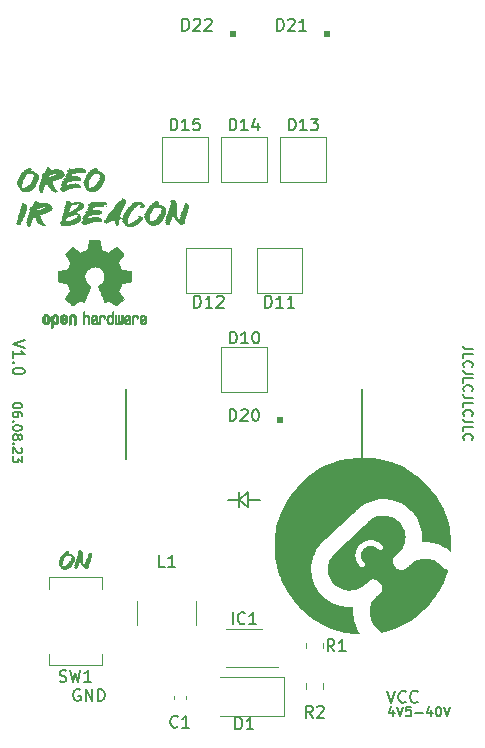
<source format=gbr>
%TF.GenerationSoftware,KiCad,Pcbnew,(6.0.5)*%
%TF.CreationDate,2023-08-08T13:51:24+01:00*%
%TF.ProjectId,Beacon-driver,42656163-6f6e-42d6-9472-697665722e6b,1.0*%
%TF.SameCoordinates,Original*%
%TF.FileFunction,Legend,Top*%
%TF.FilePolarity,Positive*%
%FSLAX46Y46*%
G04 Gerber Fmt 4.6, Leading zero omitted, Abs format (unit mm)*
G04 Created by KiCad (PCBNEW (6.0.5)) date 2023-08-08 13:51:24*
%MOMM*%
%LPD*%
G01*
G04 APERTURE LIST*
%ADD10C,0.150000*%
%ADD11C,0.200000*%
%ADD12C,0.130000*%
%ADD13C,0.120000*%
%ADD14C,0.010000*%
G04 APERTURE END LIST*
D10*
X99181623Y-142465938D02*
X99181624Y-141165938D01*
X99931624Y-141815938D02*
X99931624Y-142465939D01*
X99931624Y-141165938D02*
X99931624Y-141815938D01*
X99181624Y-141815938D02*
X98231624Y-141815939D01*
X99181624Y-141815938D02*
X99931624Y-141165938D01*
D11*
X89581623Y-132415938D02*
X89581624Y-138415938D01*
X109581624Y-132415938D02*
X109581624Y-138415939D01*
D10*
X99931624Y-142465939D02*
X99181624Y-141815938D01*
X100931624Y-141815938D02*
X99931624Y-141815938D01*
D11*
X80997619Y-128276190D02*
X79997619Y-128609523D01*
X80997619Y-128942857D01*
X79997619Y-129800000D02*
X79997619Y-129228571D01*
X79997619Y-129514285D02*
X80997619Y-129514285D01*
X80854761Y-129419047D01*
X80759523Y-129323809D01*
X80711904Y-129228571D01*
X80092857Y-130228571D02*
X80045238Y-130276190D01*
X79997619Y-130228571D01*
X80045238Y-130180952D01*
X80092857Y-130228571D01*
X79997619Y-130228571D01*
X80997619Y-130895238D02*
X80997619Y-130990476D01*
X80950000Y-131085714D01*
X80902380Y-131133333D01*
X80807142Y-131180952D01*
X80616666Y-131228571D01*
X80378571Y-131228571D01*
X80188095Y-131180952D01*
X80092857Y-131133333D01*
X80045238Y-131085714D01*
X79997619Y-130990476D01*
X79997619Y-130895238D01*
X80045238Y-130800000D01*
X80092857Y-130752380D01*
X80188095Y-130704761D01*
X80378571Y-130657142D01*
X80616666Y-130657142D01*
X80807142Y-130704761D01*
X80902380Y-130752380D01*
X80950000Y-130800000D01*
X80997619Y-130895238D01*
D10*
X80788095Y-133826190D02*
X80788095Y-133902380D01*
X80750000Y-133978571D01*
X80711904Y-134016666D01*
X80635714Y-134054761D01*
X80483333Y-134092857D01*
X80292857Y-134092857D01*
X80140476Y-134054761D01*
X80064285Y-134016666D01*
X80026190Y-133978571D01*
X79988095Y-133902380D01*
X79988095Y-133826190D01*
X80026190Y-133750000D01*
X80064285Y-133711904D01*
X80140476Y-133673809D01*
X80292857Y-133635714D01*
X80483333Y-133635714D01*
X80635714Y-133673809D01*
X80711904Y-133711904D01*
X80750000Y-133750000D01*
X80788095Y-133826190D01*
X80788095Y-134778571D02*
X80788095Y-134626190D01*
X80750000Y-134550000D01*
X80711904Y-134511904D01*
X80597619Y-134435714D01*
X80445238Y-134397619D01*
X80140476Y-134397619D01*
X80064285Y-134435714D01*
X80026190Y-134473809D01*
X79988095Y-134550000D01*
X79988095Y-134702380D01*
X80026190Y-134778571D01*
X80064285Y-134816666D01*
X80140476Y-134854761D01*
X80330952Y-134854761D01*
X80407142Y-134816666D01*
X80445238Y-134778571D01*
X80483333Y-134702380D01*
X80483333Y-134550000D01*
X80445238Y-134473809D01*
X80407142Y-134435714D01*
X80330952Y-134397619D01*
X80064285Y-135197619D02*
X80026190Y-135235714D01*
X79988095Y-135197619D01*
X80026190Y-135159523D01*
X80064285Y-135197619D01*
X79988095Y-135197619D01*
X80788095Y-135730952D02*
X80788095Y-135807142D01*
X80750000Y-135883333D01*
X80711904Y-135921428D01*
X80635714Y-135959523D01*
X80483333Y-135997619D01*
X80292857Y-135997619D01*
X80140476Y-135959523D01*
X80064285Y-135921428D01*
X80026190Y-135883333D01*
X79988095Y-135807142D01*
X79988095Y-135730952D01*
X80026190Y-135654761D01*
X80064285Y-135616666D01*
X80140476Y-135578571D01*
X80292857Y-135540476D01*
X80483333Y-135540476D01*
X80635714Y-135578571D01*
X80711904Y-135616666D01*
X80750000Y-135654761D01*
X80788095Y-135730952D01*
X80445238Y-136454761D02*
X80483333Y-136378571D01*
X80521428Y-136340476D01*
X80597619Y-136302380D01*
X80635714Y-136302380D01*
X80711904Y-136340476D01*
X80750000Y-136378571D01*
X80788095Y-136454761D01*
X80788095Y-136607142D01*
X80750000Y-136683333D01*
X80711904Y-136721428D01*
X80635714Y-136759523D01*
X80597619Y-136759523D01*
X80521428Y-136721428D01*
X80483333Y-136683333D01*
X80445238Y-136607142D01*
X80445238Y-136454761D01*
X80407142Y-136378571D01*
X80369047Y-136340476D01*
X80292857Y-136302380D01*
X80140476Y-136302380D01*
X80064285Y-136340476D01*
X80026190Y-136378571D01*
X79988095Y-136454761D01*
X79988095Y-136607142D01*
X80026190Y-136683333D01*
X80064285Y-136721428D01*
X80140476Y-136759523D01*
X80292857Y-136759523D01*
X80369047Y-136721428D01*
X80407142Y-136683333D01*
X80445238Y-136607142D01*
X80064285Y-137102380D02*
X80026190Y-137140476D01*
X79988095Y-137102380D01*
X80026190Y-137064285D01*
X80064285Y-137102380D01*
X79988095Y-137102380D01*
X80711904Y-137445238D02*
X80750000Y-137483333D01*
X80788095Y-137559523D01*
X80788095Y-137750000D01*
X80750000Y-137826190D01*
X80711904Y-137864285D01*
X80635714Y-137902380D01*
X80559523Y-137902380D01*
X80445238Y-137864285D01*
X79988095Y-137407142D01*
X79988095Y-137902380D01*
X80788095Y-138169047D02*
X80788095Y-138664285D01*
X80483333Y-138397619D01*
X80483333Y-138511904D01*
X80445238Y-138588095D01*
X80407142Y-138626190D01*
X80330952Y-138664285D01*
X80140476Y-138664285D01*
X80064285Y-138626190D01*
X80026190Y-138588095D01*
X79988095Y-138511904D01*
X79988095Y-138283333D01*
X80026190Y-138207142D01*
X80064285Y-138169047D01*
X118938095Y-129104761D02*
X118366666Y-129104761D01*
X118252380Y-129066666D01*
X118176190Y-128990476D01*
X118138095Y-128876190D01*
X118138095Y-128800000D01*
X118138095Y-129866666D02*
X118138095Y-129485714D01*
X118938095Y-129485714D01*
X118214285Y-130590476D02*
X118176190Y-130552380D01*
X118138095Y-130438095D01*
X118138095Y-130361904D01*
X118176190Y-130247619D01*
X118252380Y-130171428D01*
X118328571Y-130133333D01*
X118480952Y-130095238D01*
X118595238Y-130095238D01*
X118747619Y-130133333D01*
X118823809Y-130171428D01*
X118900000Y-130247619D01*
X118938095Y-130361904D01*
X118938095Y-130438095D01*
X118900000Y-130552380D01*
X118861904Y-130590476D01*
X118938095Y-131161904D02*
X118366666Y-131161904D01*
X118252380Y-131123809D01*
X118176190Y-131047619D01*
X118138095Y-130933333D01*
X118138095Y-130857142D01*
X118138095Y-131923809D02*
X118138095Y-131542857D01*
X118938095Y-131542857D01*
X118214285Y-132647619D02*
X118176190Y-132609523D01*
X118138095Y-132495238D01*
X118138095Y-132419047D01*
X118176190Y-132304761D01*
X118252380Y-132228571D01*
X118328571Y-132190476D01*
X118480952Y-132152380D01*
X118595238Y-132152380D01*
X118747619Y-132190476D01*
X118823809Y-132228571D01*
X118900000Y-132304761D01*
X118938095Y-132419047D01*
X118938095Y-132495238D01*
X118900000Y-132609523D01*
X118861904Y-132647619D01*
X118938095Y-133219047D02*
X118366666Y-133219047D01*
X118252380Y-133180952D01*
X118176190Y-133104761D01*
X118138095Y-132990476D01*
X118138095Y-132914285D01*
X118138095Y-133980952D02*
X118138095Y-133600000D01*
X118938095Y-133600000D01*
X118214285Y-134704761D02*
X118176190Y-134666666D01*
X118138095Y-134552380D01*
X118138095Y-134476190D01*
X118176190Y-134361904D01*
X118252380Y-134285714D01*
X118328571Y-134247619D01*
X118480952Y-134209523D01*
X118595238Y-134209523D01*
X118747619Y-134247619D01*
X118823809Y-134285714D01*
X118900000Y-134361904D01*
X118938095Y-134476190D01*
X118938095Y-134552380D01*
X118900000Y-134666666D01*
X118861904Y-134704761D01*
X118938095Y-135276190D02*
X118366666Y-135276190D01*
X118252380Y-135238095D01*
X118176190Y-135161904D01*
X118138095Y-135047619D01*
X118138095Y-134971428D01*
X118138095Y-136038095D02*
X118138095Y-135657142D01*
X118938095Y-135657142D01*
X118214285Y-136761904D02*
X118176190Y-136723809D01*
X118138095Y-136609523D01*
X118138095Y-136533333D01*
X118176190Y-136419047D01*
X118252380Y-136342857D01*
X118328571Y-136304761D01*
X118480952Y-136266666D01*
X118595238Y-136266666D01*
X118747619Y-136304761D01*
X118823809Y-136342857D01*
X118900000Y-136419047D01*
X118938095Y-136533333D01*
X118938095Y-136609523D01*
X118900000Y-136723809D01*
X118861904Y-136761904D01*
D12*
X112228571Y-159628571D02*
X112228571Y-160161904D01*
X112038095Y-159323809D02*
X111847619Y-159895238D01*
X112342857Y-159895238D01*
X112533333Y-159361904D02*
X112800000Y-160161904D01*
X113066666Y-159361904D01*
X113714285Y-159361904D02*
X113333333Y-159361904D01*
X113295238Y-159742857D01*
X113333333Y-159704761D01*
X113409523Y-159666666D01*
X113600000Y-159666666D01*
X113676190Y-159704761D01*
X113714285Y-159742857D01*
X113752380Y-159819047D01*
X113752380Y-160009523D01*
X113714285Y-160085714D01*
X113676190Y-160123809D01*
X113600000Y-160161904D01*
X113409523Y-160161904D01*
X113333333Y-160123809D01*
X113295238Y-160085714D01*
X114095238Y-159857142D02*
X114704761Y-159857142D01*
X115428571Y-159628571D02*
X115428571Y-160161904D01*
X115238095Y-159323809D02*
X115047619Y-159895238D01*
X115542857Y-159895238D01*
X116000000Y-159361904D02*
X116076190Y-159361904D01*
X116152380Y-159400000D01*
X116190476Y-159438095D01*
X116228571Y-159514285D01*
X116266666Y-159666666D01*
X116266666Y-159857142D01*
X116228571Y-160009523D01*
X116190476Y-160085714D01*
X116152380Y-160123809D01*
X116076190Y-160161904D01*
X116000000Y-160161904D01*
X115923809Y-160123809D01*
X115885714Y-160085714D01*
X115847619Y-160009523D01*
X115809523Y-159857142D01*
X115809523Y-159666666D01*
X115847619Y-159514285D01*
X115885714Y-159438095D01*
X115923809Y-159400000D01*
X116000000Y-159361904D01*
X116495238Y-159361904D02*
X116761904Y-160161904D01*
X117028571Y-159361904D01*
D10*
%TO.C,D21*%
X102367336Y-102109118D02*
X102367336Y-101109118D01*
X102605431Y-101109118D01*
X102748288Y-101156738D01*
X102843526Y-101251976D01*
X102891145Y-101347214D01*
X102938764Y-101537690D01*
X102938764Y-101680547D01*
X102891145Y-101871023D01*
X102843526Y-101966261D01*
X102748288Y-102061499D01*
X102605431Y-102109118D01*
X102367336Y-102109118D01*
X103319717Y-101204357D02*
X103367336Y-101156738D01*
X103462574Y-101109118D01*
X103700669Y-101109118D01*
X103795907Y-101156738D01*
X103843526Y-101204357D01*
X103891145Y-101299595D01*
X103891145Y-101394833D01*
X103843526Y-101537690D01*
X103272098Y-102109118D01*
X103891145Y-102109118D01*
X104843526Y-102109118D02*
X104272098Y-102109118D01*
X104557812Y-102109118D02*
X104557812Y-101109118D01*
X104462574Y-101251976D01*
X104367336Y-101347214D01*
X104272098Y-101394833D01*
%TO.C,D22*%
X94367338Y-102109118D02*
X94367338Y-101109118D01*
X94605433Y-101109118D01*
X94748290Y-101156738D01*
X94843528Y-101251976D01*
X94891147Y-101347214D01*
X94938766Y-101537690D01*
X94938766Y-101680547D01*
X94891147Y-101871023D01*
X94843528Y-101966261D01*
X94748290Y-102061499D01*
X94605433Y-102109118D01*
X94367338Y-102109118D01*
X95319719Y-101204357D02*
X95367338Y-101156738D01*
X95462576Y-101109118D01*
X95700671Y-101109118D01*
X95795909Y-101156738D01*
X95843528Y-101204357D01*
X95891147Y-101299595D01*
X95891147Y-101394833D01*
X95843528Y-101537690D01*
X95272100Y-102109118D01*
X95891147Y-102109118D01*
X96272100Y-101204357D02*
X96319719Y-101156738D01*
X96414957Y-101109118D01*
X96653052Y-101109118D01*
X96748290Y-101156738D01*
X96795909Y-101204357D01*
X96843528Y-101299595D01*
X96843528Y-101394833D01*
X96795909Y-101537690D01*
X96224481Y-102109118D01*
X96843528Y-102109118D01*
%TO.C,R1*%
X107233333Y-154652380D02*
X106900000Y-154176190D01*
X106661904Y-154652380D02*
X106661904Y-153652380D01*
X107042857Y-153652380D01*
X107138095Y-153700000D01*
X107185714Y-153747619D01*
X107233333Y-153842857D01*
X107233333Y-153985714D01*
X107185714Y-154080952D01*
X107138095Y-154128571D01*
X107042857Y-154176190D01*
X106661904Y-154176190D01*
X108185714Y-154652380D02*
X107614285Y-154652380D01*
X107900000Y-154652380D02*
X107900000Y-153652380D01*
X107804761Y-153795238D01*
X107709523Y-153890476D01*
X107614285Y-153938095D01*
%TO.C,C1*%
X93964956Y-161023080D02*
X93917337Y-161070699D01*
X93774480Y-161118318D01*
X93679242Y-161118318D01*
X93536384Y-161070699D01*
X93441146Y-160975461D01*
X93393527Y-160880223D01*
X93345908Y-160689747D01*
X93345908Y-160546890D01*
X93393527Y-160356414D01*
X93441146Y-160261176D01*
X93536384Y-160165938D01*
X93679242Y-160118318D01*
X93774480Y-160118318D01*
X93917337Y-160165938D01*
X93964956Y-160213557D01*
X94917337Y-161118318D02*
X94345908Y-161118318D01*
X94631623Y-161118318D02*
X94631623Y-160118318D01*
X94536384Y-160261176D01*
X94441146Y-160356414D01*
X94345908Y-160404033D01*
%TO.C,R2*%
X105383333Y-160289880D02*
X105050000Y-159813690D01*
X104811904Y-160289880D02*
X104811904Y-159289880D01*
X105192857Y-159289880D01*
X105288095Y-159337500D01*
X105335714Y-159385119D01*
X105383333Y-159480357D01*
X105383333Y-159623214D01*
X105335714Y-159718452D01*
X105288095Y-159766071D01*
X105192857Y-159813690D01*
X104811904Y-159813690D01*
X105764285Y-159385119D02*
X105811904Y-159337500D01*
X105907142Y-159289880D01*
X106145238Y-159289880D01*
X106240476Y-159337500D01*
X106288095Y-159385119D01*
X106335714Y-159480357D01*
X106335714Y-159575595D01*
X106288095Y-159718452D01*
X105716666Y-160289880D01*
X106335714Y-160289880D01*
%TO.C,SW1*%
X83960042Y-157204761D02*
X84102899Y-157252380D01*
X84340995Y-157252380D01*
X84436233Y-157204761D01*
X84483852Y-157157142D01*
X84531471Y-157061904D01*
X84531471Y-156966666D01*
X84483852Y-156871428D01*
X84436233Y-156823809D01*
X84340995Y-156776190D01*
X84150518Y-156728571D01*
X84055280Y-156680952D01*
X84007661Y-156633333D01*
X83960042Y-156538095D01*
X83960042Y-156442857D01*
X84007661Y-156347619D01*
X84055280Y-156300000D01*
X84150518Y-156252380D01*
X84388614Y-156252380D01*
X84531471Y-156300000D01*
X84864804Y-156252380D02*
X85102899Y-157252380D01*
X85293376Y-156538095D01*
X85483852Y-157252380D01*
X85721947Y-156252380D01*
X86626709Y-157252380D02*
X86055280Y-157252380D01*
X86340995Y-157252380D02*
X86340995Y-156252380D01*
X86245756Y-156395238D01*
X86150518Y-156490476D01*
X86055280Y-156538095D01*
%TO.C,D10*%
X98392337Y-128593318D02*
X98392337Y-127593318D01*
X98630432Y-127593318D01*
X98773289Y-127640938D01*
X98868527Y-127736176D01*
X98916146Y-127831414D01*
X98963765Y-128021890D01*
X98963765Y-128164747D01*
X98916146Y-128355223D01*
X98868527Y-128450461D01*
X98773289Y-128545699D01*
X98630432Y-128593318D01*
X98392337Y-128593318D01*
X99916146Y-128593318D02*
X99344718Y-128593318D01*
X99630432Y-128593318D02*
X99630432Y-127593318D01*
X99535194Y-127736176D01*
X99439956Y-127831414D01*
X99344718Y-127879033D01*
X100535194Y-127593318D02*
X100630432Y-127593318D01*
X100725670Y-127640938D01*
X100773289Y-127688557D01*
X100820908Y-127783795D01*
X100868527Y-127974271D01*
X100868527Y-128212366D01*
X100820908Y-128402842D01*
X100773289Y-128498080D01*
X100725670Y-128545699D01*
X100630432Y-128593318D01*
X100535194Y-128593318D01*
X100439956Y-128545699D01*
X100392337Y-128498080D01*
X100344718Y-128402842D01*
X100297099Y-128212366D01*
X100297099Y-127974271D01*
X100344718Y-127783795D01*
X100392337Y-127688557D01*
X100439956Y-127640938D01*
X100535194Y-127593318D01*
%TO.C,D13*%
X103367337Y-110568318D02*
X103367337Y-109568318D01*
X103605432Y-109568318D01*
X103748289Y-109615938D01*
X103843527Y-109711176D01*
X103891146Y-109806414D01*
X103938765Y-109996890D01*
X103938765Y-110139747D01*
X103891146Y-110330223D01*
X103843527Y-110425461D01*
X103748289Y-110520699D01*
X103605432Y-110568318D01*
X103367337Y-110568318D01*
X104891146Y-110568318D02*
X104319718Y-110568318D01*
X104605432Y-110568318D02*
X104605432Y-109568318D01*
X104510194Y-109711176D01*
X104414956Y-109806414D01*
X104319718Y-109854033D01*
X105224480Y-109568318D02*
X105843527Y-109568318D01*
X105510194Y-109949271D01*
X105653051Y-109949271D01*
X105748289Y-109996890D01*
X105795908Y-110044509D01*
X105843527Y-110139747D01*
X105843527Y-110377842D01*
X105795908Y-110473080D01*
X105748289Y-110520699D01*
X105653051Y-110568318D01*
X105367337Y-110568318D01*
X105272099Y-110520699D01*
X105224480Y-110473080D01*
%TO.C,GND*%
X85688095Y-157900000D02*
X85592857Y-157852380D01*
X85450000Y-157852380D01*
X85307142Y-157900000D01*
X85211904Y-157995238D01*
X85164285Y-158090476D01*
X85116666Y-158280952D01*
X85116666Y-158423809D01*
X85164285Y-158614285D01*
X85211904Y-158709523D01*
X85307142Y-158804761D01*
X85450000Y-158852380D01*
X85545238Y-158852380D01*
X85688095Y-158804761D01*
X85735714Y-158757142D01*
X85735714Y-158423809D01*
X85545238Y-158423809D01*
X86164285Y-158852380D02*
X86164285Y-157852380D01*
X86735714Y-158852380D01*
X86735714Y-157852380D01*
X87211904Y-158852380D02*
X87211904Y-157852380D01*
X87450000Y-157852380D01*
X87592857Y-157900000D01*
X87688095Y-157995238D01*
X87735714Y-158090476D01*
X87783333Y-158280952D01*
X87783333Y-158423809D01*
X87735714Y-158614285D01*
X87688095Y-158709523D01*
X87592857Y-158804761D01*
X87450000Y-158852380D01*
X87211904Y-158852380D01*
%TO.C,D20*%
X98367338Y-135168318D02*
X98367338Y-134168318D01*
X98605433Y-134168318D01*
X98748290Y-134215938D01*
X98843528Y-134311176D01*
X98891147Y-134406414D01*
X98938766Y-134596890D01*
X98938766Y-134739747D01*
X98891147Y-134930223D01*
X98843528Y-135025461D01*
X98748290Y-135120699D01*
X98605433Y-135168318D01*
X98367338Y-135168318D01*
X99319719Y-134263557D02*
X99367338Y-134215938D01*
X99462576Y-134168318D01*
X99700671Y-134168318D01*
X99795909Y-134215938D01*
X99843528Y-134263557D01*
X99891147Y-134358795D01*
X99891147Y-134454033D01*
X99843528Y-134596890D01*
X99272100Y-135168318D01*
X99891147Y-135168318D01*
X100510195Y-134168318D02*
X100605433Y-134168318D01*
X100700671Y-134215938D01*
X100748290Y-134263557D01*
X100795909Y-134358795D01*
X100843528Y-134549271D01*
X100843528Y-134787366D01*
X100795909Y-134977842D01*
X100748290Y-135073080D01*
X100700671Y-135120699D01*
X100605433Y-135168318D01*
X100510195Y-135168318D01*
X100414957Y-135120699D01*
X100367338Y-135073080D01*
X100319719Y-134977842D01*
X100272100Y-134787366D01*
X100272100Y-134549271D01*
X100319719Y-134358795D01*
X100367338Y-134263557D01*
X100414957Y-134215938D01*
X100510195Y-134168318D01*
%TO.C,D1*%
X98843527Y-161268318D02*
X98843527Y-160268318D01*
X99081623Y-160268318D01*
X99224480Y-160315938D01*
X99319718Y-160411176D01*
X99367337Y-160506414D01*
X99414956Y-160696890D01*
X99414956Y-160839747D01*
X99367337Y-161030223D01*
X99319718Y-161125461D01*
X99224480Y-161220699D01*
X99081623Y-161268318D01*
X98843527Y-161268318D01*
X100367337Y-161268318D02*
X99795908Y-161268318D01*
X100081623Y-161268318D02*
X100081623Y-160268318D01*
X99986384Y-160411176D01*
X99891146Y-160506414D01*
X99795908Y-160554033D01*
%TO.C,D14*%
X98367337Y-110568318D02*
X98367337Y-109568318D01*
X98605432Y-109568318D01*
X98748289Y-109615938D01*
X98843527Y-109711176D01*
X98891146Y-109806414D01*
X98938765Y-109996890D01*
X98938765Y-110139747D01*
X98891146Y-110330223D01*
X98843527Y-110425461D01*
X98748289Y-110520699D01*
X98605432Y-110568318D01*
X98367337Y-110568318D01*
X99891146Y-110568318D02*
X99319718Y-110568318D01*
X99605432Y-110568318D02*
X99605432Y-109568318D01*
X99510194Y-109711176D01*
X99414956Y-109806414D01*
X99319718Y-109854033D01*
X100748289Y-109901652D02*
X100748289Y-110568318D01*
X100510194Y-109520699D02*
X100272099Y-110234985D01*
X100891146Y-110234985D01*
%TO.C,D11*%
X101367338Y-125560719D02*
X101367338Y-124560719D01*
X101605433Y-124560719D01*
X101748290Y-124608339D01*
X101843528Y-124703577D01*
X101891147Y-124798815D01*
X101938766Y-124989291D01*
X101938766Y-125132148D01*
X101891147Y-125322624D01*
X101843528Y-125417862D01*
X101748290Y-125513100D01*
X101605433Y-125560719D01*
X101367338Y-125560719D01*
X102891147Y-125560719D02*
X102319719Y-125560719D01*
X102605433Y-125560719D02*
X102605433Y-124560719D01*
X102510195Y-124703577D01*
X102414957Y-124798815D01*
X102319719Y-124846434D01*
X103843528Y-125560719D02*
X103272100Y-125560719D01*
X103557814Y-125560719D02*
X103557814Y-124560719D01*
X103462576Y-124703577D01*
X103367338Y-124798815D01*
X103272100Y-124846434D01*
%TO.C,IC1*%
X98605432Y-152368318D02*
X98605432Y-151368318D01*
X99653051Y-152273080D02*
X99605432Y-152320699D01*
X99462575Y-152368318D01*
X99367337Y-152368318D01*
X99224480Y-152320699D01*
X99129242Y-152225461D01*
X99081623Y-152130223D01*
X99034003Y-151939747D01*
X99034003Y-151796890D01*
X99081623Y-151606414D01*
X99129242Y-151511176D01*
X99224480Y-151415938D01*
X99367337Y-151368318D01*
X99462575Y-151368318D01*
X99605432Y-151415938D01*
X99653051Y-151463557D01*
X100605432Y-152368318D02*
X100034003Y-152368318D01*
X100319718Y-152368318D02*
X100319718Y-151368318D01*
X100224480Y-151511176D01*
X100129242Y-151606414D01*
X100034003Y-151654033D01*
%TO.C,VCC*%
X111698290Y-158018319D02*
X112031624Y-159018319D01*
X112364957Y-158018319D01*
X113269719Y-158923081D02*
X113222100Y-158970700D01*
X113079243Y-159018319D01*
X112984004Y-159018319D01*
X112841147Y-158970700D01*
X112745909Y-158875462D01*
X112698290Y-158780224D01*
X112650671Y-158589748D01*
X112650671Y-158446891D01*
X112698290Y-158256415D01*
X112745909Y-158161177D01*
X112841147Y-158065939D01*
X112984004Y-158018319D01*
X113079243Y-158018319D01*
X113222100Y-158065939D01*
X113269719Y-158113558D01*
X114269719Y-158923081D02*
X114222100Y-158970700D01*
X114079243Y-159018319D01*
X113984004Y-159018319D01*
X113841147Y-158970700D01*
X113745909Y-158875462D01*
X113698290Y-158780224D01*
X113650671Y-158589748D01*
X113650671Y-158446891D01*
X113698290Y-158256415D01*
X113745909Y-158161177D01*
X113841147Y-158065939D01*
X113984004Y-158018319D01*
X114079243Y-158018319D01*
X114222100Y-158065939D01*
X114269719Y-158113558D01*
%TO.C,D15*%
X93367338Y-110568318D02*
X93367338Y-109568318D01*
X93605433Y-109568318D01*
X93748290Y-109615938D01*
X93843528Y-109711176D01*
X93891147Y-109806414D01*
X93938766Y-109996890D01*
X93938766Y-110139747D01*
X93891147Y-110330223D01*
X93843528Y-110425461D01*
X93748290Y-110520699D01*
X93605433Y-110568318D01*
X93367338Y-110568318D01*
X94891147Y-110568318D02*
X94319719Y-110568318D01*
X94605433Y-110568318D02*
X94605433Y-109568318D01*
X94510195Y-109711176D01*
X94414957Y-109806414D01*
X94319719Y-109854033D01*
X95795909Y-109568318D02*
X95319719Y-109568318D01*
X95272100Y-110044509D01*
X95319719Y-109996890D01*
X95414957Y-109949271D01*
X95653052Y-109949271D01*
X95748290Y-109996890D01*
X95795909Y-110044509D01*
X95843528Y-110139747D01*
X95843528Y-110377842D01*
X95795909Y-110473080D01*
X95748290Y-110520699D01*
X95653052Y-110568318D01*
X95414957Y-110568318D01*
X95319719Y-110520699D01*
X95272100Y-110473080D01*
%TO.C,D12*%
X95367338Y-125560718D02*
X95367338Y-124560718D01*
X95605433Y-124560718D01*
X95748290Y-124608338D01*
X95843528Y-124703576D01*
X95891147Y-124798814D01*
X95938766Y-124989290D01*
X95938766Y-125132147D01*
X95891147Y-125322623D01*
X95843528Y-125417861D01*
X95748290Y-125513099D01*
X95605433Y-125560718D01*
X95367338Y-125560718D01*
X96891147Y-125560718D02*
X96319719Y-125560718D01*
X96605433Y-125560718D02*
X96605433Y-124560718D01*
X96510195Y-124703576D01*
X96414957Y-124798814D01*
X96319719Y-124846433D01*
X97272100Y-124655957D02*
X97319719Y-124608338D01*
X97414957Y-124560718D01*
X97653052Y-124560718D01*
X97748290Y-124608338D01*
X97795909Y-124655957D01*
X97843528Y-124751195D01*
X97843528Y-124846433D01*
X97795909Y-124989290D01*
X97224481Y-125560718D01*
X97843528Y-125560718D01*
%TO.C,L1*%
X92889956Y-147518318D02*
X92413765Y-147518318D01*
X92413765Y-146518318D01*
X93747099Y-147518318D02*
X93175670Y-147518318D01*
X93461384Y-147518318D02*
X93461384Y-146518318D01*
X93366146Y-146661176D01*
X93270908Y-146756414D01*
X93175670Y-146804033D01*
%TO.C,D21*%
G36*
X106381622Y-102615938D02*
G01*
X106881622Y-102615938D01*
X106881622Y-102115938D01*
X106381622Y-102115938D01*
X106381622Y-102615938D01*
G37*
%TO.C,D22*%
G36*
X98381624Y-102615938D02*
G01*
X98881624Y-102615938D01*
X98881624Y-102115938D01*
X98381624Y-102115938D01*
X98381624Y-102615938D01*
G37*
D13*
%TO.C,R1*%
X106285000Y-154427064D02*
X106285000Y-153972936D01*
X104815000Y-154427064D02*
X104815000Y-153972936D01*
%TO.C,G\u002A\u002A\u002A*%
G36*
X107170862Y-146447581D02*
G01*
X107192047Y-146426569D01*
X107219796Y-146399442D01*
X107254545Y-146365786D01*
X107296730Y-146325189D01*
X107346788Y-146277237D01*
X107405155Y-146221516D01*
X107472268Y-146157614D01*
X107548563Y-146085118D01*
X107634476Y-146003613D01*
X107730444Y-145912687D01*
X107836902Y-145811926D01*
X107954288Y-145700917D01*
X108083037Y-145579247D01*
X108223587Y-145446503D01*
X108376373Y-145302271D01*
X108541831Y-145146138D01*
X108720399Y-144977690D01*
X108912512Y-144796515D01*
X109118607Y-144602199D01*
X109339120Y-144394329D01*
X109489055Y-144253009D01*
X109608144Y-144140771D01*
X109713187Y-144041813D01*
X109805261Y-143955165D01*
X109885443Y-143879860D01*
X109954813Y-143814932D01*
X110014446Y-143759413D01*
X110065422Y-143712335D01*
X110108817Y-143672731D01*
X110145710Y-143639634D01*
X110177179Y-143612076D01*
X110204300Y-143589089D01*
X110228152Y-143569707D01*
X110249813Y-143552962D01*
X110270360Y-143537886D01*
X110290871Y-143523512D01*
X110312423Y-143508873D01*
X110334651Y-143493968D01*
X110503857Y-143392823D01*
X110682109Y-143309611D01*
X110867319Y-143245109D01*
X111057396Y-143200094D01*
X111169365Y-143183184D01*
X111245869Y-143176991D01*
X111335849Y-143174470D01*
X111433240Y-143175404D01*
X111531979Y-143179571D01*
X111626002Y-143186753D01*
X111709246Y-143196732D01*
X111753112Y-143204292D01*
X111944868Y-143252876D01*
X112128223Y-143319505D01*
X112302042Y-143403271D01*
X112465189Y-143503266D01*
X112616531Y-143618580D01*
X112754930Y-143748306D01*
X112879252Y-143891534D01*
X112988362Y-144047357D01*
X113081124Y-144214864D01*
X113118661Y-144297157D01*
X113178505Y-144458618D01*
X113220831Y-144622529D01*
X113246384Y-144792668D01*
X113255913Y-144972812D01*
X113256014Y-144991636D01*
X113248227Y-145178396D01*
X113223843Y-145354798D01*
X113182045Y-145524003D01*
X113122015Y-145689171D01*
X113042934Y-145853462D01*
X113024127Y-145887619D01*
X112977903Y-145965181D01*
X112927977Y-146039078D01*
X112872160Y-146111836D01*
X112808261Y-146185980D01*
X112734090Y-146264034D01*
X112647457Y-146348524D01*
X112546172Y-146441974D01*
X112532822Y-146454007D01*
X112482645Y-146499434D01*
X112435487Y-146542684D01*
X112394416Y-146580901D01*
X112362499Y-146611229D01*
X112342803Y-146630812D01*
X112341905Y-146631767D01*
X112274752Y-146718432D01*
X112225232Y-146814041D01*
X112193723Y-146915967D01*
X112180603Y-147021584D01*
X112186247Y-147128265D01*
X112211034Y-147233383D01*
X112244116Y-147313033D01*
X112276977Y-147367625D01*
X112324241Y-147430632D01*
X112383175Y-147498725D01*
X112451045Y-147568569D01*
X112464063Y-147581131D01*
X112555828Y-147656147D01*
X112654554Y-147712038D01*
X112762009Y-147749796D01*
X112766557Y-147750954D01*
X112832987Y-147761346D01*
X112910444Y-147763496D01*
X112991043Y-147757768D01*
X113066900Y-147744531D01*
X113099747Y-147735479D01*
X113140887Y-147720473D01*
X113181518Y-147701165D01*
X113224195Y-147675771D01*
X113271471Y-147642506D01*
X113325900Y-147599587D01*
X113390035Y-147545230D01*
X113458071Y-147485138D01*
X113514643Y-147434769D01*
X113572992Y-147383258D01*
X113628855Y-147334341D01*
X113677967Y-147291749D01*
X113716064Y-147259217D01*
X113717116Y-147258331D01*
X113873681Y-147139719D01*
X114038870Y-147039337D01*
X114211268Y-146957223D01*
X114389460Y-146893418D01*
X114572029Y-146847961D01*
X114757560Y-146820890D01*
X114944638Y-146812246D01*
X115131848Y-146822067D01*
X115317774Y-146850393D01*
X115500999Y-146897263D01*
X115680110Y-146962716D01*
X115853690Y-147046792D01*
X116020324Y-147149530D01*
X116080511Y-147192711D01*
X116109389Y-147216056D01*
X116149990Y-147251388D01*
X116199351Y-147295997D01*
X116254509Y-147347172D01*
X116312499Y-147402204D01*
X116361002Y-147449203D01*
X116434650Y-147520386D01*
X116496820Y-147577980D01*
X116550072Y-147623712D01*
X116596967Y-147659308D01*
X116640066Y-147686496D01*
X116681929Y-147707001D01*
X116725119Y-147722551D01*
X116772196Y-147734873D01*
X116790565Y-147738847D01*
X116826448Y-147746728D01*
X116853380Y-147753472D01*
X116865781Y-147757677D01*
X116865919Y-147757795D01*
X116864718Y-147768922D01*
X116858209Y-147796566D01*
X116847344Y-147837434D01*
X116833075Y-147888233D01*
X116816355Y-147945667D01*
X116798136Y-148006443D01*
X116779371Y-148067267D01*
X116761012Y-148124845D01*
X116751094Y-148154949D01*
X116624438Y-148504715D01*
X116481874Y-148843042D01*
X116322491Y-149171667D01*
X116145378Y-149492323D01*
X115949626Y-149806747D01*
X115734325Y-150116674D01*
X115690888Y-150175522D01*
X115500818Y-150418853D01*
X115293516Y-150662422D01*
X115072210Y-150902863D01*
X114840131Y-151136812D01*
X114600507Y-151360902D01*
X114356569Y-151571769D01*
X114330041Y-151593660D01*
X114020668Y-151834835D01*
X113702760Y-152057240D01*
X113376552Y-152260762D01*
X113042280Y-152445284D01*
X112700178Y-152610693D01*
X112350483Y-152756873D01*
X111993428Y-152883709D01*
X111629249Y-152991088D01*
X111308739Y-153068172D01*
X111260581Y-153078438D01*
X111219941Y-153086856D01*
X111191058Y-153092565D01*
X111178169Y-153094703D01*
X111178119Y-153094704D01*
X111169052Y-153086734D01*
X111151726Y-153065535D01*
X111129393Y-153035172D01*
X111121994Y-153024581D01*
X111101972Y-152998545D01*
X111069835Y-152960369D01*
X111027999Y-152912761D01*
X110978884Y-152858429D01*
X110924908Y-152800079D01*
X110868488Y-152740420D01*
X110864542Y-152736299D01*
X110761252Y-152626387D01*
X110672475Y-152526960D01*
X110596464Y-152435569D01*
X110531470Y-152349762D01*
X110475748Y-152267092D01*
X110427550Y-152185107D01*
X110385128Y-152101359D01*
X110346736Y-152013397D01*
X110343851Y-152006267D01*
X110291403Y-151859268D01*
X110253841Y-151713940D01*
X110230144Y-151564773D01*
X110219291Y-151406253D01*
X110218330Y-151328651D01*
X110228176Y-151134460D01*
X110256643Y-150948954D01*
X110304063Y-150770958D01*
X110370768Y-150599298D01*
X110457088Y-150432800D01*
X110483857Y-150388487D01*
X110523574Y-150327303D01*
X110564782Y-150269695D01*
X110609786Y-150213088D01*
X110660892Y-150154906D01*
X110720404Y-150092572D01*
X110790628Y-150023512D01*
X110873869Y-149945149D01*
X110912146Y-149909869D01*
X110988864Y-149838614D01*
X111054819Y-149775519D01*
X111108816Y-149721785D01*
X111149658Y-149678612D01*
X111176150Y-149647199D01*
X111181376Y-149639863D01*
X111228336Y-149557372D01*
X111258866Y-149473775D01*
X111275151Y-149382296D01*
X111278298Y-149339244D01*
X111276292Y-149238962D01*
X111259462Y-149146503D01*
X111226542Y-149058542D01*
X111176263Y-148971754D01*
X111107359Y-148882815D01*
X111101947Y-148876585D01*
X111015932Y-148784783D01*
X110933733Y-148711491D01*
X110852925Y-148655401D01*
X110771081Y-148615208D01*
X110685773Y-148589603D01*
X110594578Y-148577279D01*
X110543415Y-148575685D01*
X110479524Y-148577675D01*
X110421710Y-148584540D01*
X110367389Y-148597626D01*
X110313980Y-148618276D01*
X110258899Y-148647836D01*
X110199565Y-148687649D01*
X110133394Y-148739061D01*
X110057805Y-148803416D01*
X109990600Y-148863504D01*
X109916244Y-148930887D01*
X109855058Y-148986082D01*
X109804866Y-149030908D01*
X109763494Y-149067184D01*
X109728767Y-149096729D01*
X109698509Y-149121364D01*
X109670547Y-149142908D01*
X109642704Y-149163180D01*
X109612806Y-149183999D01*
X109584362Y-149203343D01*
X109429443Y-149296170D01*
X109262429Y-149374145D01*
X109086640Y-149436346D01*
X108905393Y-149481848D01*
X108722004Y-149509729D01*
X108539792Y-149519065D01*
X108458015Y-149516916D01*
X108253409Y-149496556D01*
X108056609Y-149457121D01*
X107867960Y-149398728D01*
X107687808Y-149321494D01*
X107516499Y-149225535D01*
X107432447Y-149169282D01*
X107373563Y-149123830D01*
X107306678Y-149066026D01*
X107236194Y-149000188D01*
X107166515Y-148930631D01*
X107102043Y-148861673D01*
X107047183Y-148797629D01*
X107026998Y-148771820D01*
X106919832Y-148612654D01*
X106830408Y-148443644D01*
X106759455Y-148266575D01*
X106707699Y-148083234D01*
X106678277Y-147915483D01*
X106672135Y-147844068D01*
X106669410Y-147759452D01*
X106669896Y-147667374D01*
X106673388Y-147573569D01*
X106679682Y-147483774D01*
X106688573Y-147403728D01*
X106698651Y-147344642D01*
X106748865Y-147153117D01*
X106814840Y-146974771D01*
X106897021Y-146808747D01*
X106995855Y-146654185D01*
X107111787Y-146510226D01*
X107140831Y-146478994D01*
X109007253Y-146478994D01*
X109008442Y-146635631D01*
X109028811Y-146790160D01*
X109068099Y-146941008D01*
X109126047Y-147086599D01*
X109202394Y-147225360D01*
X109296879Y-147355717D01*
X109354606Y-147421270D01*
X109411957Y-147477841D01*
X109462898Y-147517710D01*
X109510607Y-147542603D01*
X109558265Y-147554251D01*
X109600708Y-147555055D01*
X109647675Y-147548117D01*
X109685791Y-147532126D01*
X109703604Y-147520581D01*
X109755331Y-147478214D01*
X109789320Y-147435279D01*
X109808276Y-147387499D01*
X109814276Y-147345599D01*
X109814643Y-147301602D01*
X109808065Y-147264023D01*
X109792362Y-147227797D01*
X109765358Y-147187860D01*
X109726036Y-147140478D01*
X109671052Y-147075762D01*
X109628034Y-147020613D01*
X109593730Y-146970455D01*
X109564888Y-146920709D01*
X109551854Y-146895280D01*
X109506725Y-146781153D01*
X109480515Y-146661979D01*
X109472836Y-146540390D01*
X109483300Y-146419015D01*
X109511519Y-146300484D01*
X109557105Y-146187427D01*
X109619670Y-146082476D01*
X109683263Y-146004425D01*
X109781765Y-145911361D01*
X109885457Y-145838123D01*
X109995671Y-145784122D01*
X110113743Y-145748766D01*
X110241008Y-145731466D01*
X110305167Y-145729403D01*
X110392558Y-145731743D01*
X110467218Y-145739930D01*
X110536683Y-145755244D01*
X110608491Y-145778964D01*
X110617635Y-145782441D01*
X110677709Y-145808245D01*
X110734660Y-145838995D01*
X110792644Y-145877440D01*
X110855818Y-145926332D01*
X110926416Y-145986717D01*
X110972410Y-146026635D01*
X111007294Y-146054639D01*
X111034889Y-146073264D01*
X111059015Y-146085044D01*
X111083492Y-146092515D01*
X111087124Y-146093352D01*
X111146094Y-146099555D01*
X111199102Y-146088956D01*
X111250309Y-146060268D01*
X111283135Y-146032685D01*
X111322457Y-145992575D01*
X111347050Y-145957524D01*
X111359866Y-145921677D01*
X111363858Y-145879180D01*
X111363882Y-145872582D01*
X111359903Y-145827151D01*
X111346919Y-145785206D01*
X111322755Y-145742686D01*
X111285236Y-145695536D01*
X111247181Y-145654854D01*
X111125187Y-145544102D01*
X110992870Y-145451091D01*
X110849497Y-145375405D01*
X110694332Y-145316631D01*
X110605746Y-145291868D01*
X110567310Y-145282950D01*
X110531841Y-145276470D01*
X110494807Y-145272052D01*
X110451680Y-145269324D01*
X110397931Y-145267911D01*
X110329030Y-145267439D01*
X110309672Y-145267424D01*
X110211734Y-145268826D01*
X110129022Y-145273608D01*
X110056141Y-145282636D01*
X109987692Y-145296775D01*
X109918279Y-145316890D01*
X109849510Y-145341200D01*
X109712597Y-145402735D01*
X109581814Y-145481132D01*
X109459654Y-145574091D01*
X109348613Y-145679315D01*
X109251184Y-145794505D01*
X109169861Y-145917363D01*
X109121375Y-146012179D01*
X109063459Y-146165694D01*
X109025505Y-146321824D01*
X109007253Y-146478994D01*
X107140831Y-146478994D01*
X107155805Y-146462892D01*
X107170862Y-146447581D01*
G37*
G36*
X109816524Y-138273986D02*
G01*
X110216927Y-138292218D01*
X110606609Y-138328020D01*
X110986225Y-138381574D01*
X111356427Y-138453061D01*
X111717869Y-138542663D01*
X112071205Y-138650563D01*
X112417087Y-138776942D01*
X112756169Y-138921983D01*
X113089106Y-139085868D01*
X113416549Y-139268778D01*
X113441833Y-139283823D01*
X113753254Y-139481219D01*
X114057432Y-139696412D01*
X114353099Y-139928061D01*
X114638989Y-140174823D01*
X114913834Y-140435356D01*
X115176365Y-140708318D01*
X115425316Y-140992367D01*
X115659419Y-141286160D01*
X115877406Y-141588355D01*
X116078009Y-141897611D01*
X116259961Y-142212584D01*
X116326206Y-142337873D01*
X116476200Y-142646005D01*
X116609566Y-142956123D01*
X116726832Y-143270136D01*
X116828521Y-143589955D01*
X116915160Y-143917487D01*
X116987274Y-144254644D01*
X117045387Y-144603334D01*
X117090025Y-144965467D01*
X117110480Y-145189019D01*
X117113259Y-145233820D01*
X117115731Y-145293512D01*
X117117883Y-145365411D01*
X117119700Y-145446834D01*
X117121169Y-145535096D01*
X117122276Y-145627514D01*
X117123007Y-145721404D01*
X117123349Y-145814083D01*
X117123286Y-145902866D01*
X117122807Y-145985069D01*
X117121896Y-146058010D01*
X117120540Y-146119003D01*
X117118725Y-146165366D01*
X117116437Y-146194414D01*
X117115689Y-146199189D01*
X117108079Y-146238031D01*
X117042346Y-146182267D01*
X116863139Y-146042549D01*
X116668255Y-145913511D01*
X116460707Y-145796755D01*
X116243507Y-145693884D01*
X116019667Y-145606500D01*
X115867546Y-145557433D01*
X115672679Y-145506356D01*
X115477676Y-145468671D01*
X115278068Y-145443806D01*
X115069386Y-145431187D01*
X114872179Y-145429796D01*
X114624787Y-145433572D01*
X114633242Y-145329475D01*
X114635573Y-145289490D01*
X114637581Y-145233050D01*
X114639180Y-145164479D01*
X114640283Y-145088096D01*
X114640803Y-145008224D01*
X114640782Y-144955276D01*
X114640128Y-144861801D01*
X114638715Y-144785011D01*
X114636319Y-144720821D01*
X114632716Y-144665145D01*
X114627682Y-144613898D01*
X114620992Y-144562996D01*
X114618263Y-144544798D01*
X114569228Y-144287047D01*
X114503037Y-144040656D01*
X114419289Y-143804695D01*
X114317581Y-143578238D01*
X114197512Y-143360356D01*
X114058681Y-143150121D01*
X113956040Y-143014427D01*
X113863157Y-142904077D01*
X113758814Y-142791171D01*
X113647375Y-142679912D01*
X113533207Y-142574507D01*
X113420676Y-142479158D01*
X113321233Y-142403134D01*
X113103665Y-142259480D01*
X112876549Y-142134223D01*
X112639807Y-142027332D01*
X112393363Y-141938778D01*
X112137140Y-141868530D01*
X111871060Y-141816558D01*
X111800429Y-141806059D01*
X111726787Y-141798163D01*
X111637227Y-141792330D01*
X111536503Y-141788562D01*
X111429373Y-141786857D01*
X111320592Y-141787216D01*
X111214915Y-141789637D01*
X111117099Y-141794121D01*
X111031899Y-141800667D01*
X110984928Y-141806112D01*
X110724266Y-141850945D01*
X110475420Y-141912210D01*
X110236697Y-141990552D01*
X110006408Y-142086616D01*
X109782860Y-142201044D01*
X109564362Y-142334482D01*
X109520143Y-142364174D01*
X109494102Y-142382047D01*
X109468975Y-142399652D01*
X109443986Y-142417693D01*
X109418358Y-142436877D01*
X109391315Y-142457909D01*
X109362082Y-142481494D01*
X109329880Y-142508339D01*
X109293935Y-142539148D01*
X109253470Y-142574627D01*
X109207708Y-142615482D01*
X109155873Y-142662419D01*
X109097189Y-142716142D01*
X109030880Y-142777358D01*
X108956168Y-142846773D01*
X108872279Y-142925090D01*
X108778435Y-143013017D01*
X108673861Y-143111259D01*
X108557779Y-143220521D01*
X108429414Y-143341509D01*
X108287989Y-143474929D01*
X108132728Y-143621485D01*
X108029386Y-143719060D01*
X107954564Y-143789700D01*
X107869099Y-143870366D01*
X107774613Y-143959530D01*
X107672726Y-144055665D01*
X107565058Y-144157241D01*
X107453230Y-144262730D01*
X107338863Y-144370605D01*
X107223577Y-144479337D01*
X107108992Y-144587398D01*
X106996729Y-144693259D01*
X106888408Y-144795393D01*
X106785650Y-144892271D01*
X106690075Y-144982365D01*
X106603305Y-145064146D01*
X106526958Y-145136087D01*
X106462656Y-145196660D01*
X106416778Y-145239856D01*
X106304806Y-145346770D01*
X106206938Y-145443771D01*
X106120786Y-145533584D01*
X106043964Y-145618937D01*
X105974086Y-145702554D01*
X105908765Y-145787163D01*
X105845613Y-145875489D01*
X105796872Y-145947887D01*
X105664258Y-146168085D01*
X105550626Y-146396567D01*
X105456206Y-146632749D01*
X105381226Y-146876046D01*
X105325916Y-147125872D01*
X105318637Y-147168037D01*
X105288770Y-147407523D01*
X105277083Y-147652786D01*
X105283459Y-147899752D01*
X105307783Y-148144351D01*
X105349938Y-148382511D01*
X105353609Y-148399080D01*
X105418199Y-148639695D01*
X105502160Y-148874347D01*
X105604644Y-149101866D01*
X105724806Y-149321083D01*
X105861798Y-149530829D01*
X106014774Y-149729935D01*
X106182888Y-149917232D01*
X106365294Y-150091549D01*
X106561145Y-150251719D01*
X106769594Y-150396571D01*
X106824315Y-150430704D01*
X107049422Y-150556042D01*
X107282727Y-150662447D01*
X107524503Y-150750012D01*
X107775023Y-150818830D01*
X108034560Y-150868994D01*
X108169632Y-150887326D01*
X108226609Y-150892675D01*
X108296157Y-150897131D01*
X108374232Y-150900630D01*
X108456789Y-150903112D01*
X108539783Y-150904514D01*
X108619169Y-150904773D01*
X108690903Y-150903828D01*
X108750941Y-150901616D01*
X108795237Y-150898075D01*
X108802872Y-150897052D01*
X108853339Y-150889484D01*
X108846209Y-150955836D01*
X108827702Y-151220247D01*
X108829285Y-151480784D01*
X108850812Y-151736857D01*
X108892136Y-151987877D01*
X108953111Y-152233255D01*
X109033591Y-152472401D01*
X109133429Y-152704726D01*
X109252480Y-152929642D01*
X109389832Y-153145456D01*
X109413051Y-153180060D01*
X109430420Y-153208088D01*
X109439412Y-153225358D01*
X109440028Y-153228565D01*
X109429181Y-153230311D01*
X109401137Y-153231020D01*
X109359452Y-153230703D01*
X109307678Y-153229372D01*
X109270818Y-153227990D01*
X108999734Y-153211137D01*
X108720100Y-153183349D01*
X108438861Y-153145566D01*
X108162963Y-153098725D01*
X107899351Y-153043763D01*
X107889141Y-153041405D01*
X107524707Y-152946255D01*
X107165913Y-152831293D01*
X106813552Y-152696913D01*
X106468418Y-152543504D01*
X106131303Y-152371461D01*
X105803000Y-152181174D01*
X105484303Y-151973037D01*
X105176002Y-151747440D01*
X105017586Y-151621336D01*
X104892291Y-151515849D01*
X104759421Y-151398815D01*
X104622809Y-151273886D01*
X104486289Y-151144716D01*
X104353696Y-151014956D01*
X104228862Y-150888260D01*
X104115622Y-150768281D01*
X104072574Y-150720920D01*
X103826754Y-150435028D01*
X103600534Y-150146717D01*
X103392744Y-149854121D01*
X103202214Y-149555374D01*
X103027774Y-149248607D01*
X102868254Y-148931956D01*
X102722485Y-148603551D01*
X102679388Y-148497771D01*
X102557963Y-148166704D01*
X102453159Y-147824365D01*
X102365124Y-147472145D01*
X102294004Y-147111433D01*
X102239947Y-146743618D01*
X102203100Y-146370090D01*
X102183610Y-145992240D01*
X102181625Y-145611455D01*
X102197290Y-145229126D01*
X102230755Y-144846642D01*
X102264599Y-144581289D01*
X102329177Y-144205274D01*
X102413579Y-143834519D01*
X102517506Y-143469815D01*
X102640656Y-143111950D01*
X102782730Y-142761715D01*
X102943427Y-142419898D01*
X103122446Y-142087290D01*
X103319488Y-141764680D01*
X103359548Y-141703661D01*
X103575973Y-141394449D01*
X103808299Y-141094112D01*
X104055142Y-140803948D01*
X104315114Y-140525257D01*
X104586832Y-140259340D01*
X104868909Y-140007495D01*
X105159961Y-139771022D01*
X105458602Y-139551221D01*
X105763447Y-139349391D01*
X106049907Y-139179739D01*
X106386740Y-139003339D01*
X106732312Y-138845673D01*
X107086139Y-138706857D01*
X107447736Y-138587009D01*
X107816618Y-138486244D01*
X108192303Y-138404680D01*
X108574304Y-138342431D01*
X108962138Y-138299616D01*
X109355320Y-138276351D01*
X109753367Y-138272751D01*
X109816524Y-138273986D01*
G37*
%TO.C,C1*%
X94641623Y-158706518D02*
X94641623Y-158425358D01*
X93621623Y-158706518D02*
X93621623Y-158425358D01*
%TO.C,R2*%
X106285000Y-157827064D02*
X106285000Y-157372936D01*
X104815000Y-157827064D02*
X104815000Y-157372936D01*
%TO.C,SW1*%
X87550000Y-148365938D02*
X87550000Y-149365938D01*
X83050000Y-148365938D02*
X87550000Y-148365938D01*
X83050000Y-155865938D02*
X87550000Y-155865938D01*
X83050000Y-154865938D02*
X83050000Y-155865938D01*
X87550000Y-155865938D02*
X87550000Y-154865938D01*
X83050000Y-149365938D02*
X83050000Y-148365938D01*
%TO.C,D10*%
X97656623Y-128890938D02*
X101506623Y-128890938D01*
X101506623Y-128890938D02*
X101506623Y-132740938D01*
X101506623Y-132740938D02*
X97656623Y-132740938D01*
X97656623Y-132740938D02*
X97656623Y-128890938D01*
%TO.C,D13*%
X102656623Y-111090938D02*
X106506623Y-111090938D01*
X106506623Y-111090938D02*
X106506623Y-114940938D01*
X106506623Y-114940938D02*
X102656623Y-114940938D01*
X102656623Y-114940938D02*
X102656623Y-111090938D01*
%TO.C,D20*%
G36*
X102381624Y-135319738D02*
G01*
X102881624Y-135319738D01*
X102881624Y-134819738D01*
X102381624Y-134819738D01*
X102381624Y-135319738D01*
G37*
%TO.C,D1*%
X102981623Y-160165938D02*
X102981623Y-156865938D01*
X102981623Y-156865938D02*
X97581623Y-156865938D01*
X102981623Y-160165938D02*
X97581623Y-160165938D01*
%TO.C,D14*%
X97656623Y-111090938D02*
X101506623Y-111090938D01*
X101506623Y-111090938D02*
X101506623Y-114940938D01*
X101506623Y-114940938D02*
X97656623Y-114940938D01*
X97656623Y-114940938D02*
X97656623Y-111090938D01*
%TO.C,G\u002A\u002A\u002A*%
G36*
X89335483Y-117727383D02*
G01*
X89335763Y-117729688D01*
X89328425Y-117739051D01*
X89326120Y-117739331D01*
X89316757Y-117731993D01*
X89316477Y-117729688D01*
X89323815Y-117720325D01*
X89326120Y-117720045D01*
X89335483Y-117727383D01*
G37*
G36*
X80763022Y-116885915D02*
G01*
X80758201Y-116890736D01*
X80753379Y-116885915D01*
X80758201Y-116881093D01*
X80763022Y-116885915D01*
G37*
G36*
X82960603Y-115191718D02*
G01*
X82961656Y-115198367D01*
X82959592Y-115211233D01*
X82957866Y-115212832D01*
X82951648Y-115205291D01*
X82948525Y-115198367D01*
X82948325Y-115185950D01*
X82952315Y-115183902D01*
X82960603Y-115191718D01*
G37*
G36*
X81409112Y-117150222D02*
G01*
X81402527Y-117162521D01*
X81394647Y-117170387D01*
X81383205Y-117177237D01*
X81380191Y-117168863D01*
X81380183Y-117167778D01*
X81387982Y-117151826D01*
X81394647Y-117147613D01*
X81407092Y-117146852D01*
X81409112Y-117150222D01*
G37*
G36*
X80597657Y-114417844D02*
G01*
X80599089Y-114422095D01*
X80590988Y-114429854D01*
X80579234Y-114431738D01*
X80565900Y-114428026D01*
X80565338Y-114422095D01*
X80579291Y-114413222D01*
X80585194Y-114412452D01*
X80597657Y-114417844D01*
G37*
G36*
X80620970Y-118639460D02*
G01*
X80621290Y-118642626D01*
X80606194Y-118643919D01*
X80603911Y-118643906D01*
X80588955Y-118642515D01*
X80590382Y-118639580D01*
X80592040Y-118639103D01*
X80613046Y-118637691D01*
X80620970Y-118639460D01*
G37*
G36*
X85901398Y-118248454D02*
G01*
X85909553Y-118237332D01*
X85911692Y-118238363D01*
X85916575Y-118249970D01*
X85925665Y-118246717D01*
X85934373Y-118230909D01*
X85935699Y-118226309D01*
X85939364Y-118218731D01*
X85951664Y-118218731D01*
X85953447Y-118234009D01*
X85962597Y-118248489D01*
X85977875Y-118257791D01*
X85992886Y-118259704D01*
X85999241Y-118253587D01*
X85992802Y-118240886D01*
X85978515Y-118224878D01*
X85963923Y-118213422D01*
X85959174Y-118211845D01*
X85951664Y-118218731D01*
X85939364Y-118218731D01*
X85944446Y-118208223D01*
X85954102Y-118202202D01*
X85972923Y-118195087D01*
X85983557Y-118178955D01*
X85982991Y-118167276D01*
X85970120Y-118155477D01*
X85962048Y-118153821D01*
X85948296Y-118144435D01*
X85932298Y-118117519D01*
X85923944Y-118098373D01*
X85905243Y-118050549D01*
X85894021Y-118018093D01*
X85889684Y-117998858D01*
X85891638Y-117990698D01*
X85893996Y-117990053D01*
X85951025Y-117990053D01*
X85958795Y-117998702D01*
X85964921Y-117999696D01*
X85981339Y-117993819D01*
X85984776Y-117990053D01*
X85981824Y-117982463D01*
X85970881Y-117980410D01*
X85954905Y-117984344D01*
X85951025Y-117990053D01*
X85893996Y-117990053D01*
X85903599Y-117982172D01*
X85916048Y-117962608D01*
X85919216Y-117956302D01*
X85919459Y-117955869D01*
X85953859Y-117955869D01*
X85957036Y-117959855D01*
X85977009Y-117960803D01*
X85978348Y-117960817D01*
X86001065Y-117958113D01*
X86006723Y-117949824D01*
X86006674Y-117949672D01*
X85994941Y-117936100D01*
X85975394Y-117939577D01*
X85965100Y-117946222D01*
X85953859Y-117955869D01*
X85919459Y-117955869D01*
X85931341Y-117934712D01*
X85941394Y-117923159D01*
X85943168Y-117922551D01*
X85948297Y-117914025D01*
X85951161Y-117892887D01*
X85951346Y-117886389D01*
X85951667Y-117850227D01*
X85970874Y-117873291D01*
X85987929Y-117888990D01*
X85996458Y-117888543D01*
X85993763Y-117874189D01*
X85986152Y-117860617D01*
X85975998Y-117834081D01*
X85978668Y-117811655D01*
X86095672Y-117811655D01*
X86104297Y-117823138D01*
X86124602Y-117826120D01*
X86147569Y-117821807D01*
X86153531Y-117811655D01*
X86144906Y-117800171D01*
X86124602Y-117797190D01*
X86101634Y-117801503D01*
X86095672Y-117811655D01*
X85978668Y-117811655D01*
X85978787Y-117810658D01*
X85992521Y-117795446D01*
X86012639Y-117793002D01*
X86032935Y-117792885D01*
X86042588Y-117787624D01*
X86041270Y-117778711D01*
X86037258Y-117777904D01*
X86030024Y-117770299D01*
X86030965Y-117758618D01*
X86030471Y-117743110D01*
X86018527Y-117739331D01*
X86005521Y-117733769D01*
X86005565Y-117722052D01*
X86013381Y-117710395D01*
X86031720Y-117707667D01*
X86043513Y-117708674D01*
X86064882Y-117712710D01*
X86069972Y-117719195D01*
X86066109Y-117725630D01*
X86059018Y-117743245D01*
X86059860Y-117751061D01*
X86065836Y-117752182D01*
X86074573Y-117737754D01*
X86075908Y-117734528D01*
X86088669Y-117708658D01*
X86101636Y-117689854D01*
X86108395Y-117680661D01*
X86104298Y-117676881D01*
X86086082Y-117677414D01*
X86069624Y-117679066D01*
X86044629Y-117680451D01*
X86031352Y-117678550D01*
X86030944Y-117675964D01*
X86044182Y-117669797D01*
X86165455Y-117669797D01*
X86166102Y-117680623D01*
X86169804Y-117684888D01*
X86184172Y-117688547D01*
X86197341Y-117678590D01*
X86199353Y-117674190D01*
X86194503Y-117666147D01*
X86183080Y-117664791D01*
X86165455Y-117669797D01*
X86044182Y-117669797D01*
X86045916Y-117668989D01*
X86059873Y-117666818D01*
X86100704Y-117664602D01*
X86125733Y-117662442D01*
X86138428Y-117659553D01*
X86142255Y-117655151D01*
X86140707Y-117648520D01*
X86143336Y-117633753D01*
X86149318Y-117629536D01*
X86159730Y-117616918D01*
X86163174Y-117599005D01*
X86166984Y-117580826D01*
X86175623Y-117578024D01*
X86184902Y-117588926D01*
X86190435Y-117609893D01*
X86195838Y-117633591D01*
X86203274Y-117647722D01*
X86209479Y-117647487D01*
X86210186Y-117628873D01*
X86209764Y-117623900D01*
X86209711Y-117600311D01*
X86217335Y-117589471D01*
X86225855Y-117586803D01*
X86249699Y-117579387D01*
X86255317Y-117571859D01*
X86243151Y-117567587D01*
X86223444Y-117568441D01*
X86197820Y-117570785D01*
X86185966Y-117567574D01*
X86182607Y-117556288D01*
X86182460Y-117548878D01*
X86183510Y-117531878D01*
X86189928Y-117531591D01*
X86201388Y-117541322D01*
X86223984Y-117553028D01*
X86237549Y-117551771D01*
X86248918Y-117545774D01*
X86244914Y-117538549D01*
X86235498Y-117531644D01*
X86215276Y-117516790D01*
X86204519Y-117508183D01*
X86192555Y-117505245D01*
X86182235Y-117517961D01*
X86168170Y-117532318D01*
X86150533Y-117531270D01*
X86134092Y-117526069D01*
X86126848Y-117519831D01*
X86121873Y-117505090D01*
X86119894Y-117498253D01*
X86116422Y-117482430D01*
X86121023Y-117482267D01*
X86125111Y-117485864D01*
X86137456Y-117491821D01*
X86149932Y-117481127D01*
X86149996Y-117481042D01*
X86159692Y-117469763D01*
X86162604Y-117474316D01*
X86162868Y-117481378D01*
X86168790Y-117496301D01*
X86181043Y-117495451D01*
X86187639Y-117488033D01*
X86197605Y-117485749D01*
X86208155Y-117495265D01*
X86215932Y-117503188D01*
X86219362Y-117499995D01*
X86219133Y-117482789D01*
X86216919Y-117458382D01*
X86214512Y-117427204D01*
X86216094Y-117410062D01*
X86222902Y-117401902D01*
X86231484Y-117398816D01*
X86245929Y-117397987D01*
X86246205Y-117407347D01*
X86243912Y-117419532D01*
X86252297Y-117416857D01*
X86271755Y-117399108D01*
X86283217Y-117387221D01*
X86309503Y-117364341D01*
X86328740Y-117358730D01*
X86330785Y-117359323D01*
X86344246Y-117361005D01*
X86344146Y-117352978D01*
X86330711Y-117339020D01*
X86329518Y-117338101D01*
X86320288Y-117327972D01*
X86324697Y-117324984D01*
X86333850Y-117316514D01*
X86336751Y-117301219D01*
X86344286Y-117279087D01*
X86356918Y-117271360D01*
X86371742Y-117261057D01*
X86371515Y-117244191D01*
X86366975Y-117224479D01*
X86365812Y-117216110D01*
X86358962Y-117214770D01*
X86346466Y-117220795D01*
X86333047Y-117236052D01*
X86332046Y-117247902D01*
X86331611Y-117265105D01*
X86323302Y-117281513D01*
X86311592Y-117291502D01*
X86300954Y-117289451D01*
X86300001Y-117288189D01*
X86285376Y-117280598D01*
X86275710Y-117281988D01*
X86262125Y-117283430D01*
X86262531Y-117272484D01*
X86276857Y-117249962D01*
X86278721Y-117247532D01*
X86297408Y-117223424D01*
X86291452Y-117246629D01*
X86289589Y-117262728D01*
X86296659Y-117262935D01*
X86304858Y-117249085D01*
X86307821Y-117228857D01*
X86312677Y-117204554D01*
X86322286Y-117189673D01*
X86323269Y-117188025D01*
X86367114Y-117188025D01*
X86375868Y-117209962D01*
X86376563Y-117211276D01*
X86384554Y-117224102D01*
X86390530Y-117222228D01*
X86399047Y-117204079D01*
X86399329Y-117203410D01*
X86405658Y-117183341D01*
X86446618Y-117183341D01*
X86448362Y-117192882D01*
X86456100Y-117207430D01*
X86460735Y-117203041D01*
X86462111Y-117182923D01*
X86459775Y-117165723D01*
X86452463Y-117166540D01*
X86452152Y-117166846D01*
X86446618Y-117183341D01*
X86405658Y-117183341D01*
X86406291Y-117181335D01*
X86406628Y-117167138D01*
X86406527Y-117166947D01*
X86398555Y-117165926D01*
X86394482Y-117170593D01*
X86381995Y-117177574D01*
X86376401Y-117175875D01*
X86367286Y-117175362D01*
X86367114Y-117188025D01*
X86323269Y-117188025D01*
X86333058Y-117171609D01*
X86336751Y-117150381D01*
X86338486Y-117132329D01*
X86347537Y-117125586D01*
X86369668Y-117126048D01*
X86370804Y-117126149D01*
X86395193Y-117129781D01*
X86410132Y-117134657D01*
X86410983Y-117135331D01*
X86423658Y-117141468D01*
X86428553Y-117133236D01*
X86427026Y-117126993D01*
X86428540Y-117114564D01*
X86435877Y-117112528D01*
X86447968Y-117103762D01*
X86454563Y-117083339D01*
X86454899Y-117062643D01*
X86448425Y-117057576D01*
X86438827Y-117068780D01*
X86434922Y-117081943D01*
X86429026Y-117099525D01*
X86416871Y-117100448D01*
X86401805Y-117090831D01*
X86392121Y-117080588D01*
X86392043Y-117067243D01*
X86399783Y-117046757D01*
X86411060Y-117027405D01*
X86421489Y-117020189D01*
X86423249Y-117020739D01*
X86428816Y-117019342D01*
X86426791Y-117010663D01*
X86425357Y-116999615D01*
X86436747Y-116999815D01*
X86442194Y-117001432D01*
X86457244Y-117004650D01*
X86457451Y-116997025D01*
X86453165Y-116988471D01*
X86445293Y-116969886D01*
X86443837Y-116961039D01*
X86442759Y-116938450D01*
X86431070Y-116929355D01*
X86429825Y-116929309D01*
X86416524Y-116920684D01*
X86403480Y-116898674D01*
X86392975Y-116869070D01*
X86387290Y-116837666D01*
X86387105Y-116820843D01*
X86391147Y-116795088D01*
X86397481Y-116784814D01*
X86404750Y-116791689D01*
X86406702Y-116796716D01*
X86413211Y-116803555D01*
X86426662Y-116795643D01*
X86426669Y-116795637D01*
X86446064Y-116787371D01*
X86457668Y-116788294D01*
X86467724Y-116789034D01*
X86466864Y-116784551D01*
X86469732Y-116776917D01*
X86479797Y-116775019D01*
X86498011Y-116768496D01*
X86504171Y-116760554D01*
X86517410Y-116747953D01*
X86526900Y-116745784D01*
X86545299Y-116739500D01*
X86567813Y-116724505D01*
X86570843Y-116721927D01*
X86589074Y-116701608D01*
X86591483Y-116689827D01*
X86900661Y-116689827D01*
X86901497Y-116694883D01*
X86905695Y-116697874D01*
X86923484Y-116705297D01*
X86940476Y-116706988D01*
X86949868Y-116702948D01*
X86949089Y-116697874D01*
X86935936Y-116690732D01*
X86920542Y-116688800D01*
X87166060Y-116688800D01*
X87170208Y-116704158D01*
X87175703Y-116707517D01*
X87182890Y-116699247D01*
X87185346Y-116682840D01*
X87182285Y-116666433D01*
X87175703Y-116664123D01*
X87167602Y-116677724D01*
X87166060Y-116688800D01*
X86920542Y-116688800D01*
X86917180Y-116688378D01*
X86900661Y-116689827D01*
X86591483Y-116689827D01*
X86593019Y-116682312D01*
X86591517Y-116674106D01*
X86590744Y-116653186D01*
X86601201Y-116643784D01*
X86612344Y-116631570D01*
X86610855Y-116618446D01*
X86609482Y-116604222D01*
X86617800Y-116603467D01*
X86629567Y-116615471D01*
X86633947Y-116628716D01*
X86640482Y-116646007D01*
X86654597Y-116647731D01*
X86673851Y-116638032D01*
X86691201Y-116631741D01*
X86707557Y-116640149D01*
X86710665Y-116642875D01*
X86726439Y-116653033D01*
X86735253Y-116652952D01*
X86746217Y-116653689D01*
X86759418Y-116662648D01*
X86782831Y-116673999D01*
X86807669Y-116672638D01*
X86836836Y-116671904D01*
X86852520Y-116678473D01*
X86865216Y-116684950D01*
X86872934Y-116674662D01*
X86873053Y-116674354D01*
X86883050Y-116663439D01*
X86903651Y-116663721D01*
X86907310Y-116664477D01*
X86942625Y-116663067D01*
X86959124Y-116655109D01*
X86975644Y-116647089D01*
X86982830Y-116649155D01*
X86982840Y-116649436D01*
X86991340Y-116655855D01*
X87012341Y-116659175D01*
X87017939Y-116659301D01*
X87049602Y-116664671D01*
X87065848Y-116676177D01*
X87075948Y-116685350D01*
X87078965Y-116681080D01*
X87071851Y-116667098D01*
X87059985Y-116657063D01*
X87043614Y-116643124D01*
X87042988Y-116633300D01*
X87054684Y-116630372D01*
X87070564Y-116637922D01*
X87078144Y-116647247D01*
X87086178Y-116659006D01*
X87091559Y-116653612D01*
X87094119Y-116647247D01*
X87104476Y-116631981D01*
X87114751Y-116635614D01*
X87120638Y-116649658D01*
X87129964Y-116666449D01*
X87140607Y-116666230D01*
X87146634Y-116649866D01*
X87146773Y-116645856D01*
X87150616Y-116628591D01*
X87165861Y-116623994D01*
X87170874Y-116624159D01*
X87189013Y-116629343D01*
X87194982Y-116637604D01*
X87199488Y-116648858D01*
X87211283Y-116643666D01*
X87218034Y-116636323D01*
X87233823Y-116626855D01*
X87260242Y-116619425D01*
X87269675Y-116617961D01*
X87295042Y-116615547D01*
X87305836Y-116618249D01*
X87306567Y-116628401D01*
X87304791Y-116636117D01*
X87302339Y-116654986D01*
X87306722Y-116658070D01*
X87315169Y-116646307D01*
X87321795Y-116630372D01*
X87332103Y-116609583D01*
X87342179Y-116601595D01*
X87348546Y-116608237D01*
X87349279Y-116615907D01*
X87351453Y-116627977D01*
X87360909Y-116628179D01*
X87379599Y-116618318D01*
X87395982Y-116611122D01*
X87403605Y-116616398D01*
X87404380Y-116618318D01*
X87414669Y-116629519D01*
X87418616Y-116630372D01*
X87424439Y-116623349D01*
X87423055Y-116616216D01*
X87422987Y-116614300D01*
X87458568Y-116614300D01*
X87459891Y-116620033D01*
X87464997Y-116620729D01*
X87472934Y-116617200D01*
X87471425Y-116614300D01*
X87459981Y-116613146D01*
X87458568Y-116614300D01*
X87422987Y-116614300D01*
X87422501Y-116600533D01*
X87436077Y-116596159D01*
X87462150Y-116603286D01*
X87476632Y-116609854D01*
X87502339Y-116620450D01*
X87521373Y-116624500D01*
X87525944Y-116623641D01*
X87530678Y-116624058D01*
X87527585Y-116630520D01*
X87525427Y-116639167D01*
X87535738Y-116637135D01*
X87549110Y-116635909D01*
X87551785Y-116639677D01*
X87543452Y-116646988D01*
X87525525Y-116651428D01*
X87499266Y-116654479D01*
X87525607Y-116671630D01*
X87544061Y-116682481D01*
X87553863Y-116681060D01*
X87562442Y-116665744D01*
X87563538Y-116663342D01*
X87570118Y-116643317D01*
X87564957Y-116631010D01*
X87559330Y-116626349D01*
X87549063Y-116611391D01*
X87552332Y-116600887D01*
X87559686Y-116593677D01*
X87561280Y-116596745D01*
X87569214Y-116607670D01*
X87583125Y-116616031D01*
X87601309Y-116631760D01*
X87607903Y-116647247D01*
X87614512Y-116665670D01*
X87623149Y-116666790D01*
X87628650Y-116651200D01*
X87628930Y-116644836D01*
X87633959Y-116625447D01*
X87643394Y-116620729D01*
X87656218Y-116614977D01*
X87657859Y-116610054D01*
X87664585Y-116603235D01*
X87669913Y-116604307D01*
X87697747Y-116615443D01*
X87711440Y-116619806D01*
X87714617Y-116618122D01*
X87711909Y-116612724D01*
X87711246Y-116602708D01*
X87715149Y-116601442D01*
X87724930Y-116608864D01*
X87725361Y-116611852D01*
X87733579Y-116617943D01*
X87753372Y-116616109D01*
X87780396Y-116616582D01*
X87795883Y-116632485D01*
X87798742Y-116642426D01*
X87801301Y-116655660D01*
X87808321Y-116655494D01*
X87817152Y-116649508D01*
X87831396Y-116642713D01*
X87846513Y-116650737D01*
X87849251Y-116653149D01*
X87866109Y-116665421D01*
X87875589Y-116668958D01*
X87886373Y-116675387D01*
X87906080Y-116692220D01*
X87930277Y-116715649D01*
X87959242Y-116748705D01*
X87973640Y-116774734D01*
X87976082Y-116789139D01*
X87977595Y-116806991D01*
X87984074Y-116808645D01*
X87990547Y-116803948D01*
X88001677Y-116797709D01*
X88004943Y-116807771D01*
X88005012Y-116812071D01*
X87998824Y-116829258D01*
X87984731Y-116843083D01*
X87969441Y-116848240D01*
X87962886Y-116845396D01*
X87957203Y-116846513D01*
X87956796Y-116849907D01*
X87964781Y-116861017D01*
X87976082Y-116866628D01*
X87991729Y-116877787D01*
X87995369Y-116887596D01*
X87989517Y-116897860D01*
X87979264Y-116896263D01*
X87962605Y-116895854D01*
X87956840Y-116900309D01*
X87941590Y-116908444D01*
X87909270Y-116910529D01*
X87859321Y-116906584D01*
X87844314Y-116904698D01*
X87811998Y-116898393D01*
X87794895Y-116889216D01*
X87789769Y-116879945D01*
X87780969Y-116865114D01*
X87770070Y-116862859D01*
X87764007Y-116874167D01*
X87763934Y-116876271D01*
X87755894Y-116888051D01*
X87744647Y-116890736D01*
X87728975Y-116894634D01*
X87725361Y-116900040D01*
X87734329Y-116913617D01*
X87758812Y-116923629D01*
X87795182Y-116928842D01*
X87811515Y-116929309D01*
X87847775Y-116932164D01*
X87871687Y-116941916D01*
X87879848Y-116948791D01*
X87892494Y-116964921D01*
X87890663Y-116977047D01*
X87887131Y-116981334D01*
X87871071Y-116990219D01*
X87862826Y-116989749D01*
X87851905Y-116990402D01*
X87850722Y-116993602D01*
X87841968Y-116998175D01*
X87819248Y-117001406D01*
X87793858Y-117002473D01*
X87761112Y-117001609D01*
X87744650Y-116998012D01*
X87741575Y-116990997D01*
X87741852Y-116990185D01*
X87741162Y-116979274D01*
X87730101Y-116979312D01*
X87714092Y-116990180D01*
X87713450Y-116990813D01*
X87695106Y-117001789D01*
X87668696Y-117010325D01*
X87666956Y-117010685D01*
X87646999Y-117013338D01*
X87644430Y-117010107D01*
X87646614Y-117008381D01*
X87653720Y-116999930D01*
X87643414Y-116993331D01*
X87625887Y-116987892D01*
X87619895Y-116992620D01*
X87619287Y-117002813D01*
X87616750Y-117013046D01*
X87606224Y-117007602D01*
X87604822Y-117006454D01*
X87592699Y-117000156D01*
X87590357Y-117005066D01*
X87581102Y-117010758D01*
X87553206Y-117013208D01*
X87511129Y-117012623D01*
X87477655Y-117011960D01*
X87455783Y-117012801D01*
X87448675Y-117014957D01*
X87450857Y-117016211D01*
X87450544Y-117019682D01*
X87431603Y-117023584D01*
X87394686Y-117027849D01*
X87340446Y-117032410D01*
X87269533Y-117037199D01*
X87219097Y-117040163D01*
X87176892Y-117044561D01*
X87121983Y-117053194D01*
X87060189Y-117064926D01*
X86997328Y-117078621D01*
X86939221Y-117093143D01*
X86919769Y-117098592D01*
X86877206Y-117116524D01*
X86846275Y-117140903D01*
X86830147Y-117168872D01*
X86828550Y-117180761D01*
X86823604Y-117198814D01*
X86818516Y-117204379D01*
X86807149Y-117216314D01*
X86791528Y-117238025D01*
X86775870Y-117262902D01*
X86764390Y-117284332D01*
X86761048Y-117294501D01*
X86769212Y-117303021D01*
X86788680Y-117307238D01*
X86811918Y-117306978D01*
X86831392Y-117302067D01*
X86838467Y-117296288D01*
X86845712Y-117288712D01*
X86847543Y-117292305D01*
X86855558Y-117305803D01*
X86874390Y-117309709D01*
X86897660Y-117303158D01*
X86903316Y-117299855D01*
X86924954Y-117290219D01*
X86951802Y-117289196D01*
X86971870Y-117291987D01*
X87004084Y-117296214D01*
X87031849Y-117297624D01*
X87039115Y-117297246D01*
X87062716Y-117299835D01*
X87075277Y-117306077D01*
X87086553Y-117311443D01*
X87088915Y-117307810D01*
X87097790Y-117302832D01*
X87121367Y-117298111D01*
X87155065Y-117294486D01*
X87165523Y-117293791D01*
X87208891Y-117289592D01*
X87241710Y-117283039D01*
X87258701Y-117275676D01*
X87272574Y-117267411D01*
X87279261Y-117273856D01*
X87279327Y-117274050D01*
X87290835Y-117282670D01*
X87311813Y-117286104D01*
X87334830Y-117290694D01*
X87345792Y-117300569D01*
X87356862Y-117313365D01*
X87362853Y-117315034D01*
X87386168Y-117320325D01*
X87408985Y-117333065D01*
X87424022Y-117348553D01*
X87426349Y-117356017D01*
X87434267Y-117370370D01*
X87444057Y-117372893D01*
X87462479Y-117377513D01*
X87486018Y-117389210D01*
X87510083Y-117404736D01*
X87530083Y-117420846D01*
X87541426Y-117434292D01*
X87540739Y-117441261D01*
X87532601Y-117447837D01*
X87535823Y-117453941D01*
X87553206Y-117463029D01*
X87561428Y-117466776D01*
X87575421Y-117474852D01*
X87570949Y-117478223D01*
X87569399Y-117478314D01*
X87559331Y-117480552D01*
X87559332Y-117489566D01*
X87567599Y-117507705D01*
X87580043Y-117529147D01*
X87590565Y-117541757D01*
X87590968Y-117542025D01*
X87600719Y-117554180D01*
X87594176Y-117564893D01*
X87574199Y-117570489D01*
X87568660Y-117570670D01*
X87544023Y-117574378D01*
X87535832Y-117584013D01*
X87543202Y-117597046D01*
X87565245Y-117610950D01*
X87585536Y-117618785D01*
X87596226Y-117623716D01*
X87595649Y-117631090D01*
X87582333Y-117645062D01*
X87573330Y-117653231D01*
X87546852Y-117673214D01*
X87526861Y-117681156D01*
X87515986Y-117676645D01*
X87516006Y-117662186D01*
X87516395Y-117646057D01*
X87507516Y-117644850D01*
X87492721Y-117658902D01*
X87492062Y-117659776D01*
X87471631Y-117672913D01*
X87440889Y-117678318D01*
X87324113Y-117683555D01*
X87225645Y-117688396D01*
X87144514Y-117692910D01*
X87079746Y-117697162D01*
X87030369Y-117701219D01*
X86995411Y-117705148D01*
X86973900Y-117709016D01*
X86968375Y-117710743D01*
X86939914Y-117719094D01*
X86905067Y-117725434D01*
X86896052Y-117726455D01*
X86865613Y-117730188D01*
X86824187Y-117736378D01*
X86779725Y-117743820D01*
X86770691Y-117745439D01*
X86725947Y-117753167D01*
X86674875Y-117761353D01*
X86621827Y-117769374D01*
X86571157Y-117776605D01*
X86527215Y-117782422D01*
X86494356Y-117786199D01*
X86478684Y-117787338D01*
X86461244Y-117795488D01*
X86455443Y-117804423D01*
X86443721Y-117824643D01*
X86432443Y-117837799D01*
X86420411Y-117859775D01*
X86420647Y-117873961D01*
X86420583Y-117889254D01*
X86406216Y-117893607D01*
X86404611Y-117893621D01*
X86390208Y-117896205D01*
X86387167Y-117907760D01*
X86389610Y-117921742D01*
X86390574Y-117946612D01*
X86381808Y-117957904D01*
X86368292Y-117973520D01*
X86363975Y-117985231D01*
X86353391Y-118000832D01*
X86342585Y-118003007D01*
X86330678Y-118004187D01*
X86333393Y-118009646D01*
X86347257Y-118016991D01*
X86368795Y-118023829D01*
X86374713Y-118025128D01*
X86396272Y-118027798D01*
X86401720Y-118023457D01*
X86400361Y-118020487D01*
X86399796Y-118011092D01*
X86411474Y-118009428D01*
X86430354Y-118014665D01*
X86451398Y-118025974D01*
X86456497Y-118029725D01*
X86475574Y-118041632D01*
X86488243Y-118044008D01*
X86489122Y-118043401D01*
X86487940Y-118033370D01*
X86479121Y-118024473D01*
X86467408Y-118011973D01*
X86470516Y-118005713D01*
X86484456Y-118007679D01*
X86498340Y-118014897D01*
X86518781Y-118024479D01*
X86528203Y-118022374D01*
X86523636Y-118011377D01*
X86512649Y-118001447D01*
X86491151Y-117985231D01*
X86520025Y-117985231D01*
X86540320Y-117987526D01*
X86548898Y-117993054D01*
X86548899Y-117993134D01*
X86556911Y-117998033D01*
X86570596Y-117997727D01*
X86586420Y-117990534D01*
X86589644Y-117981875D01*
X86592602Y-117974047D01*
X86596876Y-117975440D01*
X86606131Y-117989611D01*
X86606758Y-117994541D01*
X86614037Y-118003463D01*
X86626044Y-118002490D01*
X86641677Y-117994857D01*
X86645331Y-117988928D01*
X86653811Y-117983297D01*
X86674663Y-117980483D01*
X86679082Y-117980410D01*
X86702432Y-117977443D01*
X86712923Y-117970315D01*
X86707945Y-117961684D01*
X86700779Y-117958311D01*
X86693560Y-117951872D01*
X86700779Y-117941114D01*
X86713878Y-117933431D01*
X86724404Y-117939908D01*
X86740924Y-117947237D01*
X86767502Y-117950997D01*
X86775031Y-117951139D01*
X86799261Y-117950569D01*
X86806305Y-117948123D01*
X86798263Y-117941816D01*
X86789978Y-117937016D01*
X86765870Y-117923234D01*
X86792388Y-117922893D01*
X86813634Y-117927232D01*
X86818907Y-117937016D01*
X86826888Y-117948901D01*
X86837390Y-117951480D01*
X86854577Y-117956706D01*
X86859722Y-117963029D01*
X86867004Y-117969316D01*
X86884446Y-117965694D01*
X86894276Y-117961859D01*
X86916983Y-117949534D01*
X86924284Y-117939093D01*
X86915255Y-117932932D01*
X86905695Y-117932194D01*
X86890025Y-117928156D01*
X86886409Y-117922551D01*
X86893169Y-117913499D01*
X86909011Y-117914097D01*
X86927277Y-117922849D01*
X86938899Y-117934340D01*
X86949533Y-117946033D01*
X86953911Y-117943983D01*
X86961662Y-117933479D01*
X86968073Y-117932194D01*
X86977801Y-117925805D01*
X86976684Y-117917729D01*
X86977302Y-117905632D01*
X86987149Y-117904295D01*
X86997941Y-117913937D01*
X87006647Y-117918339D01*
X87012827Y-117911526D01*
X87019423Y-117904969D01*
X87021265Y-117916122D01*
X87026586Y-117928963D01*
X87033467Y-117929783D01*
X87044494Y-117917947D01*
X87045520Y-117912104D01*
X87053255Y-117902418D01*
X87077611Y-117896741D01*
X87092154Y-117895470D01*
X87119809Y-117894339D01*
X87132493Y-117896864D01*
X87134438Y-117904930D01*
X87132185Y-117913298D01*
X87129595Y-117927937D01*
X87138675Y-117929736D01*
X87148232Y-117927123D01*
X87175101Y-117916986D01*
X87194457Y-117908041D01*
X87226482Y-117901708D01*
X87261702Y-117911046D01*
X87294704Y-117934467D01*
X87298670Y-117938595D01*
X87315958Y-117953040D01*
X87329133Y-117956705D01*
X87330010Y-117956291D01*
X87338391Y-117958314D01*
X87339636Y-117964473D01*
X87346554Y-117974536D01*
X87357936Y-117973818D01*
X87381015Y-117974367D01*
X87402905Y-117984296D01*
X87415817Y-117999496D01*
X87416781Y-118004857D01*
X87425181Y-118016129D01*
X87440889Y-118018982D01*
X87459793Y-118023502D01*
X87464997Y-118038268D01*
X87471912Y-118054526D01*
X87482788Y-118057555D01*
X87506188Y-118066158D01*
X87524437Y-118087809D01*
X87532451Y-118116269D01*
X87532498Y-118118584D01*
X87537254Y-118139205D01*
X87546963Y-118144343D01*
X87559178Y-118146884D01*
X87559269Y-118157448D01*
X87551369Y-118174049D01*
X87546577Y-118190170D01*
X87556478Y-118198665D01*
X87567081Y-118211041D01*
X87565505Y-118223834D01*
X87565548Y-118243213D01*
X87571485Y-118250673D01*
X87577339Y-118259897D01*
X87569483Y-118275418D01*
X87565284Y-118280809D01*
X87549613Y-118294899D01*
X87527416Y-118302794D01*
X87492418Y-118306702D01*
X87491515Y-118306756D01*
X87456266Y-118307191D01*
X87438654Y-118303088D01*
X87436067Y-118298678D01*
X87430729Y-118293824D01*
X87413240Y-118291398D01*
X87381391Y-118291308D01*
X87332970Y-118293466D01*
X87322690Y-118294065D01*
X87261519Y-118296436D01*
X87212215Y-118295717D01*
X87178008Y-118291979D01*
X87172678Y-118290716D01*
X87147728Y-118285359D01*
X87135134Y-118287813D01*
X87130734Y-118294439D01*
X87119988Y-118307268D01*
X87107917Y-118307435D01*
X87102135Y-118296456D01*
X87103379Y-118288990D01*
X87104482Y-118273732D01*
X87099915Y-118269703D01*
X87090226Y-118277704D01*
X87087069Y-118286579D01*
X87079713Y-118297853D01*
X87060404Y-118303398D01*
X87040557Y-118304707D01*
X86994166Y-118307630D01*
X86951270Y-118314520D01*
X86902597Y-118327007D01*
X86886409Y-118331808D01*
X86851238Y-118341511D01*
X86818892Y-118348889D01*
X86804442Y-118351299D01*
X86773594Y-118356656D01*
X86733673Y-118365954D01*
X86688936Y-118377911D01*
X86643642Y-118391241D01*
X86602048Y-118404662D01*
X86568410Y-118416891D01*
X86546986Y-118426643D01*
X86542000Y-118430421D01*
X86526160Y-118440836D01*
X86498657Y-118450167D01*
X86480323Y-118453952D01*
X86447282Y-118462097D01*
X86419499Y-118473917D01*
X86410077Y-118480453D01*
X86386242Y-118495460D01*
X86356815Y-118505915D01*
X86356037Y-118506080D01*
X86314241Y-118518899D01*
X86273508Y-118538056D01*
X86250971Y-118552970D01*
X86233152Y-118562766D01*
X86202703Y-118575433D01*
X86165625Y-118588871D01*
X86127923Y-118600980D01*
X86095599Y-118609660D01*
X86081208Y-118612358D01*
X86051712Y-118610908D01*
X86021385Y-118602169D01*
X86021353Y-118602155D01*
X85997213Y-118587308D01*
X85980895Y-118570348D01*
X85980380Y-118569435D01*
X85963198Y-118551273D01*
X85949075Y-118543913D01*
X85925783Y-118532563D01*
X85914447Y-118523796D01*
X85899522Y-118506234D01*
X85880765Y-118480731D01*
X85861665Y-118452530D01*
X85845715Y-118426873D01*
X85836403Y-118409003D01*
X85835308Y-118404940D01*
X85827514Y-118396149D01*
X85821027Y-118395064D01*
X85808914Y-118386750D01*
X85801158Y-118368546D01*
X85794422Y-118343382D01*
X85788423Y-118327562D01*
X85783995Y-118305516D01*
X85784820Y-118296590D01*
X85791787Y-118285558D01*
X85809248Y-118284161D01*
X85819069Y-118285669D01*
X85843306Y-118293221D01*
X85858730Y-118303594D01*
X85858800Y-118303688D01*
X85866748Y-118306333D01*
X85877542Y-118293667D01*
X85884415Y-118280632D01*
X85902810Y-118280632D01*
X85906935Y-118298214D01*
X85909841Y-118302450D01*
X85918542Y-118302188D01*
X85920569Y-118298392D01*
X85917930Y-118282527D01*
X85913538Y-118276574D01*
X85904655Y-118271909D01*
X85902810Y-118280632D01*
X85884415Y-118280632D01*
X85889379Y-118271216D01*
X85901398Y-118248454D01*
G37*
G36*
X81918242Y-118026718D02*
G01*
X81920198Y-118037699D01*
X81918056Y-118055074D01*
X81912301Y-118053985D01*
X81907186Y-118043399D01*
X81907289Y-118027882D01*
X81910976Y-118023543D01*
X81918242Y-118026718D01*
G37*
G36*
X88058821Y-117772797D02*
G01*
X88058049Y-117777904D01*
X88049801Y-117787093D01*
X88048406Y-117787547D01*
X88040739Y-117780821D01*
X88038763Y-117777904D01*
X88041053Y-117769734D01*
X88048406Y-117768261D01*
X88058821Y-117772797D01*
G37*
G36*
X89017148Y-118517782D02*
G01*
X89017540Y-118520425D01*
X89014250Y-118529817D01*
X89013288Y-118530068D01*
X89005055Y-118523311D01*
X89003076Y-118520425D01*
X89003840Y-118511539D01*
X89007328Y-118510782D01*
X89017148Y-118517782D01*
G37*
G36*
X86142393Y-114098722D02*
G01*
X86168018Y-114109523D01*
X86177537Y-114124612D01*
X86172516Y-114140550D01*
X86154520Y-114153899D01*
X86125116Y-114161222D01*
X86113701Y-114161731D01*
X86089608Y-114159665D01*
X86080617Y-114154097D01*
X86081208Y-114152088D01*
X86094139Y-114145270D01*
X86117132Y-114142135D01*
X86117938Y-114142124D01*
X86148710Y-114141803D01*
X86125646Y-114122596D01*
X86109744Y-114105802D01*
X86111304Y-114096931D01*
X86130009Y-114096435D01*
X86142393Y-114098722D01*
G37*
G36*
X85044571Y-114436560D02*
G01*
X85039750Y-114441382D01*
X85034928Y-114436560D01*
X85039750Y-114431738D01*
X85044571Y-114436560D01*
G37*
G36*
X85992153Y-115072581D02*
G01*
X86001870Y-115089472D01*
X86011335Y-115117222D01*
X86018658Y-115150956D01*
X86023873Y-115188264D01*
X86024351Y-115206959D01*
X86020100Y-115207011D01*
X86011124Y-115188393D01*
X86010412Y-115186622D01*
X86002476Y-115162998D01*
X85994467Y-115133451D01*
X85987784Y-115104113D01*
X85983827Y-115081112D01*
X85983944Y-115070624D01*
X85992153Y-115072581D01*
G37*
G36*
X81193749Y-113759934D02*
G01*
X81194903Y-113771378D01*
X81193749Y-113772791D01*
X81188016Y-113771468D01*
X81187320Y-113766363D01*
X81190848Y-113758425D01*
X81193749Y-113759934D01*
G37*
G36*
X80444852Y-115268137D02*
G01*
X80444099Y-115267169D01*
X80433533Y-115250376D01*
X80433430Y-115241981D01*
X80434640Y-115241761D01*
X80440870Y-115233822D01*
X80439116Y-115217653D01*
X80437880Y-115198716D01*
X80443754Y-115193546D01*
X80453944Y-115186806D01*
X80454442Y-115183902D01*
X80446824Y-115174912D01*
X80442388Y-115174216D01*
X80433600Y-115165507D01*
X80428782Y-115143187D01*
X80428606Y-115140421D01*
X80422787Y-115113416D01*
X80409593Y-115079192D01*
X80397266Y-115054913D01*
X80377532Y-115016329D01*
X80368423Y-114988757D01*
X80370371Y-114973896D01*
X80376092Y-114971754D01*
X80383668Y-114980084D01*
X80390212Y-115000174D01*
X80390315Y-115000683D01*
X80397220Y-115020957D01*
X80405822Y-115029608D01*
X80405986Y-115029612D01*
X80414551Y-115022608D01*
X80414518Y-115008063D01*
X80405931Y-114995679D01*
X80405834Y-114995619D01*
X80400124Y-114982619D01*
X80401663Y-114970942D01*
X80402237Y-114956030D01*
X80397233Y-114952467D01*
X80386566Y-114948432D01*
X80390438Y-114938592D01*
X80406442Y-114926349D01*
X80420691Y-114919338D01*
X80442501Y-114907810D01*
X80453942Y-114897048D01*
X80454442Y-114895101D01*
X80448906Y-114885587D01*
X80435749Y-114889725D01*
X80425513Y-114899430D01*
X80407829Y-114912830D01*
X80393498Y-114907583D01*
X80383604Y-114884193D01*
X80382627Y-114879459D01*
X80376726Y-114852130D01*
X80370986Y-114831579D01*
X80370512Y-114830289D01*
X80368600Y-114820847D01*
X80377227Y-114823463D01*
X80385104Y-114828198D01*
X80402288Y-114836671D01*
X80411992Y-114831673D01*
X80419632Y-114811842D01*
X80419691Y-114794425D01*
X80404240Y-114781980D01*
X80401544Y-114780709D01*
X80383630Y-114767247D01*
X80377297Y-114753495D01*
X80378823Y-114743213D01*
X80386473Y-114746052D01*
X80396583Y-114754783D01*
X80410550Y-114766445D01*
X80415347Y-114764905D01*
X80415870Y-114754783D01*
X80417216Y-114743066D01*
X80424541Y-114745513D01*
X80433505Y-114753289D01*
X80452622Y-114767321D01*
X80462257Y-114765465D01*
X80464085Y-114754783D01*
X80458878Y-114741950D01*
X80454442Y-114740319D01*
X80444768Y-114735576D01*
X80448508Y-114724647D01*
X80463328Y-114712481D01*
X80468907Y-114709635D01*
X80486861Y-114696446D01*
X80493321Y-114683323D01*
X80499146Y-114663571D01*
X80507124Y-114650182D01*
X80515837Y-114630893D01*
X80515560Y-114619184D01*
X80517352Y-114603152D01*
X80528361Y-114581056D01*
X80530687Y-114577650D01*
X80547163Y-114548003D01*
X80549445Y-114526487D01*
X80538820Y-114515818D01*
X80537140Y-114513967D01*
X80548652Y-114515342D01*
X80566419Y-114513254D01*
X80582343Y-114497855D01*
X80590587Y-114485007D01*
X80605092Y-114463700D01*
X80616896Y-114451875D01*
X80619328Y-114451025D01*
X80627285Y-114443923D01*
X80626211Y-114427167D01*
X80617101Y-114407575D01*
X80612059Y-114401158D01*
X80601548Y-114385903D01*
X80605345Y-114372852D01*
X80610195Y-114366647D01*
X80624663Y-114344877D01*
X80635590Y-114323253D01*
X80647344Y-114304268D01*
X80659152Y-114296518D01*
X80670773Y-114289016D01*
X80688566Y-114269745D01*
X80705164Y-114247775D01*
X80733859Y-114206942D01*
X80754095Y-114179555D01*
X80768128Y-114163021D01*
X80778214Y-114154752D01*
X80786608Y-114152155D01*
X80788480Y-114152088D01*
X80798395Y-114146365D01*
X80796963Y-114130391D01*
X80793562Y-114115888D01*
X80797200Y-114118805D01*
X80802202Y-114126620D01*
X80808367Y-114146072D01*
X80801040Y-114167589D01*
X80794056Y-114186642D01*
X80795152Y-114197074D01*
X80805420Y-114199095D01*
X80813661Y-114182390D01*
X80819960Y-114146751D01*
X80821281Y-114134463D01*
X80824500Y-114104122D01*
X80827486Y-114090620D01*
X80831788Y-114091590D01*
X80838957Y-114104669D01*
X80839758Y-114106283D01*
X80853456Y-114127921D01*
X80862941Y-114131280D01*
X80866964Y-114117142D01*
X80864952Y-114090559D01*
X80858617Y-114048317D01*
X80881282Y-114044065D01*
X80946959Y-114044065D01*
X80953522Y-114069006D01*
X80957896Y-114077987D01*
X80966259Y-114091434D01*
X80970883Y-114089232D01*
X80975381Y-114070121D01*
X80978333Y-114045554D01*
X80977160Y-114029138D01*
X80965285Y-114018060D01*
X80959675Y-114017084D01*
X80949067Y-114024805D01*
X80946959Y-114044065D01*
X80881282Y-114044065D01*
X80893856Y-114041706D01*
X80922983Y-114031038D01*
X80933971Y-114016446D01*
X80943806Y-114001118D01*
X80952330Y-113997798D01*
X80966095Y-114005783D01*
X80982073Y-114025346D01*
X80996005Y-114049893D01*
X81003637Y-114072831D01*
X81004065Y-114077923D01*
X81008233Y-114089667D01*
X81013744Y-114089407D01*
X81022214Y-114073079D01*
X81020414Y-114041876D01*
X81008621Y-113997798D01*
X81001213Y-113978220D01*
X80997538Y-113973983D01*
X80997788Y-113980922D01*
X80999750Y-114001745D01*
X80995527Y-114005449D01*
X80982303Y-113993904D01*
X80980682Y-113992287D01*
X80967874Y-113973046D01*
X80967337Y-113956945D01*
X80979103Y-113949620D01*
X80980431Y-113949582D01*
X80996926Y-113943177D01*
X81017313Y-113927548D01*
X81019442Y-113925474D01*
X81038796Y-113907615D01*
X81051615Y-113902717D01*
X81064352Y-113909483D01*
X81070843Y-113915141D01*
X81081069Y-113921371D01*
X81092772Y-113918904D01*
X81110397Y-113905780D01*
X81127702Y-113890078D01*
X81149012Y-113868663D01*
X81152544Y-113864288D01*
X81254822Y-113864288D01*
X81261024Y-113871991D01*
X81279311Y-113865150D01*
X81291249Y-113857425D01*
X81308216Y-113841604D01*
X81311990Y-113829219D01*
X81301386Y-113824221D01*
X81285757Y-113830457D01*
X81267983Y-113844547D01*
X81256114Y-113859566D01*
X81254822Y-113864288D01*
X81152544Y-113864288D01*
X81162047Y-113852517D01*
X81164164Y-113846067D01*
X81159835Y-113844595D01*
X81151216Y-113848035D01*
X81135022Y-113858329D01*
X81107969Y-113877423D01*
X81093299Y-113888011D01*
X81077753Y-113898032D01*
X81072257Y-113894893D01*
X81071602Y-113882354D01*
X81079450Y-113862256D01*
X81090889Y-113855945D01*
X81106509Y-113848823D01*
X81110175Y-113843588D01*
X81118538Y-113836943D01*
X81138931Y-113830505D01*
X81141515Y-113829960D01*
X81161172Y-113824023D01*
X81162475Y-113817479D01*
X81159993Y-113815632D01*
X81152993Y-113807849D01*
X81163192Y-113801455D01*
X81181726Y-113795868D01*
X81186553Y-113800374D01*
X81183951Y-113809448D01*
X81184054Y-113824965D01*
X81187741Y-113829303D01*
X81194877Y-113825985D01*
X81196963Y-113814023D01*
X81201035Y-113798549D01*
X81214880Y-113797728D01*
X81241412Y-113797499D01*
X81258163Y-113780984D01*
X81264436Y-113748908D01*
X81264465Y-113746028D01*
X81262409Y-113721829D01*
X81256864Y-113712739D01*
X81254822Y-113713325D01*
X81245936Y-113712561D01*
X81245179Y-113709073D01*
X81253493Y-113702416D01*
X81274851Y-113700705D01*
X81303870Y-113703179D01*
X81335172Y-113709077D01*
X81363375Y-113717639D01*
X81383100Y-113728103D01*
X81383776Y-113728670D01*
X81397864Y-113730495D01*
X81415831Y-113725171D01*
X81440023Y-113719364D01*
X81457911Y-113725917D01*
X81478853Y-113735310D01*
X81490298Y-113737433D01*
X81504050Y-113745482D01*
X81510540Y-113757272D01*
X81524009Y-113775936D01*
X81539935Y-113785893D01*
X81556452Y-113797448D01*
X81557837Y-113808218D01*
X81558682Y-113817458D01*
X81574022Y-113817635D01*
X81577307Y-113817045D01*
X81596356Y-113817912D01*
X81602145Y-113826818D01*
X81591721Y-113839060D01*
X81591302Y-113839322D01*
X81585956Y-113847717D01*
X81591179Y-113852438D01*
X81595573Y-113864899D01*
X81593580Y-113886856D01*
X81586924Y-113910308D01*
X81577328Y-113927255D01*
X81574549Y-113929618D01*
X81570809Y-113941606D01*
X81571173Y-113965550D01*
X81572765Y-113978511D01*
X81577095Y-114004476D01*
X81580613Y-114013371D01*
X81585414Y-114007191D01*
X81590485Y-113995387D01*
X81602197Y-113975901D01*
X81613601Y-113969100D01*
X81620604Y-113976584D01*
X81621261Y-113983333D01*
X81629886Y-113994817D01*
X81650190Y-113997798D01*
X81670502Y-114000591D01*
X81679117Y-114007321D01*
X81679120Y-114007441D01*
X81687552Y-114014022D01*
X81708090Y-114017115D01*
X81710460Y-114017147D01*
X81740772Y-114022719D01*
X81770261Y-114036063D01*
X81770729Y-114036370D01*
X81796643Y-114049542D01*
X81820357Y-114055557D01*
X81821695Y-114055593D01*
X81845912Y-114060787D01*
X81870066Y-114073339D01*
X81887191Y-114088896D01*
X81891268Y-114099088D01*
X81898897Y-114109187D01*
X81905787Y-114110033D01*
X81921508Y-114114904D01*
X81946953Y-114128927D01*
X81977239Y-114148666D01*
X82007480Y-114170683D01*
X82032790Y-114191541D01*
X82048284Y-114207804D01*
X82050517Y-114211864D01*
X82063825Y-114228302D01*
X82074981Y-114234211D01*
X82090354Y-114244983D01*
X82093774Y-114253990D01*
X82099193Y-114266400D01*
X82103417Y-114267805D01*
X82112780Y-114275143D01*
X82113060Y-114277448D01*
X82120273Y-114292540D01*
X82137479Y-114310769D01*
X82158027Y-114325523D01*
X82164423Y-114328509D01*
X82178195Y-114342274D01*
X82180562Y-114352362D01*
X82186561Y-114373824D01*
X82192134Y-114381594D01*
X82197937Y-114391499D01*
X82193262Y-114393166D01*
X82186569Y-114401228D01*
X82184516Y-114420210D01*
X82187125Y-114442307D01*
X82193089Y-114457814D01*
X82196415Y-114475220D01*
X82194017Y-114495010D01*
X82193174Y-114518984D01*
X82199886Y-114528193D01*
X82203519Y-114536410D01*
X82190038Y-114547645D01*
X82184316Y-114550880D01*
X82166427Y-114561130D01*
X82164685Y-114565326D01*
X82178138Y-114566338D01*
X82179183Y-114566356D01*
X82195690Y-114570418D01*
X82196480Y-114580898D01*
X82196854Y-114596583D01*
X82200779Y-114601068D01*
X82207412Y-114614188D01*
X82206703Y-114618252D01*
X82206505Y-114634531D01*
X82211102Y-114659325D01*
X82211837Y-114662097D01*
X82216129Y-114687329D01*
X82210706Y-114701069D01*
X82207902Y-114703263D01*
X82200845Y-114712151D01*
X82209932Y-114723151D01*
X82211902Y-114724689D01*
X82226189Y-114738371D01*
X82224214Y-114747684D01*
X82204681Y-114755574D01*
X82197452Y-114757527D01*
X82171545Y-114770481D01*
X82162620Y-114789829D01*
X82171741Y-114812769D01*
X82175007Y-114816653D01*
X82184066Y-114829415D01*
X82181893Y-114841071D01*
X82167136Y-114858826D01*
X82167070Y-114858897D01*
X82148412Y-114886156D01*
X82136582Y-114915873D01*
X82130919Y-114933653D01*
X82126015Y-114937085D01*
X82125275Y-114935592D01*
X82115974Y-114924081D01*
X82106545Y-114928600D01*
X82103417Y-114942117D01*
X82095880Y-114959385D01*
X82086542Y-114964756D01*
X82077341Y-114968896D01*
X82084467Y-114975010D01*
X82093774Y-114979317D01*
X82107832Y-114987037D01*
X82103670Y-114990286D01*
X82101346Y-114990429D01*
X82083317Y-114999489D01*
X82070409Y-115020123D01*
X82066939Y-115044635D01*
X82067930Y-115050011D01*
X82064512Y-115069724D01*
X82053870Y-115078541D01*
X82035718Y-115095315D01*
X82026119Y-115111981D01*
X82014067Y-115129107D01*
X82002473Y-115129649D01*
X81992881Y-115129802D01*
X81988520Y-115142523D01*
X81987700Y-115163249D01*
X81983103Y-115196754D01*
X81966622Y-115226021D01*
X81958770Y-115235466D01*
X81940919Y-115260893D01*
X81930743Y-115285260D01*
X81929841Y-115292166D01*
X81922870Y-115316718D01*
X81910555Y-115333371D01*
X81895909Y-115352872D01*
X81891268Y-115368616D01*
X81883822Y-115383763D01*
X81874393Y-115386469D01*
X81857821Y-115394056D01*
X81841126Y-115412294D01*
X81840679Y-115412988D01*
X81811427Y-115458498D01*
X81789938Y-115490543D01*
X81773944Y-115512129D01*
X81761179Y-115526265D01*
X81749378Y-115535958D01*
X81746621Y-115537836D01*
X81727004Y-115552211D01*
X81698994Y-115574384D01*
X81669476Y-115598866D01*
X81639326Y-115623410D01*
X81611534Y-115644207D01*
X81592357Y-115656612D01*
X81578315Y-115666887D01*
X81580303Y-115673300D01*
X81591982Y-115681925D01*
X81587612Y-115690803D01*
X81569713Y-115694986D01*
X81569255Y-115694988D01*
X81549257Y-115700374D01*
X81540629Y-115709453D01*
X81527770Y-115720190D01*
X81508257Y-115723954D01*
X81482133Y-115729049D01*
X81452891Y-115741516D01*
X81448639Y-115743984D01*
X81423118Y-115755794D01*
X81401367Y-115759779D01*
X81397843Y-115759271D01*
X81376968Y-115760764D01*
X81367959Y-115766189D01*
X81348221Y-115777126D01*
X81314400Y-115787403D01*
X81270447Y-115796608D01*
X81220312Y-115804326D01*
X81167948Y-115810147D01*
X81117306Y-115813658D01*
X81072337Y-115814447D01*
X81036992Y-115812100D01*
X81015223Y-115806206D01*
X81011663Y-115803377D01*
X80992721Y-115794960D01*
X80973635Y-115796579D01*
X80953643Y-115798548D01*
X80946558Y-115791011D01*
X80946242Y-115786714D01*
X80941397Y-115775655D01*
X80926098Y-115777227D01*
X80905517Y-115776583D01*
X80891801Y-115763412D01*
X80869216Y-115746564D01*
X80850388Y-115743204D01*
X80827258Y-115737921D01*
X80818077Y-115723878D01*
X80808386Y-115709832D01*
X80798537Y-115710111D01*
X80784024Y-115707371D01*
X80778130Y-115697015D01*
X80765343Y-115681652D01*
X80742466Y-115669954D01*
X80741097Y-115669550D01*
X80716475Y-115657159D01*
X80700586Y-115639556D01*
X80700466Y-115639291D01*
X80688546Y-115622733D01*
X80678466Y-115617843D01*
X80665080Y-115609961D01*
X80659907Y-115600968D01*
X80650108Y-115585429D01*
X80630832Y-115562203D01*
X80610927Y-115541103D01*
X80587553Y-115516362D01*
X80576517Y-115500001D01*
X80575584Y-115487764D01*
X80579062Y-115480442D01*
X80585711Y-115459840D01*
X80575679Y-115448132D01*
X80552560Y-115446426D01*
X80534272Y-115445967D01*
X80528421Y-115435494D01*
X80528697Y-115421722D01*
X80527661Y-115402630D01*
X80519422Y-115398875D01*
X80516278Y-115399862D01*
X80501731Y-115397188D01*
X80496715Y-115388656D01*
X80488338Y-115367848D01*
X80477794Y-115346348D01*
X80467804Y-115323232D01*
X80464085Y-115306665D01*
X80463189Y-115303968D01*
X80805224Y-115303968D01*
X80810177Y-115329796D01*
X80821444Y-115364536D01*
X80837471Y-115403048D01*
X80846624Y-115420466D01*
X80857390Y-115429665D01*
X80875596Y-115433137D01*
X80907068Y-115433373D01*
X80908332Y-115433356D01*
X80944986Y-115430596D01*
X80969366Y-115424099D01*
X80975504Y-115419758D01*
X80996414Y-115402202D01*
X81026608Y-115385811D01*
X81061127Y-115372171D01*
X81095011Y-115362869D01*
X81123302Y-115359492D01*
X81141039Y-115363626D01*
X81143284Y-115366083D01*
X81141449Y-115374757D01*
X81130599Y-115376765D01*
X81111903Y-115381068D01*
X81105353Y-115386408D01*
X81108196Y-115394098D01*
X81118460Y-115396051D01*
X81143475Y-115399267D01*
X81153873Y-115402324D01*
X81163856Y-115403956D01*
X81166864Y-115395442D01*
X81164141Y-115372646D01*
X81163661Y-115369780D01*
X81160542Y-115344746D01*
X81164260Y-115332229D01*
X81177498Y-115325912D01*
X81182905Y-115324487D01*
X81203022Y-115314704D01*
X81230544Y-115295411D01*
X81258283Y-115271882D01*
X81268218Y-115262976D01*
X81303038Y-115262976D01*
X81308221Y-115270854D01*
X81319795Y-115266306D01*
X81331797Y-115251719D01*
X81331967Y-115251404D01*
X81336984Y-115236583D01*
X81335719Y-115234529D01*
X81351401Y-115234529D01*
X81353577Y-115257774D01*
X81359158Y-115270096D01*
X81360896Y-115270691D01*
X81368365Y-115262523D01*
X81370392Y-115248994D01*
X81366199Y-115224810D01*
X81360896Y-115212832D01*
X81354728Y-115207963D01*
X81351857Y-115219500D01*
X81351401Y-115234529D01*
X81335719Y-115234529D01*
X81334235Y-115232118D01*
X81320060Y-115239046D01*
X81306722Y-115253482D01*
X81303038Y-115262976D01*
X81268218Y-115262976D01*
X81298098Y-115236189D01*
X81328404Y-115212721D01*
X81352570Y-115199351D01*
X81373967Y-115193951D01*
X81382328Y-115193546D01*
X81401693Y-115190547D01*
X81409112Y-115183902D01*
X81400930Y-115176257D01*
X81387415Y-115173953D01*
X81372345Y-115172884D01*
X81374253Y-115167506D01*
X81384486Y-115159452D01*
X81404039Y-115150999D01*
X81412933Y-115154937D01*
X81428753Y-115163639D01*
X81443023Y-115162292D01*
X81447684Y-115154070D01*
X81439634Y-115143407D01*
X81428398Y-115138481D01*
X81412917Y-115131880D01*
X81409380Y-115127330D01*
X81417267Y-115113628D01*
X81435846Y-115095846D01*
X81458806Y-115079011D01*
X81479837Y-115068149D01*
X81485502Y-115066699D01*
X81505137Y-115059319D01*
X81513161Y-115050297D01*
X81511750Y-115041734D01*
X81496391Y-115043923D01*
X81495833Y-115044098D01*
X81483289Y-115047016D01*
X81480011Y-115043239D01*
X81486779Y-115030079D01*
X81504375Y-115004847D01*
X81509149Y-114998272D01*
X81526025Y-114980521D01*
X81547238Y-114972964D01*
X81569830Y-114971754D01*
X81595357Y-114971132D01*
X81605515Y-114967195D01*
X81604223Y-114956835D01*
X81600220Y-114947646D01*
X81586038Y-114927782D01*
X81571688Y-114925810D01*
X81560161Y-114941904D01*
X81559056Y-114945235D01*
X81552460Y-114958313D01*
X81547325Y-114954398D01*
X81549259Y-114939578D01*
X81559974Y-114916083D01*
X81568060Y-114902769D01*
X81593932Y-114863674D01*
X81609221Y-114886373D01*
X81621278Y-114904091D01*
X81627405Y-114912790D01*
X81636483Y-114910780D01*
X81654334Y-114900760D01*
X81654711Y-114900514D01*
X81673363Y-114881015D01*
X81678442Y-114859973D01*
X81672052Y-114842189D01*
X81656297Y-114832464D01*
X81633280Y-114835599D01*
X81627515Y-114838454D01*
X81619322Y-114841064D01*
X81621158Y-114832583D01*
X81631920Y-114813086D01*
X81647451Y-114788431D01*
X81655757Y-114780417D01*
X81658156Y-114788395D01*
X81657309Y-114800588D01*
X81659749Y-114817205D01*
X81675162Y-114824427D01*
X81681530Y-114825336D01*
X81701672Y-114824320D01*
X81708023Y-114813515D01*
X81708049Y-114812293D01*
X81709596Y-114806423D01*
X81751905Y-114806423D01*
X81763699Y-114816017D01*
X81773709Y-114816702D01*
X81782566Y-114814252D01*
X81777962Y-114811077D01*
X81767309Y-114798427D01*
X81765760Y-114790141D01*
X81764096Y-114779656D01*
X81757289Y-114787232D01*
X81756753Y-114788074D01*
X81751905Y-114806423D01*
X81709596Y-114806423D01*
X81712531Y-114795291D01*
X81722120Y-114773154D01*
X81732303Y-114773154D01*
X81734996Y-114778614D01*
X81749769Y-114773027D01*
X81761639Y-114765215D01*
X81773201Y-114752229D01*
X81772857Y-114744053D01*
X81761733Y-114744805D01*
X81745064Y-114756888D01*
X81744211Y-114757730D01*
X81732303Y-114773154D01*
X81722120Y-114773154D01*
X81724062Y-114768670D01*
X81734568Y-114748418D01*
X81749242Y-114721146D01*
X81755087Y-114705371D01*
X81752753Y-114695795D01*
X81742893Y-114687120D01*
X81742173Y-114686585D01*
X81729558Y-114671619D01*
X81726740Y-114655182D01*
X81746621Y-114655182D01*
X81751651Y-114668435D01*
X81763033Y-114684432D01*
X81775213Y-114696432D01*
X81782190Y-114698321D01*
X81781739Y-114687822D01*
X81776059Y-114669332D01*
X81765486Y-114651102D01*
X81754319Y-114643740D01*
X81747255Y-114649505D01*
X81746621Y-114655182D01*
X81726740Y-114655182D01*
X81725567Y-114648338D01*
X81726173Y-114631691D01*
X81729122Y-114601707D01*
X81733840Y-114588410D01*
X81742516Y-114589206D01*
X81754139Y-114598570D01*
X81767124Y-114608861D01*
X81771716Y-114605294D01*
X81772549Y-114597707D01*
X81776379Y-114575086D01*
X81780561Y-114559510D01*
X81782377Y-114541944D01*
X81776676Y-114537813D01*
X81767130Y-114545605D01*
X81765908Y-114552278D01*
X81761556Y-114565122D01*
X81757872Y-114566742D01*
X81744035Y-114560537D01*
X81744705Y-114543981D01*
X81750515Y-114533054D01*
X81762723Y-114507355D01*
X81767425Y-114489645D01*
X81774718Y-114470400D01*
X81783204Y-114462890D01*
X81791217Y-114464985D01*
X81789947Y-114481497D01*
X81789214Y-114484535D01*
X81786622Y-114502786D01*
X81793719Y-114507910D01*
X81800848Y-114507176D01*
X81814669Y-114509499D01*
X81815889Y-114521905D01*
X81817347Y-114534056D01*
X81823122Y-114533390D01*
X81831775Y-114519416D01*
X81833410Y-114508314D01*
X81839587Y-114492997D01*
X81847874Y-114489597D01*
X81860851Y-114484759D01*
X81858962Y-114473483D01*
X81843332Y-114460817D01*
X81830133Y-114448476D01*
X81828990Y-114428032D01*
X81830107Y-114421732D01*
X81832348Y-114402053D01*
X81826901Y-114396887D01*
X81821563Y-114398317D01*
X81808217Y-114394906D01*
X81796435Y-114379272D01*
X81789228Y-114358424D01*
X81789607Y-114339371D01*
X81793445Y-114332842D01*
X81803269Y-114318807D01*
X81804480Y-114314092D01*
X81797712Y-114306967D01*
X81784149Y-114308060D01*
X81773907Y-114316312D01*
X81773506Y-114317335D01*
X81763349Y-114321535D01*
X81740246Y-114311771D01*
X81704079Y-114287993D01*
X81700446Y-114285358D01*
X81670722Y-114273643D01*
X81644445Y-114274645D01*
X81618681Y-114275749D01*
X81598076Y-114266581D01*
X81582370Y-114253036D01*
X81563604Y-114236369D01*
X81551738Y-114232048D01*
X81540290Y-114238526D01*
X81536290Y-114242052D01*
X81510457Y-114256728D01*
X81486905Y-114253234D01*
X81479038Y-114247085D01*
X81466026Y-114241812D01*
X81446657Y-114250020D01*
X81443358Y-114252129D01*
X81426170Y-114262115D01*
X81419591Y-114260708D01*
X81418755Y-114253563D01*
X81411585Y-114241524D01*
X81393552Y-114240150D01*
X81369867Y-114249450D01*
X81363675Y-114253444D01*
X81344957Y-114261855D01*
X81336852Y-114258266D01*
X81324256Y-114252350D01*
X81300017Y-114249323D01*
X81290415Y-114249216D01*
X81268942Y-114250819D01*
X81251816Y-114256838D01*
X81234227Y-114270395D01*
X81211367Y-114294612D01*
X81199374Y-114308325D01*
X81175483Y-114337943D01*
X81157666Y-114363941D01*
X81149083Y-114381599D01*
X81148747Y-114383969D01*
X81145260Y-114400245D01*
X81141515Y-114404416D01*
X81132413Y-114412641D01*
X81113850Y-114432125D01*
X81088963Y-114459520D01*
X81072701Y-114477903D01*
X81040854Y-114516035D01*
X81020314Y-114545822D01*
X81008215Y-114571997D01*
X81002671Y-114593621D01*
X80986621Y-114639372D01*
X80965410Y-114666073D01*
X80942320Y-114696276D01*
X80936599Y-114722424D01*
X80932257Y-114746098D01*
X80917482Y-114756764D01*
X80917042Y-114756881D01*
X80902599Y-114766694D01*
X80902865Y-114778944D01*
X80900834Y-114796105D01*
X80893492Y-114801554D01*
X80882262Y-114814488D01*
X80878740Y-114831626D01*
X80875438Y-114849892D01*
X80868983Y-114856036D01*
X80863656Y-114864581D01*
X80864243Y-114887392D01*
X80864936Y-114892198D01*
X80865048Y-114927406D01*
X80853259Y-114967201D01*
X80849262Y-114976575D01*
X80835396Y-115013753D01*
X80825820Y-115055040D01*
X80819906Y-115104761D01*
X80817032Y-115167241D01*
X80816548Y-115203189D01*
X80815403Y-115241181D01*
X80812775Y-115271396D01*
X80809153Y-115288957D01*
X80807701Y-115291242D01*
X80805224Y-115303968D01*
X80463189Y-115303968D01*
X80458461Y-115289743D01*
X80444852Y-115268137D01*
G37*
G36*
X89345296Y-117698577D02*
G01*
X89345407Y-117700759D01*
X89337993Y-117710031D01*
X89335194Y-117710402D01*
X89329435Y-117704494D01*
X89330942Y-117700759D01*
X89339607Y-117691560D01*
X89341154Y-117691116D01*
X89345296Y-117698577D01*
G37*
G36*
X90321411Y-118202202D02*
G01*
X90341765Y-118198641D01*
X90364540Y-118191055D01*
X90390096Y-118181350D01*
X90410380Y-118176776D01*
X90432367Y-118174741D01*
X90448077Y-118169026D01*
X90448667Y-118159997D01*
X90452446Y-118147446D01*
X90466946Y-118140856D01*
X90484162Y-118132115D01*
X90486434Y-118114834D01*
X90486032Y-118112561D01*
X90489700Y-118087199D01*
X90498564Y-118076254D01*
X90509916Y-118067804D01*
X90509549Y-118072893D01*
X90503821Y-118084073D01*
X90497166Y-118100150D01*
X90502348Y-118105498D01*
X90507064Y-118105770D01*
X90520349Y-118110809D01*
X90517940Y-118123542D01*
X90507404Y-118134700D01*
X90494856Y-118149906D01*
X90494969Y-118161091D01*
X90502360Y-118163629D01*
X90515621Y-118155115D01*
X90529534Y-118133332D01*
X90540942Y-118103916D01*
X90544763Y-118087878D01*
X90547248Y-118066416D01*
X90542874Y-118059606D01*
X90536604Y-118060938D01*
X90521226Y-118061011D01*
X90517014Y-118057502D01*
X90507720Y-118054767D01*
X90647229Y-118054767D01*
X90650186Y-118073577D01*
X90653658Y-118080055D01*
X90667680Y-118086224D01*
X90675846Y-118076948D01*
X90676158Y-118073200D01*
X90669355Y-118056300D01*
X90661694Y-118047912D01*
X90650388Y-118041567D01*
X90647262Y-118051882D01*
X90647229Y-118054767D01*
X90507720Y-118054767D01*
X90504420Y-118053796D01*
X90486340Y-118058230D01*
X90469728Y-118063555D01*
X90468000Y-118060097D01*
X90472254Y-118054418D01*
X90490124Y-118045513D01*
X90522888Y-118041262D01*
X90534594Y-118041024D01*
X90580305Y-118037097D01*
X90615288Y-118026196D01*
X90636580Y-118009639D01*
X90641771Y-117993339D01*
X90646632Y-117977387D01*
X90663644Y-117973177D01*
X90683314Y-117976405D01*
X90691368Y-117981615D01*
X90703710Y-117987292D01*
X90726363Y-117989392D01*
X90727354Y-117989375D01*
X90746284Y-117988175D01*
X90747643Y-117984972D01*
X90738839Y-117980767D01*
X90725696Y-117974019D01*
X90729989Y-117968740D01*
X90736428Y-117965948D01*
X90750587Y-117956229D01*
X90753303Y-117950449D01*
X90746615Y-117942578D01*
X90732890Y-117943602D01*
X90721640Y-117952507D01*
X90720976Y-117953891D01*
X90717008Y-117958720D01*
X90710090Y-117956267D01*
X90698022Y-117944420D01*
X90678605Y-117921067D01*
X90653526Y-117889106D01*
X90632276Y-117865621D01*
X90611538Y-117848683D01*
X90605311Y-117845360D01*
X90595630Y-117840123D01*
X90601494Y-117837414D01*
X90624728Y-117836374D01*
X90650360Y-117833953D01*
X90666191Y-117828626D01*
X90668122Y-117826366D01*
X90678161Y-117820430D01*
X90694822Y-117823604D01*
X90709718Y-117832892D01*
X90714731Y-117843020D01*
X90718420Y-117851744D01*
X90732417Y-117854212D01*
X90758125Y-117851723D01*
X90787661Y-117849615D01*
X90800603Y-117853951D01*
X90801519Y-117857077D01*
X90805933Y-117859753D01*
X90813614Y-117851838D01*
X90828163Y-117840727D01*
X90851409Y-117840558D01*
X90857837Y-117841723D01*
X90881096Y-117849600D01*
X90894488Y-117860130D01*
X90894921Y-117861065D01*
X90904169Y-117868980D01*
X90917566Y-117864515D01*
X90946591Y-117855680D01*
X90971666Y-117864607D01*
X90984363Y-117876154D01*
X90996557Y-117895711D01*
X91003324Y-117918893D01*
X91004294Y-117940077D01*
X90999095Y-117953635D01*
X90989560Y-117954967D01*
X90977583Y-117953220D01*
X90977176Y-117962791D01*
X90988442Y-117985489D01*
X90991639Y-117990976D01*
X91006702Y-118011738D01*
X91018148Y-118018935D01*
X91023253Y-118011006D01*
X91023311Y-118009117D01*
X91030030Y-118006580D01*
X91046210Y-118014256D01*
X91046412Y-118014387D01*
X91062466Y-118028911D01*
X91063791Y-118046663D01*
X91061362Y-118055593D01*
X91052765Y-118083606D01*
X91043377Y-118114875D01*
X91043218Y-118115413D01*
X91037864Y-118131583D01*
X91036383Y-118131791D01*
X91037008Y-118127467D01*
X91035330Y-118109611D01*
X91027230Y-118105770D01*
X91016571Y-118109647D01*
X91012406Y-118124107D01*
X91013290Y-118151575D01*
X91009271Y-118169561D01*
X90999414Y-118173272D01*
X90970549Y-118179540D01*
X90945044Y-118195255D01*
X90929205Y-118215787D01*
X90926880Y-118226557D01*
X90922724Y-118244860D01*
X90906824Y-118250364D01*
X90903803Y-118250417D01*
X90883697Y-118256059D01*
X90874922Y-118265547D01*
X90863316Y-118275989D01*
X90848323Y-118274077D01*
X90833430Y-118271842D01*
X90832758Y-118280326D01*
X90832886Y-118280645D01*
X90841172Y-118301129D01*
X90845020Y-118310687D01*
X90845885Y-118324634D01*
X90836755Y-118327562D01*
X90809558Y-118332489D01*
X90787962Y-118344744D01*
X90777517Y-118360533D01*
X90777922Y-118367746D01*
X90777902Y-118382359D01*
X90772337Y-118385421D01*
X90761141Y-118377363D01*
X90756097Y-118366135D01*
X90748284Y-118349096D01*
X90740356Y-118349439D01*
X90734955Y-118365457D01*
X90734017Y-118380416D01*
X90731453Y-118404412D01*
X90721044Y-118416189D01*
X90709909Y-118420034D01*
X90691814Y-118429152D01*
X90685801Y-118439504D01*
X90676960Y-118449651D01*
X90651019Y-118452923D01*
X90628093Y-118454692D01*
X90620632Y-118461207D01*
X90621872Y-118467610D01*
X90618651Y-118481177D01*
X90599063Y-118498957D01*
X90579991Y-118511535D01*
X90552870Y-118530728D01*
X90533066Y-118549368D01*
X90526521Y-118559528D01*
X90513622Y-118574917D01*
X90501932Y-118578284D01*
X90486619Y-118582448D01*
X90483296Y-118587927D01*
X90475219Y-118595762D01*
X90464009Y-118597570D01*
X90448340Y-118601608D01*
X90444723Y-118607213D01*
X90436659Y-118615087D01*
X90425726Y-118616856D01*
X90407743Y-118624158D01*
X90388217Y-118642102D01*
X90385340Y-118645785D01*
X90360328Y-118669072D01*
X90337918Y-118674715D01*
X90316046Y-118678753D01*
X90284090Y-118689320D01*
X90250240Y-118703562D01*
X90216560Y-118716604D01*
X90174264Y-118728975D01*
X90126895Y-118740122D01*
X90077994Y-118749488D01*
X90031106Y-118756521D01*
X89989772Y-118760664D01*
X89957535Y-118761364D01*
X89937938Y-118758066D01*
X89933637Y-118753128D01*
X89924792Y-118748532D01*
X89901417Y-118744064D01*
X89868256Y-118740586D01*
X89862350Y-118740178D01*
X89817984Y-118735610D01*
X89787415Y-118727781D01*
X89765242Y-118715288D01*
X89764618Y-118714802D01*
X89732537Y-118698609D01*
X89705074Y-118694001D01*
X89683223Y-118692543D01*
X89676122Y-118685966D01*
X89678287Y-118674107D01*
X89681226Y-118660572D01*
X89674167Y-118660955D01*
X89663938Y-118666874D01*
X89647270Y-118674357D01*
X89637167Y-118668213D01*
X89633553Y-118662422D01*
X89619207Y-118647961D01*
X89594576Y-118631756D01*
X89583461Y-118625983D01*
X89531583Y-118593663D01*
X89488774Y-118552430D01*
X89469333Y-118524474D01*
X89450013Y-118499275D01*
X89424799Y-118476490D01*
X89423225Y-118475377D01*
X89406138Y-118460585D01*
X89401541Y-118449949D01*
X89402962Y-118448289D01*
X89412087Y-118434157D01*
X89412908Y-118428062D01*
X89407099Y-118418465D01*
X89389593Y-118419835D01*
X89366919Y-118417351D01*
X89351288Y-118398331D01*
X89349852Y-118391423D01*
X89364693Y-118391423D01*
X89366320Y-118408395D01*
X89373287Y-118409079D01*
X89379158Y-118404707D01*
X89391412Y-118388290D01*
X89393622Y-118379419D01*
X89385878Y-118367665D01*
X89379158Y-118366135D01*
X89367563Y-118374580D01*
X89364693Y-118391423D01*
X89349852Y-118391423D01*
X89344308Y-118364744D01*
X89344288Y-118364358D01*
X89342608Y-118351111D01*
X89339418Y-118356491D01*
X89338759Y-118358902D01*
X89329238Y-118374000D01*
X89316914Y-118371841D01*
X89310274Y-118361190D01*
X89310626Y-118344551D01*
X89319571Y-118329067D01*
X89331942Y-118322084D01*
X89336856Y-118323416D01*
X89344965Y-118322505D01*
X89345407Y-118320036D01*
X89337612Y-118310120D01*
X89321299Y-118300387D01*
X89303545Y-118288759D01*
X89297191Y-118278522D01*
X89290185Y-118271897D01*
X89282726Y-118273191D01*
X89270305Y-118273478D01*
X89268262Y-118269585D01*
X89276440Y-118260673D01*
X89292369Y-118254377D01*
X89312518Y-118243658D01*
X89314539Y-118227372D01*
X89304905Y-118213773D01*
X89298542Y-118204281D01*
X89306400Y-118202202D01*
X89312749Y-118198454D01*
X89304419Y-118185618D01*
X89302250Y-118183177D01*
X89293242Y-118166843D01*
X89300405Y-118166843D01*
X89301729Y-118172576D01*
X89306834Y-118173272D01*
X89314771Y-118169744D01*
X89313263Y-118166843D01*
X89301819Y-118165689D01*
X89300405Y-118166843D01*
X89293242Y-118166843D01*
X89290019Y-118161000D01*
X89282366Y-118131266D01*
X89281833Y-118126412D01*
X89279100Y-118099071D01*
X89406007Y-118099071D01*
X89412481Y-118110077D01*
X89427057Y-118120467D01*
X89435562Y-118115432D01*
X89433388Y-118098781D01*
X89431327Y-118094507D01*
X89420148Y-118081539D01*
X89410495Y-118085040D01*
X89406007Y-118099071D01*
X89279100Y-118099071D01*
X89279076Y-118098834D01*
X89276337Y-118078737D01*
X89275858Y-118076311D01*
X89281397Y-118063370D01*
X89297191Y-118051253D01*
X89311535Y-118042211D01*
X89308638Y-118038630D01*
X89304423Y-118038411D01*
X89290306Y-118031952D01*
X89289335Y-118016323D01*
X89301679Y-117996618D01*
X89302986Y-117995278D01*
X89313927Y-117971959D01*
X89312337Y-117953606D01*
X89309886Y-117937558D01*
X89314195Y-117939362D01*
X89315208Y-117940826D01*
X89323245Y-117946134D01*
X89328115Y-117938080D01*
X89328775Y-117922469D01*
X89324184Y-117905107D01*
X89322271Y-117901468D01*
X89322216Y-117901204D01*
X89347701Y-117901204D01*
X89349131Y-117914990D01*
X89357220Y-117930071D01*
X89367049Y-117938881D01*
X89371670Y-117938074D01*
X89370827Y-117927511D01*
X89363858Y-117911349D01*
X89353615Y-117897837D01*
X89347701Y-117901204D01*
X89322216Y-117901204D01*
X89318840Y-117885049D01*
X89321814Y-117873458D01*
X89331078Y-117873458D01*
X89331652Y-117875484D01*
X89342231Y-117876894D01*
X89360385Y-117864207D01*
X89360851Y-117863772D01*
X89375288Y-117847890D01*
X89379713Y-117838078D01*
X89379420Y-117837633D01*
X89368503Y-117838220D01*
X89352163Y-117848066D01*
X89337366Y-117861653D01*
X89331078Y-117873458D01*
X89321814Y-117873458D01*
X89325251Y-117860059D01*
X89335010Y-117837370D01*
X89346341Y-117808994D01*
X89351609Y-117786985D01*
X89350842Y-117778897D01*
X89350713Y-117769315D01*
X89354481Y-117768261D01*
X89363537Y-117760459D01*
X89364693Y-117753796D01*
X89372687Y-117741963D01*
X89383432Y-117739331D01*
X89402712Y-117731364D01*
X89420961Y-117712484D01*
X89431521Y-117690227D01*
X89432195Y-117684149D01*
X89426215Y-117672758D01*
X89422552Y-117671830D01*
X89414966Y-117679984D01*
X89412908Y-117693044D01*
X89410231Y-117707003D01*
X89402907Y-117704258D01*
X89398439Y-117688066D01*
X89403705Y-117665708D01*
X89415706Y-117645502D01*
X89427228Y-117636800D01*
X89440141Y-117624330D01*
X89441838Y-117617111D01*
X89447768Y-117607478D01*
X89463535Y-117608999D01*
X89478283Y-117612303D01*
X89475985Y-117607707D01*
X89468356Y-117601353D01*
X89453340Y-117585582D01*
X89455656Y-117576908D01*
X89465643Y-117575398D01*
X89475372Y-117569009D01*
X89474254Y-117560934D01*
X89474979Y-117548565D01*
X89480028Y-117546469D01*
X89487065Y-117539120D01*
X89486102Y-117532004D01*
X89547912Y-117532004D01*
X89555631Y-117544789D01*
X89562377Y-117546469D01*
X89575162Y-117538750D01*
X89576842Y-117532004D01*
X89569123Y-117519220D01*
X89562377Y-117517539D01*
X89549592Y-117525258D01*
X89547912Y-117532004D01*
X89486102Y-117532004D01*
X89485611Y-117528378D01*
X89486479Y-117512385D01*
X89500620Y-117504861D01*
X89515498Y-117496564D01*
X89516276Y-117479357D01*
X89515514Y-117476104D01*
X89513503Y-117459408D01*
X89522964Y-117455744D01*
X89533607Y-117457351D01*
X89548413Y-117458695D01*
X89555384Y-117452098D01*
X89557447Y-117432913D01*
X89557555Y-117419339D01*
X89561565Y-117382608D01*
X89574591Y-117361466D01*
X89598131Y-117353742D01*
X89602878Y-117353606D01*
X89617663Y-117350830D01*
X89624193Y-117338890D01*
X89625819Y-117317445D01*
X89627368Y-117297510D01*
X89630316Y-117291544D01*
X89631444Y-117293337D01*
X89644191Y-117304525D01*
X89649400Y-117305391D01*
X89665922Y-117299228D01*
X89668192Y-117284831D01*
X89657363Y-117270283D01*
X89648328Y-117261702D01*
X89652070Y-117262156D01*
X89667127Y-117260557D01*
X89684304Y-117247523D01*
X89698011Y-117229299D01*
X89702659Y-117212127D01*
X89701061Y-117207443D01*
X89693440Y-117189739D01*
X89701803Y-117180943D01*
X89714256Y-117178285D01*
X89731749Y-117169436D01*
X89734614Y-117158328D01*
X89739561Y-117144124D01*
X89746420Y-117141457D01*
X89759411Y-117133657D01*
X89773387Y-117114662D01*
X89774526Y-117112528D01*
X89786729Y-117092935D01*
X89796555Y-117083704D01*
X89797274Y-117083599D01*
X89810907Y-117090128D01*
X89810396Y-117107486D01*
X89807156Y-117114622D01*
X89800654Y-117133338D01*
X89808353Y-117139059D01*
X89822472Y-117135405D01*
X89832985Y-117127522D01*
X89835995Y-117111375D01*
X89833815Y-117087949D01*
X89831110Y-117062623D01*
X89833595Y-117051816D01*
X89843158Y-117051043D01*
X89848795Y-117052384D01*
X89863487Y-117053672D01*
X89864106Y-117044110D01*
X89863368Y-117042081D01*
X89862279Y-117031652D01*
X89873485Y-117030004D01*
X89885495Y-117032023D01*
X89912841Y-117034111D01*
X89939093Y-117030968D01*
X89957657Y-117023893D01*
X89962567Y-117016816D01*
X89954882Y-117012002D01*
X89943281Y-117013303D01*
X89927000Y-117014018D01*
X89926186Y-117005648D01*
X89940347Y-116991801D01*
X89960964Y-116984731D01*
X89984471Y-116989525D01*
X90010811Y-116994223D01*
X90022245Y-116989206D01*
X90028102Y-116974766D01*
X90017749Y-116963450D01*
X89994260Y-116958298D01*
X89990927Y-116958238D01*
X89970862Y-116955393D01*
X89962567Y-116948595D01*
X89970946Y-116941824D01*
X89991136Y-116938953D01*
X89991496Y-116938952D01*
X90012181Y-116935625D01*
X90020843Y-116928007D01*
X90014450Y-116919641D01*
X90009685Y-116917693D01*
X90007913Y-116908355D01*
X90017610Y-116887839D01*
X90025342Y-116875906D01*
X90051740Y-116837699D01*
X90044957Y-116876271D01*
X90038174Y-116914844D01*
X90058605Y-116893147D01*
X90075797Y-116877794D01*
X90088303Y-116871450D01*
X90097304Y-116864100D01*
X90097571Y-116861807D01*
X90089760Y-116853252D01*
X90083106Y-116852164D01*
X90070565Y-116844366D01*
X90068641Y-116836667D01*
X90074396Y-116825815D01*
X90083106Y-116827024D01*
X90105783Y-116836201D01*
X90112035Y-116838731D01*
X90124378Y-116838454D01*
X90126500Y-116833606D01*
X90122130Y-116826441D01*
X90184607Y-116826441D01*
X90190787Y-116836092D01*
X90197405Y-116841519D01*
X90204176Y-116838237D01*
X90215928Y-116825645D01*
X90225374Y-116813141D01*
X90219101Y-116809090D01*
X90207779Y-116808770D01*
X90188783Y-116813923D01*
X90184607Y-116826441D01*
X90122130Y-116826441D01*
X90118771Y-116820934D01*
X90112035Y-116817078D01*
X90099202Y-116803859D01*
X90097571Y-116796166D01*
X90100450Y-116786448D01*
X90108620Y-116791854D01*
X90126690Y-116798305D01*
X90152546Y-116796067D01*
X90177691Y-116786788D01*
X90191284Y-116775804D01*
X90202968Y-116755992D01*
X90199403Y-116747532D01*
X90181239Y-116750853D01*
X90164671Y-116758148D01*
X90140068Y-116768471D01*
X90123029Y-116772228D01*
X90119541Y-116771274D01*
X90119583Y-116759125D01*
X90130685Y-116739195D01*
X90149045Y-116715994D01*
X90159954Y-116705008D01*
X90178668Y-116705008D01*
X90179949Y-116708183D01*
X90191842Y-116714487D01*
X90211746Y-116716932D01*
X90231237Y-116715467D01*
X90241888Y-116710041D01*
X90242217Y-116708562D01*
X90234045Y-116700079D01*
X90215405Y-116693459D01*
X90195108Y-116690984D01*
X90183758Y-116693423D01*
X90178668Y-116705008D01*
X90159954Y-116705008D01*
X90170856Y-116694029D01*
X90192317Y-116677808D01*
X90202448Y-116673015D01*
X90226751Y-116662098D01*
X90242650Y-116649700D01*
X90243209Y-116648908D01*
X90251860Y-116640800D01*
X90260615Y-116649509D01*
X90262159Y-116652069D01*
X90275477Y-116666583D01*
X90286560Y-116666592D01*
X90290433Y-116654479D01*
X90296420Y-116641506D01*
X90308668Y-116642864D01*
X90314102Y-116648947D01*
X90327138Y-116653055D01*
X90350769Y-116648947D01*
X90383795Y-116642386D01*
X90413319Y-116640015D01*
X90437558Y-116637212D01*
X90443823Y-116628302D01*
X90433151Y-116613014D01*
X90418892Y-116605151D01*
X90400802Y-116601742D01*
X90385905Y-116603052D01*
X90381224Y-116609347D01*
X90382043Y-116611085D01*
X90379981Y-116619441D01*
X90373619Y-116620729D01*
X90361115Y-116613175D01*
X90351365Y-116596672D01*
X90348981Y-116580453D01*
X90351260Y-116575974D01*
X90363414Y-116574694D01*
X90385214Y-116579072D01*
X90409309Y-116586795D01*
X90428346Y-116595546D01*
X90435080Y-116602361D01*
X90441608Y-116604828D01*
X90456512Y-116597168D01*
X90480277Y-116584302D01*
X90494398Y-116584616D01*
X90496613Y-116597988D01*
X90496292Y-116599304D01*
X90496312Y-116609953D01*
X90506582Y-116614961D01*
X90531362Y-116616193D01*
X90534897Y-116616179D01*
X90561841Y-116614381D01*
X90570932Y-116609193D01*
X90569297Y-116605377D01*
X90565087Y-116592196D01*
X90566953Y-116588501D01*
X90584702Y-116582269D01*
X90606265Y-116586981D01*
X90617110Y-116595188D01*
X90633040Y-116602887D01*
X90665557Y-116609387D01*
X90711977Y-116614151D01*
X90712217Y-116614168D01*
X90760126Y-116618893D01*
X90790848Y-116625295D01*
X90806446Y-116633824D01*
X90807309Y-116634887D01*
X90826038Y-116645701D01*
X90859445Y-116649691D01*
X90860441Y-116649694D01*
X90899976Y-116655321D01*
X90935505Y-116670141D01*
X90961259Y-116691160D01*
X90969952Y-116706502D01*
X90979321Y-116720479D01*
X90998212Y-116721805D01*
X91002153Y-116721115D01*
X91022169Y-116720921D01*
X91037632Y-116732474D01*
X91047419Y-116746255D01*
X91068111Y-116770980D01*
X91091870Y-116789681D01*
X91093060Y-116790330D01*
X91116970Y-116809427D01*
X91133687Y-116831872D01*
X91148502Y-116853227D01*
X91163866Y-116865574D01*
X91174089Y-116874316D01*
X91169770Y-116883731D01*
X91164689Y-116901836D01*
X91169823Y-116933441D01*
X91170231Y-116934985D01*
X91174037Y-116979885D01*
X91159646Y-117018627D01*
X91126880Y-117051661D01*
X91123203Y-117054248D01*
X91096449Y-117077751D01*
X91074040Y-117105686D01*
X91072687Y-117107905D01*
X91058964Y-117127279D01*
X91042571Y-117138037D01*
X91016549Y-117143921D01*
X91002407Y-117145689D01*
X90947905Y-117149018D01*
X90910425Y-117144626D01*
X90889269Y-117132411D01*
X90886844Y-117128858D01*
X90872607Y-117118279D01*
X90863329Y-117119018D01*
X90846352Y-117116247D01*
X90834323Y-117104460D01*
X90818210Y-117090053D01*
X90795269Y-117089235D01*
X90791858Y-117089870D01*
X90769957Y-117091082D01*
X90757206Y-117080361D01*
X90752549Y-117071329D01*
X90746523Y-117045567D01*
X90751942Y-117029203D01*
X90759953Y-117017126D01*
X90762431Y-117021754D01*
X90762653Y-117028151D01*
X90766741Y-117042383D01*
X90776699Y-117041367D01*
X90790246Y-117027336D01*
X90805100Y-117002520D01*
X90816868Y-116975114D01*
X90826590Y-116959739D01*
X90834427Y-116961338D01*
X90835379Y-116977847D01*
X90834408Y-116982346D01*
X90831857Y-117000210D01*
X90837599Y-117004741D01*
X90853322Y-116995681D01*
X90877282Y-116975798D01*
X90896591Y-116958025D01*
X90901887Y-116950116D01*
X90894250Y-116949925D01*
X90889733Y-116951016D01*
X90873786Y-116953074D01*
X90870957Y-116943773D01*
X90873150Y-116933457D01*
X90874419Y-116915373D01*
X90864292Y-116910026D01*
X90863814Y-116910022D01*
X90853691Y-116914651D01*
X90854556Y-116919666D01*
X90852252Y-116927823D01*
X90844832Y-116929309D01*
X90834044Y-116924660D01*
X90835606Y-116908025D01*
X90835731Y-116907612D01*
X90842292Y-116883153D01*
X90841960Y-116870971D01*
X90834341Y-116865185D01*
X90832859Y-116864619D01*
X90821954Y-116865570D01*
X90820805Y-116868803D01*
X90815283Y-116882238D01*
X90805625Y-116896125D01*
X90796582Y-116905873D01*
X90796605Y-116902704D01*
X90799503Y-116879922D01*
X90788707Y-116860580D01*
X90768471Y-116852169D01*
X90767901Y-116852164D01*
X90748712Y-116856433D01*
X90719883Y-116867660D01*
X90685936Y-116883475D01*
X90651393Y-116901510D01*
X90620777Y-116919395D01*
X90598609Y-116934759D01*
X90589411Y-116945234D01*
X90589370Y-116945711D01*
X90581345Y-116955952D01*
X90570522Y-116958238D01*
X90550526Y-116964635D01*
X90529070Y-116979935D01*
X90493228Y-117012970D01*
X90463479Y-117037722D01*
X90442555Y-117052014D01*
X90435164Y-117054669D01*
X90426346Y-117062394D01*
X90425437Y-117068009D01*
X90417319Y-117080738D01*
X90404898Y-117086720D01*
X90389981Y-117095936D01*
X90390440Y-117107937D01*
X90391078Y-117119622D01*
X90384460Y-117119562D01*
X90368842Y-117122367D01*
X90345832Y-117134874D01*
X90321260Y-117152748D01*
X90300956Y-117171648D01*
X90290750Y-117187239D01*
X90290433Y-117189522D01*
X90282440Y-117203557D01*
X90262633Y-117218396D01*
X90256682Y-117221482D01*
X90233521Y-117236774D01*
X90223030Y-117252760D01*
X90222870Y-117254608D01*
X90215083Y-117270595D01*
X90196190Y-117286735D01*
X90193941Y-117288067D01*
X90174364Y-117303184D01*
X90165171Y-117318115D01*
X90165072Y-117319407D01*
X90160002Y-117332525D01*
X90155429Y-117334320D01*
X90146427Y-117341940D01*
X90145725Y-117346374D01*
X90138042Y-117358871D01*
X90119366Y-117373345D01*
X90116796Y-117374855D01*
X90095424Y-117391990D01*
X90088138Y-117414519D01*
X90087927Y-117421161D01*
X90084189Y-117444256D01*
X90069117Y-117457145D01*
X90059472Y-117460960D01*
X90040689Y-117470531D01*
X90030428Y-117486560D01*
X90024626Y-117513496D01*
X90018700Y-117540904D01*
X90009989Y-117553561D01*
X89999013Y-117556112D01*
X89985169Y-117560317D01*
X89985915Y-117572076D01*
X89984362Y-117591494D01*
X89973735Y-117608238D01*
X89959729Y-117628129D01*
X89954337Y-117642900D01*
X89947590Y-117688167D01*
X89934956Y-117716857D01*
X89917329Y-117730389D01*
X89900340Y-117741426D01*
X89899629Y-117757804D01*
X89899702Y-117758038D01*
X89898208Y-117777012D01*
X89885885Y-117787299D01*
X89869493Y-117805778D01*
X89866135Y-117821637D01*
X89861045Y-117840772D01*
X89851671Y-117845406D01*
X89840118Y-117853917D01*
X89837206Y-117872016D01*
X89829733Y-117898618D01*
X89817920Y-117910670D01*
X89802178Y-117930787D01*
X89798634Y-117955352D01*
X89794383Y-117981628D01*
X89784169Y-117993540D01*
X89773242Y-118007362D01*
X89769704Y-118032042D01*
X89765246Y-118064369D01*
X89755299Y-118092614D01*
X89744662Y-118122558D01*
X89740834Y-118149647D01*
X89737176Y-118174506D01*
X89729118Y-118190715D01*
X89722887Y-118207246D01*
X89719782Y-118237964D01*
X89719696Y-118278042D01*
X89722522Y-118322652D01*
X89728153Y-118366969D01*
X89733636Y-118394932D01*
X89741426Y-118425140D01*
X89749639Y-118441649D01*
X89762703Y-118449624D01*
X89784365Y-118454121D01*
X89809915Y-118456036D01*
X89826407Y-118453068D01*
X89828478Y-118451283D01*
X89840969Y-118446660D01*
X89859818Y-118448588D01*
X89878650Y-118450835D01*
X89885292Y-118442607D01*
X89885715Y-118437093D01*
X89886836Y-118424666D01*
X89891990Y-118429599D01*
X89895951Y-118436250D01*
X89908695Y-118447866D01*
X89919597Y-118442540D01*
X89923994Y-118423424D01*
X89928411Y-118408071D01*
X89934271Y-118404707D01*
X89955444Y-118410483D01*
X89974040Y-118423886D01*
X89981853Y-118438798D01*
X89986015Y-118451426D01*
X89989374Y-118452923D01*
X90001270Y-118446606D01*
X90017770Y-118431143D01*
X90034469Y-118411767D01*
X90046964Y-118393713D01*
X90050850Y-118382212D01*
X90049934Y-118380958D01*
X90038769Y-118383924D01*
X90024860Y-118399126D01*
X90024562Y-118399578D01*
X90006440Y-118419359D01*
X89990698Y-118422182D01*
X89979926Y-118407733D01*
X89979152Y-118405062D01*
X89979885Y-118387328D01*
X89988312Y-118373994D01*
X89999533Y-118370413D01*
X90005961Y-118375778D01*
X90017679Y-118380795D01*
X90023695Y-118377576D01*
X90040830Y-118369029D01*
X90063317Y-118361980D01*
X90081328Y-118355977D01*
X90082113Y-118349621D01*
X90077781Y-118346334D01*
X90069251Y-118339188D01*
X90078601Y-118337364D01*
X90079514Y-118337353D01*
X90098556Y-118344122D01*
X90107312Y-118351789D01*
X90122273Y-118359846D01*
X90136137Y-118352247D01*
X90144740Y-118332375D01*
X90145786Y-118320528D01*
X90142617Y-118303410D01*
X90131614Y-118302019D01*
X90130821Y-118302312D01*
X90120866Y-118302986D01*
X90121747Y-118298522D01*
X90135209Y-118290675D01*
X90147479Y-118288990D01*
X90161039Y-118294652D01*
X90162803Y-118312611D01*
X90152852Y-118344322D01*
X90150816Y-118349259D01*
X90148928Y-118363021D01*
X90152935Y-118366135D01*
X90161776Y-118357995D01*
X90173064Y-118337542D01*
X90177299Y-118327562D01*
X90192044Y-118300160D01*
X90207579Y-118289097D01*
X90209185Y-118288990D01*
X90220361Y-118290351D01*
X90217700Y-118297720D01*
X90209961Y-118306625D01*
X90197989Y-118325933D01*
X90194257Y-118344476D01*
X90199606Y-118355590D01*
X90203645Y-118356492D01*
X90211361Y-118348377D01*
X90213288Y-118336303D01*
X90220961Y-118317503D01*
X90231291Y-118311406D01*
X90246561Y-118298763D01*
X90260115Y-118272113D01*
X90262012Y-118266504D01*
X90270212Y-118241367D01*
X90275868Y-118225456D01*
X90276923Y-118223128D01*
X90285490Y-118225557D01*
X90303276Y-118235782D01*
X90304556Y-118236616D01*
X90326415Y-118246153D01*
X90340520Y-118244611D01*
X90343228Y-118234956D01*
X90330896Y-118220158D01*
X90327673Y-118217782D01*
X90314192Y-118206675D01*
X90315308Y-118204884D01*
X90379749Y-118204884D01*
X90381524Y-118211004D01*
X90396773Y-118220780D01*
X90414848Y-118217105D01*
X90421628Y-118210206D01*
X90422095Y-118202964D01*
X90412554Y-118205082D01*
X90399207Y-118204878D01*
X90396508Y-118195149D01*
X90393601Y-118184912D01*
X90385776Y-118189790D01*
X90379749Y-118204884D01*
X90315308Y-118204884D01*
X90316820Y-118202459D01*
X90321411Y-118202202D01*
G37*
G36*
X91235460Y-118130004D02*
G01*
X91229609Y-118117167D01*
X91219500Y-118104119D01*
X91210729Y-118090539D01*
X91214863Y-118086484D01*
X91221945Y-118078617D01*
X91220133Y-118062376D01*
X91218897Y-118043439D01*
X91224771Y-118038268D01*
X91234962Y-118031528D01*
X91235460Y-118028625D01*
X91227773Y-118019801D01*
X91222602Y-118018982D01*
X91212877Y-118010354D01*
X91209745Y-117990308D01*
X91205290Y-117966944D01*
X91193674Y-117934420D01*
X91179208Y-117903379D01*
X91158408Y-117859951D01*
X91149430Y-117831513D01*
X91152221Y-117817856D01*
X91157109Y-117816476D01*
X91164685Y-117824807D01*
X91171230Y-117844897D01*
X91171333Y-117845406D01*
X91178238Y-117865680D01*
X91186840Y-117874331D01*
X91187003Y-117874335D01*
X91195568Y-117867331D01*
X91195536Y-117852786D01*
X91186948Y-117840402D01*
X91186852Y-117840342D01*
X91181141Y-117827342D01*
X91182680Y-117815665D01*
X91183255Y-117800753D01*
X91178251Y-117797190D01*
X91167583Y-117793155D01*
X91171455Y-117783315D01*
X91187460Y-117771072D01*
X91201709Y-117764061D01*
X91223518Y-117752532D01*
X91234959Y-117741771D01*
X91235460Y-117739823D01*
X91229923Y-117730310D01*
X91216767Y-117734448D01*
X91206530Y-117744153D01*
X91188846Y-117757553D01*
X91174515Y-117752306D01*
X91164621Y-117728916D01*
X91163644Y-117724182D01*
X91157744Y-117696853D01*
X91152003Y-117676302D01*
X91151530Y-117675011D01*
X91149618Y-117665570D01*
X91158244Y-117668186D01*
X91166121Y-117672920D01*
X91183306Y-117681394D01*
X91193009Y-117676396D01*
X91200649Y-117656565D01*
X91200709Y-117639148D01*
X91185257Y-117626702D01*
X91182561Y-117625432D01*
X91164648Y-117611970D01*
X91158315Y-117598218D01*
X91159841Y-117587936D01*
X91167490Y-117590775D01*
X91177601Y-117599506D01*
X91191567Y-117611168D01*
X91196364Y-117609628D01*
X91196887Y-117599506D01*
X91197973Y-117587863D01*
X91204483Y-117589405D01*
X91216233Y-117599560D01*
X91233672Y-117610631D01*
X91242925Y-117608776D01*
X91239984Y-117596223D01*
X91234898Y-117589187D01*
X91227790Y-117576069D01*
X91234760Y-117564404D01*
X91243424Y-117557378D01*
X91268091Y-117530903D01*
X91286462Y-117497016D01*
X91293533Y-117465811D01*
X91299501Y-117443539D01*
X91312605Y-117421108D01*
X91328477Y-117393585D01*
X91329595Y-117372297D01*
X91315843Y-117360140D01*
X91315016Y-117359894D01*
X91311131Y-117357119D01*
X91323929Y-117356635D01*
X91326691Y-117356776D01*
X91350004Y-117353726D01*
X91365113Y-117337740D01*
X91368497Y-117331291D01*
X91382037Y-117310382D01*
X91395394Y-117298919D01*
X91407556Y-117285949D01*
X91405590Y-117265354D01*
X91393077Y-117245880D01*
X91382565Y-117230626D01*
X91386362Y-117217575D01*
X91391212Y-117211370D01*
X91405680Y-117189600D01*
X91416608Y-117167976D01*
X91428373Y-117148907D01*
X91440169Y-117141006D01*
X91451800Y-117133375D01*
X91469608Y-117114011D01*
X91486181Y-117092061D01*
X91514992Y-117051125D01*
X91535323Y-117023692D01*
X91549370Y-117007203D01*
X91559331Y-116999098D01*
X91567401Y-116996818D01*
X91567945Y-116996811D01*
X91576883Y-116989166D01*
X91576225Y-116975114D01*
X91573699Y-116960270D01*
X91577698Y-116963224D01*
X91583298Y-116971846D01*
X91589968Y-116992333D01*
X91583961Y-117007877D01*
X91574758Y-117030231D01*
X91572969Y-117042219D01*
X91575221Y-117053908D01*
X91580865Y-117050780D01*
X91588237Y-117036629D01*
X91595671Y-117015249D01*
X91601503Y-116990435D01*
X91603819Y-116971922D01*
X91605908Y-116944177D01*
X91608488Y-116933471D01*
X91613313Y-116937599D01*
X91620427Y-116951006D01*
X91634407Y-116972626D01*
X91643993Y-116975958D01*
X91648000Y-116961734D01*
X91645969Y-116935282D01*
X91639635Y-116893039D01*
X91662137Y-116888818D01*
X91727729Y-116888818D01*
X91734006Y-116913571D01*
X91737242Y-116920299D01*
X91747497Y-116935958D01*
X91753429Y-116934782D01*
X91755937Y-116915826D01*
X91756189Y-116900379D01*
X91753800Y-116873559D01*
X91745882Y-116862507D01*
X91741724Y-116861807D01*
X91730455Y-116869561D01*
X91727729Y-116888818D01*
X91662137Y-116888818D01*
X91674873Y-116886429D01*
X91704000Y-116875761D01*
X91714989Y-116861169D01*
X91724823Y-116845841D01*
X91733347Y-116842520D01*
X91747113Y-116850506D01*
X91763090Y-116870069D01*
X91777023Y-116894616D01*
X91784654Y-116917554D01*
X91785082Y-116922645D01*
X91789250Y-116934390D01*
X91794761Y-116934130D01*
X91803232Y-116917802D01*
X91801432Y-116886599D01*
X91789639Y-116842520D01*
X91782231Y-116822943D01*
X91778556Y-116818706D01*
X91778805Y-116825645D01*
X91778323Y-116846833D01*
X91770582Y-116850816D01*
X91758274Y-116836646D01*
X91756528Y-116833511D01*
X91747779Y-116811994D01*
X91752852Y-116798858D01*
X91774230Y-116788086D01*
X91775476Y-116787613D01*
X91798371Y-116773641D01*
X91812053Y-116756023D01*
X91818180Y-116742384D01*
X91825998Y-116741462D01*
X91841989Y-116752886D01*
X91843685Y-116754220D01*
X91867671Y-116773087D01*
X91909013Y-116734525D01*
X91930229Y-116713188D01*
X91933589Y-116709011D01*
X92035839Y-116709011D01*
X92042041Y-116716714D01*
X92060328Y-116709873D01*
X92072266Y-116702148D01*
X92089234Y-116686326D01*
X92093008Y-116673941D01*
X92082404Y-116668944D01*
X92066774Y-116675180D01*
X92049000Y-116689270D01*
X92037131Y-116704289D01*
X92035839Y-116709011D01*
X91933589Y-116709011D01*
X91943150Y-116697125D01*
X91945182Y-116690790D01*
X91940853Y-116689318D01*
X91932234Y-116692758D01*
X91916040Y-116703052D01*
X91888986Y-116722146D01*
X91874317Y-116732734D01*
X91858770Y-116742755D01*
X91853275Y-116739616D01*
X91852620Y-116727076D01*
X91860468Y-116706978D01*
X91871906Y-116700668D01*
X91887532Y-116693320D01*
X91891192Y-116687776D01*
X91899387Y-116680481D01*
X91912889Y-116676847D01*
X91928464Y-116671325D01*
X91931352Y-116665201D01*
X91935521Y-116653918D01*
X91949284Y-116643282D01*
X91960202Y-116640162D01*
X91963240Y-116647774D01*
X91961488Y-116659301D01*
X91961709Y-116674751D01*
X91967213Y-116678587D01*
X91976050Y-116670550D01*
X91977981Y-116659912D01*
X91983390Y-116645766D01*
X92002458Y-116639034D01*
X92009321Y-116638215D01*
X92030166Y-116634240D01*
X92039764Y-116623625D01*
X92043560Y-116600155D01*
X92043654Y-116599032D01*
X92043228Y-116574880D01*
X92037935Y-116563226D01*
X92036421Y-116562870D01*
X92026591Y-116555877D01*
X92026196Y-116553227D01*
X92034507Y-116546771D01*
X92055855Y-116545265D01*
X92084867Y-116547917D01*
X92116169Y-116553935D01*
X92144388Y-116562528D01*
X92164148Y-116572904D01*
X92165088Y-116573687D01*
X92179534Y-116575756D01*
X92192290Y-116571356D01*
X92220813Y-116566778D01*
X92238209Y-116571020D01*
X92259226Y-116576204D01*
X92271006Y-116575210D01*
X92277724Y-116579026D01*
X92286118Y-116595456D01*
X92301781Y-116617939D01*
X92319955Y-116630236D01*
X92337190Y-116641879D01*
X92338854Y-116652941D01*
X92339700Y-116662181D01*
X92355039Y-116662358D01*
X92358325Y-116661768D01*
X92377374Y-116662635D01*
X92383163Y-116671540D01*
X92372739Y-116683783D01*
X92372319Y-116684045D01*
X92366973Y-116692440D01*
X92372196Y-116697161D01*
X92376681Y-116709697D01*
X92374596Y-116731662D01*
X92367723Y-116755103D01*
X92357846Y-116772067D01*
X92354858Y-116774527D01*
X92350439Y-116786701D01*
X92350120Y-116810678D01*
X92351308Y-116822334D01*
X92356957Y-116864456D01*
X92371214Y-116837245D01*
X92381815Y-116819646D01*
X92389570Y-116817632D01*
X92397349Y-116826277D01*
X92415524Y-116838697D01*
X92434681Y-116842520D01*
X92453439Y-116845662D01*
X92460137Y-116852164D01*
X92468569Y-116858745D01*
X92489108Y-116861838D01*
X92491477Y-116861870D01*
X92521790Y-116867442D01*
X92551278Y-116880785D01*
X92551747Y-116881093D01*
X92577384Y-116894242D01*
X92600547Y-116900275D01*
X92601919Y-116900316D01*
X92627200Y-116904298D01*
X92651845Y-116913928D01*
X92668852Y-116925937D01*
X92672495Y-116933267D01*
X92680373Y-116944552D01*
X92699183Y-116957555D01*
X92700474Y-116958238D01*
X92733185Y-116977019D01*
X92766269Y-116998850D01*
X92795579Y-117020630D01*
X92816969Y-117039254D01*
X92826292Y-117051621D01*
X92826403Y-117052465D01*
X92834411Y-117065103D01*
X92850684Y-117075710D01*
X92868476Y-117088041D01*
X92874792Y-117099611D01*
X92880534Y-117111417D01*
X92884435Y-117112528D01*
X92893734Y-117119920D01*
X92894078Y-117122574D01*
X92901406Y-117138545D01*
X92918895Y-117157035D01*
X92939801Y-117171281D01*
X92944704Y-117173362D01*
X92959015Y-117186833D01*
X92961580Y-117197085D01*
X92967579Y-117218547D01*
X92973151Y-117226317D01*
X92979620Y-117235829D01*
X92972120Y-117237889D01*
X92963960Y-117244607D01*
X92965536Y-117253576D01*
X92965611Y-117273537D01*
X92961500Y-117281379D01*
X92957838Y-117293346D01*
X92966923Y-117299435D01*
X92977164Y-117308864D01*
X92977139Y-117328704D01*
X92975782Y-117335517D01*
X92974320Y-117362452D01*
X92981178Y-117373086D01*
X92984239Y-117381488D01*
X92969638Y-117393193D01*
X92965333Y-117395603D01*
X92947445Y-117405852D01*
X92945703Y-117410049D01*
X92959155Y-117411061D01*
X92960201Y-117411079D01*
X92976708Y-117415141D01*
X92977497Y-117425621D01*
X92977871Y-117441306D01*
X92981796Y-117445791D01*
X92988430Y-117458911D01*
X92987720Y-117462975D01*
X92987522Y-117479254D01*
X92992120Y-117504048D01*
X92992854Y-117506819D01*
X92997060Y-117533130D01*
X92990955Y-117546186D01*
X92990618Y-117546401D01*
X92985510Y-117556033D01*
X92993998Y-117567867D01*
X93001480Y-117584530D01*
X92992877Y-117598249D01*
X92971308Y-117604310D01*
X92969863Y-117604328D01*
X92952014Y-117609536D01*
X92946776Y-117614519D01*
X92943514Y-117632656D01*
X92948775Y-117653690D01*
X92959526Y-117668987D01*
X92966917Y-117671830D01*
X92971388Y-117677075D01*
X92959742Y-117692833D01*
X92952187Y-117700514D01*
X92934442Y-117719792D01*
X92924966Y-117733901D01*
X92924432Y-117736676D01*
X92922104Y-117750259D01*
X92915482Y-117768261D01*
X92907877Y-117781727D01*
X92904335Y-117780371D01*
X92904332Y-117780315D01*
X92899101Y-117768900D01*
X92890112Y-117771024D01*
X92884535Y-117784337D01*
X92884435Y-117786840D01*
X92876897Y-117804108D01*
X92867559Y-117809479D01*
X92858358Y-117813619D01*
X92865484Y-117819733D01*
X92874792Y-117824039D01*
X92888850Y-117831760D01*
X92884687Y-117835008D01*
X92882363Y-117835151D01*
X92863727Y-117844572D01*
X92850490Y-117867692D01*
X92845862Y-117896777D01*
X92840558Y-117917056D01*
X92831253Y-117926094D01*
X92816974Y-117938782D01*
X92807454Y-117955871D01*
X92795322Y-117973631D01*
X92783491Y-117974372D01*
X92773898Y-117974525D01*
X92769537Y-117987245D01*
X92768717Y-118007972D01*
X92764121Y-118041477D01*
X92747640Y-118070744D01*
X92739788Y-118080189D01*
X92721936Y-118105616D01*
X92711761Y-118129982D01*
X92710858Y-118136889D01*
X92703887Y-118161440D01*
X92691572Y-118178094D01*
X92676927Y-118197594D01*
X92672286Y-118213339D01*
X92666531Y-118228152D01*
X92659435Y-118231131D01*
X92645459Y-118238715D01*
X92625453Y-118258523D01*
X92603135Y-118286138D01*
X92582222Y-118317141D01*
X92572423Y-118334509D01*
X92555447Y-118358992D01*
X92536022Y-118376286D01*
X92534771Y-118376983D01*
X92517202Y-118388708D01*
X92490575Y-118409220D01*
X92460176Y-118434418D01*
X92455315Y-118438611D01*
X92424370Y-118464426D01*
X92395885Y-118486402D01*
X92375382Y-118500307D01*
X92373375Y-118501415D01*
X92359289Y-118511660D01*
X92361381Y-118518043D01*
X92369515Y-118525764D01*
X92363348Y-118534579D01*
X92346908Y-118539590D01*
X92343548Y-118539711D01*
X92325249Y-118546171D01*
X92318977Y-118554176D01*
X92306181Y-118565019D01*
X92287940Y-118568677D01*
X92262805Y-118573739D01*
X92234086Y-118586134D01*
X92229656Y-118588707D01*
X92204366Y-118600553D01*
X92183095Y-118604677D01*
X92179654Y-118604201D01*
X92157942Y-118605605D01*
X92144948Y-118611502D01*
X92117421Y-118624357D01*
X92077370Y-118635802D01*
X92028857Y-118645439D01*
X91975942Y-118652869D01*
X91922689Y-118657695D01*
X91873157Y-118659520D01*
X91831410Y-118657944D01*
X91801508Y-118652569D01*
X91789775Y-118646310D01*
X91774700Y-118636895D01*
X91757429Y-118642781D01*
X91756320Y-118643466D01*
X91740370Y-118649837D01*
X91729856Y-118640748D01*
X91727399Y-118636404D01*
X91714617Y-118623416D01*
X91704807Y-118622377D01*
X91689799Y-118619523D01*
X91674530Y-118607553D01*
X91651468Y-118592514D01*
X91630458Y-118587927D01*
X91607628Y-118582176D01*
X91599094Y-118568601D01*
X91589403Y-118554555D01*
X91579554Y-118554833D01*
X91565041Y-118552093D01*
X91559148Y-118541738D01*
X91546361Y-118526375D01*
X91523483Y-118514677D01*
X91522115Y-118514273D01*
X91497493Y-118501882D01*
X91481603Y-118484279D01*
X91481484Y-118484014D01*
X91469564Y-118467455D01*
X91459484Y-118462566D01*
X91446097Y-118454684D01*
X91440925Y-118445691D01*
X91431126Y-118430152D01*
X91411850Y-118406926D01*
X91391945Y-118385826D01*
X91368571Y-118361085D01*
X91357535Y-118344724D01*
X91356601Y-118332487D01*
X91360080Y-118325165D01*
X91366729Y-118304563D01*
X91356696Y-118292855D01*
X91333577Y-118291149D01*
X91315289Y-118290690D01*
X91309439Y-118280217D01*
X91309715Y-118266445D01*
X91308679Y-118247353D01*
X91300439Y-118243598D01*
X91297296Y-118244585D01*
X91282574Y-118241880D01*
X91277327Y-118233379D01*
X91269878Y-118214430D01*
X91258010Y-118187163D01*
X91253584Y-118177460D01*
X91242570Y-118151925D01*
X91241466Y-118148798D01*
X91586870Y-118148798D01*
X91591988Y-118173992D01*
X91600550Y-118204777D01*
X91610732Y-118234983D01*
X91620709Y-118258438D01*
X91625876Y-118266751D01*
X91641726Y-118273829D01*
X91669423Y-118277316D01*
X91701890Y-118277335D01*
X91732047Y-118274010D01*
X91752817Y-118267464D01*
X91756521Y-118264481D01*
X91777431Y-118246925D01*
X91807625Y-118230534D01*
X91842144Y-118216894D01*
X91876029Y-118207592D01*
X91904319Y-118204215D01*
X91922057Y-118208348D01*
X91924301Y-118210806D01*
X91922467Y-118219480D01*
X91911617Y-118221488D01*
X91892920Y-118225791D01*
X91886371Y-118231131D01*
X91889214Y-118238821D01*
X91899478Y-118240774D01*
X91924493Y-118243990D01*
X91934891Y-118247047D01*
X91944874Y-118248679D01*
X91947882Y-118240165D01*
X91945158Y-118217369D01*
X91944679Y-118214503D01*
X91941610Y-118189391D01*
X91945264Y-118176869D01*
X91957965Y-118170746D01*
X91961466Y-118169827D01*
X91979502Y-118160789D01*
X92006364Y-118142086D01*
X92036923Y-118117366D01*
X92043692Y-118111424D01*
X92085044Y-118111424D01*
X92094713Y-118113433D01*
X92096109Y-118113007D01*
X92103760Y-118105340D01*
X92128889Y-118105340D01*
X92138543Y-118114934D01*
X92143521Y-118115413D01*
X92149617Y-118107169D01*
X92151557Y-118091875D01*
X92148183Y-118070480D01*
X92140610Y-118063167D01*
X92132661Y-118071759D01*
X92129932Y-118081548D01*
X92128889Y-118105340D01*
X92103760Y-118105340D01*
X92107911Y-118101181D01*
X92111686Y-118090813D01*
X92112401Y-118078532D01*
X92104141Y-118081933D01*
X92099632Y-118085561D01*
X92086913Y-118100352D01*
X92085044Y-118111424D01*
X92043692Y-118111424D01*
X92044037Y-118111121D01*
X92085894Y-118075184D01*
X92116431Y-118052440D01*
X92137306Y-118041816D01*
X92150178Y-118042240D01*
X92150336Y-118042335D01*
X92163308Y-118041061D01*
X92176655Y-118033445D01*
X92188581Y-118023197D01*
X92183884Y-118019623D01*
X92170843Y-118018982D01*
X92154168Y-118017672D01*
X92155283Y-118012305D01*
X92165503Y-118004175D01*
X92185056Y-117995722D01*
X92193951Y-117999660D01*
X92209597Y-118008285D01*
X92223921Y-118007270D01*
X92228702Y-117999385D01*
X92220807Y-117988460D01*
X92209319Y-117982261D01*
X92197974Y-117976806D01*
X92197215Y-117969187D01*
X92207996Y-117954412D01*
X92216551Y-117944463D01*
X92238955Y-117924244D01*
X92261530Y-117912086D01*
X92266519Y-117910960D01*
X92286156Y-117903936D01*
X92294179Y-117895020D01*
X92292768Y-117886457D01*
X92277408Y-117888646D01*
X92276851Y-117888821D01*
X92264440Y-117891835D01*
X92260827Y-117888481D01*
X92266776Y-117875929D01*
X92283046Y-117851350D01*
X92289418Y-117842126D01*
X92304022Y-117824817D01*
X92320650Y-117817787D01*
X92347404Y-117817848D01*
X92350517Y-117818087D01*
X92375921Y-117819695D01*
X92390916Y-117819846D01*
X92392635Y-117819410D01*
X92389121Y-117810227D01*
X92381444Y-117792822D01*
X92367213Y-117772691D01*
X92352873Y-117770430D01*
X92341320Y-117786240D01*
X92340074Y-117789958D01*
X92333477Y-117803036D01*
X92328342Y-117799121D01*
X92330276Y-117784301D01*
X92340991Y-117760806D01*
X92349078Y-117747492D01*
X92374950Y-117708396D01*
X92390238Y-117731096D01*
X92402295Y-117748814D01*
X92408423Y-117757513D01*
X92418623Y-117757805D01*
X92433945Y-117747037D01*
X92449126Y-117730403D01*
X92458902Y-117713096D01*
X92460137Y-117706483D01*
X92452291Y-117686788D01*
X92433727Y-117676596D01*
X92411901Y-117678964D01*
X92404463Y-117683661D01*
X92400687Y-117683302D01*
X92406164Y-117669889D01*
X92412146Y-117659150D01*
X92427980Y-117633900D01*
X92436541Y-117625193D01*
X92439177Y-117632317D01*
X92438326Y-117645311D01*
X92440767Y-117661927D01*
X92456180Y-117669150D01*
X92462548Y-117670059D01*
X92481984Y-117669517D01*
X92488698Y-117659050D01*
X92489066Y-117652262D01*
X92491448Y-117642226D01*
X92527368Y-117642226D01*
X92532398Y-117655795D01*
X92549336Y-117661425D01*
X92561504Y-117659200D01*
X92558979Y-117655800D01*
X92548032Y-117643091D01*
X92546925Y-117636706D01*
X92542038Y-117627360D01*
X92537282Y-117628435D01*
X92527368Y-117642226D01*
X92491448Y-117642226D01*
X92494468Y-117629505D01*
X92500533Y-117617839D01*
X92513079Y-117617839D01*
X92515432Y-117622963D01*
X92529893Y-117616864D01*
X92541400Y-117608942D01*
X92553106Y-117595918D01*
X92553186Y-117588088D01*
X92542535Y-117589319D01*
X92526072Y-117601619D01*
X92525228Y-117602453D01*
X92513079Y-117617839D01*
X92500533Y-117617839D01*
X92506783Y-117605816D01*
X92525630Y-117574534D01*
X92531175Y-117552342D01*
X92524171Y-117535122D01*
X92520451Y-117531016D01*
X92508614Y-117507319D01*
X92508000Y-117492662D01*
X92522629Y-117492662D01*
X92526870Y-117505899D01*
X92545118Y-117529653D01*
X92558924Y-117542325D01*
X92563614Y-117538384D01*
X92558702Y-117518462D01*
X92557077Y-117514055D01*
X92545157Y-117495485D01*
X92532130Y-117488610D01*
X92522629Y-117492662D01*
X92508000Y-117492662D01*
X92507272Y-117475289D01*
X92510226Y-117445749D01*
X92515058Y-117432920D01*
X92524008Y-117434230D01*
X92535157Y-117443292D01*
X92548141Y-117453584D01*
X92552733Y-117450017D01*
X92553566Y-117442430D01*
X92557396Y-117419809D01*
X92561579Y-117404233D01*
X92563395Y-117386666D01*
X92557693Y-117382536D01*
X92548147Y-117390328D01*
X92546925Y-117397000D01*
X92541144Y-117409949D01*
X92528947Y-117408448D01*
X92522442Y-117401214D01*
X92523062Y-117386851D01*
X92530637Y-117374696D01*
X92543731Y-117351924D01*
X92548457Y-117335075D01*
X92555574Y-117315528D01*
X92564221Y-117307613D01*
X92572235Y-117309707D01*
X92570965Y-117326220D01*
X92570232Y-117329258D01*
X92567639Y-117347509D01*
X92574737Y-117352633D01*
X92581865Y-117351899D01*
X92595687Y-117354222D01*
X92596907Y-117366628D01*
X92598365Y-117378778D01*
X92604139Y-117378113D01*
X92612905Y-117364084D01*
X92614427Y-117353744D01*
X92622121Y-117337119D01*
X92631303Y-117332369D01*
X92641551Y-117328548D01*
X92637983Y-117320757D01*
X92627053Y-117310722D01*
X92611567Y-117290001D01*
X92611417Y-117264991D01*
X92613277Y-117246012D01*
X92607037Y-117241679D01*
X92603128Y-117242830D01*
X92589027Y-117238534D01*
X92574139Y-117216220D01*
X92573944Y-117215813D01*
X92564596Y-117193937D01*
X92564475Y-117182198D01*
X92573661Y-117173756D01*
X92574429Y-117173258D01*
X92584404Y-117161876D01*
X92583320Y-117155679D01*
X92571463Y-117155112D01*
X92560055Y-117161780D01*
X92546374Y-117169886D01*
X92539769Y-117163264D01*
X92539732Y-117163155D01*
X92527869Y-117152311D01*
X92521124Y-117151101D01*
X92503546Y-117145462D01*
X92482916Y-117132492D01*
X92456278Y-117119130D01*
X92425463Y-117119367D01*
X92399442Y-117120436D01*
X92378669Y-117111027D01*
X92363855Y-117098206D01*
X92336042Y-117071560D01*
X92309813Y-117092192D01*
X92291161Y-117105301D01*
X92279115Y-117106528D01*
X92266033Y-117096940D01*
X92252018Y-117086731D01*
X92239101Y-117088110D01*
X92224127Y-117097015D01*
X92207063Y-117106924D01*
X92200580Y-117105431D01*
X92199773Y-117098286D01*
X92192603Y-117086247D01*
X92174569Y-117084873D01*
X92150885Y-117094173D01*
X92144692Y-117098167D01*
X92125975Y-117106578D01*
X92117870Y-117102988D01*
X92105130Y-117096654D01*
X92081288Y-117093370D01*
X92075311Y-117093242D01*
X92055167Y-117094929D01*
X92037462Y-117101946D01*
X92017523Y-117117226D01*
X91990676Y-117143702D01*
X91984270Y-117150385D01*
X91958776Y-117179356D01*
X91939660Y-117205354D01*
X91930225Y-117223753D01*
X91929765Y-117226726D01*
X91926611Y-117243961D01*
X91922533Y-117249139D01*
X91913486Y-117257313D01*
X91894811Y-117276820D01*
X91869534Y-117304440D01*
X91849501Y-117326911D01*
X91818458Y-117363158D01*
X91798508Y-117389874D01*
X91787156Y-117411217D01*
X91781910Y-117431345D01*
X91780856Y-117441414D01*
X91773377Y-117476001D01*
X91753484Y-117504065D01*
X91747813Y-117509582D01*
X91724363Y-117538969D01*
X91717616Y-117567147D01*
X91713275Y-117590821D01*
X91698499Y-117601487D01*
X91698059Y-117601604D01*
X91683735Y-117611035D01*
X91684245Y-117624809D01*
X91684101Y-117639777D01*
X91674872Y-117642900D01*
X91663093Y-117650597D01*
X91659757Y-117671830D01*
X91656931Y-117692141D01*
X91650122Y-117700757D01*
X91650000Y-117700759D01*
X91644705Y-117709339D01*
X91645390Y-117732477D01*
X91646165Y-117737793D01*
X91647239Y-117767490D01*
X91639492Y-117799570D01*
X91627526Y-117828523D01*
X91614261Y-117860181D01*
X91605175Y-117886925D01*
X91602549Y-117899974D01*
X91601072Y-117945850D01*
X91598843Y-117994365D01*
X91596130Y-118041428D01*
X91593205Y-118082947D01*
X91590337Y-118114832D01*
X91587796Y-118132991D01*
X91587021Y-118135368D01*
X91586870Y-118148798D01*
X91241466Y-118148798D01*
X91236140Y-118133712D01*
X91235460Y-118130004D01*
G37*
G36*
X84570644Y-114245890D02*
G01*
X84572058Y-114252771D01*
X84568880Y-114266704D01*
X84560530Y-114262528D01*
X84558005Y-114258828D01*
X84559214Y-114246443D01*
X84562258Y-114243795D01*
X84570644Y-114245890D01*
G37*
G36*
X80565520Y-114458093D02*
G01*
X80564004Y-114465489D01*
X80557159Y-114478177D01*
X80554663Y-114479954D01*
X80551292Y-114472080D01*
X80550874Y-114465489D01*
X80555920Y-114452654D01*
X80560214Y-114451025D01*
X80565520Y-114458093D01*
G37*
G36*
X90608656Y-117997326D02*
G01*
X90608656Y-117997767D01*
X90606285Y-118016195D01*
X90599180Y-118015937D01*
X90593672Y-118008499D01*
X90593679Y-117993492D01*
X90597925Y-117987284D01*
X90606197Y-117983682D01*
X90608656Y-117997326D01*
G37*
G36*
X84260887Y-117492448D02*
G01*
X84259687Y-117502019D01*
X84250187Y-117509746D01*
X84238520Y-117519028D01*
X84243861Y-117527122D01*
X84245446Y-117528162D01*
X84252333Y-117535300D01*
X84247172Y-117536678D01*
X84232925Y-117531576D01*
X84231151Y-117529487D01*
X84232018Y-117517366D01*
X84241233Y-117502621D01*
X84253080Y-117492372D01*
X84260887Y-117492448D01*
G37*
G36*
X86806049Y-113759934D02*
G01*
X86807204Y-113771378D01*
X86806049Y-113772791D01*
X86800317Y-113771468D01*
X86799621Y-113766363D01*
X86803149Y-113758425D01*
X86806049Y-113759934D01*
G37*
G36*
X85453091Y-116977818D02*
G01*
X85452269Y-116988511D01*
X85444314Y-117006468D01*
X85434901Y-117019512D01*
X85430809Y-117016785D01*
X85430786Y-117016097D01*
X85434309Y-116998916D01*
X85442464Y-116983402D01*
X85450997Y-116976852D01*
X85453091Y-116977818D01*
G37*
G36*
X91974766Y-116604657D02*
G01*
X91975920Y-116616101D01*
X91974766Y-116617514D01*
X91969033Y-116616190D01*
X91968337Y-116611085D01*
X91971866Y-116603148D01*
X91974766Y-116604657D01*
G37*
G36*
X89245719Y-118122646D02*
G01*
X89246992Y-118142389D01*
X89245719Y-118146754D01*
X89242199Y-118147965D01*
X89240855Y-118134700D01*
X89242370Y-118121010D01*
X89245719Y-118122646D01*
G37*
G36*
X81765466Y-114421269D02*
G01*
X81770498Y-114436483D01*
X81767279Y-114441382D01*
X81756628Y-114433644D01*
X81752248Y-114425537D01*
X81748883Y-114408585D01*
X81754742Y-114406999D01*
X81765466Y-114421269D01*
G37*
G36*
X85793521Y-113750291D02*
G01*
X85794675Y-113761735D01*
X85793521Y-113763148D01*
X85787788Y-113761824D01*
X85787092Y-113756719D01*
X85790620Y-113748782D01*
X85793521Y-113750291D01*
G37*
G36*
X84513330Y-116651666D02*
G01*
X84512148Y-116660634D01*
X84506837Y-116667893D01*
X84500534Y-116660595D01*
X84496996Y-116646399D01*
X84498769Y-116642588D01*
X84508302Y-116641004D01*
X84513330Y-116651666D01*
G37*
G36*
X86209958Y-114417844D02*
G01*
X86211390Y-114422095D01*
X86203289Y-114429854D01*
X86191534Y-114431738D01*
X86178201Y-114428026D01*
X86177639Y-114422095D01*
X86191591Y-114413222D01*
X86197494Y-114412452D01*
X86209958Y-114417844D01*
G37*
G36*
X82209492Y-118455322D02*
G01*
X82207092Y-118434383D01*
X82200811Y-118428350D01*
X82199848Y-118428815D01*
X82191748Y-118442416D01*
X82190205Y-118453492D01*
X82185806Y-118468846D01*
X82179971Y-118472209D01*
X82174266Y-118463296D01*
X82175098Y-118437258D01*
X82176263Y-118428690D01*
X82179288Y-118402233D01*
X82177270Y-118390729D01*
X82169417Y-118390319D01*
X82168456Y-118390672D01*
X82153294Y-118388080D01*
X82148267Y-118380917D01*
X82136911Y-118370322D01*
X82118183Y-118371742D01*
X82096261Y-118370976D01*
X82086450Y-118357210D01*
X82090683Y-118333824D01*
X82093371Y-118328316D01*
X82098243Y-118312061D01*
X82091056Y-118309163D01*
X82076416Y-118319848D01*
X82067432Y-118325023D01*
X82064853Y-118313208D01*
X82064845Y-118311752D01*
X82056143Y-118292230D01*
X82039979Y-118280756D01*
X82021785Y-118267063D01*
X82022310Y-118257505D01*
X82029800Y-118257505D01*
X82032963Y-118263537D01*
X82048294Y-118269805D01*
X82061693Y-118264041D01*
X82064845Y-118255239D01*
X82057417Y-118242448D01*
X82050949Y-118240774D01*
X82035165Y-118246113D01*
X82029800Y-118257505D01*
X82022310Y-118257505D01*
X82022624Y-118251801D01*
X82042386Y-118235772D01*
X82046320Y-118233684D01*
X82062118Y-118225073D01*
X82061193Y-118222056D01*
X82048423Y-118221630D01*
X82020470Y-118217034D01*
X81995536Y-118205895D01*
X81980142Y-118191635D01*
X81978057Y-118184694D01*
X81980548Y-118176493D01*
X81990570Y-118181846D01*
X81997343Y-118187737D01*
X82011306Y-118199258D01*
X82016103Y-118196736D01*
X82016629Y-118184410D01*
X82010572Y-118167326D01*
X81997343Y-118163629D01*
X81980554Y-118159312D01*
X81981130Y-118147055D01*
X81989628Y-118136628D01*
X81993827Y-118128256D01*
X81982259Y-118124422D01*
X81972753Y-118123743D01*
X81955792Y-118122371D01*
X81957178Y-118120188D01*
X81966003Y-118118251D01*
X81981550Y-118114063D01*
X81985788Y-118107068D01*
X81978103Y-118093484D01*
X81958142Y-118069830D01*
X81941531Y-118047079D01*
X81933547Y-118028292D01*
X81933731Y-118022753D01*
X81931571Y-118012704D01*
X81913115Y-118009354D01*
X81911018Y-118009339D01*
X81889927Y-118005753D01*
X81879594Y-117991075D01*
X81876950Y-117981076D01*
X81868174Y-117956882D01*
X81857517Y-117941837D01*
X81845865Y-117924768D01*
X81838067Y-117902518D01*
X81835606Y-117896777D01*
X81861550Y-117896777D01*
X81863933Y-117911692D01*
X81867673Y-117920140D01*
X81877547Y-117942071D01*
X81881566Y-117956784D01*
X81889849Y-117974726D01*
X81908849Y-117987651D01*
X81921224Y-117990053D01*
X81933067Y-117984823D01*
X81932902Y-117968356D01*
X81925800Y-117938930D01*
X81919957Y-117925929D01*
X81913153Y-117926809D01*
X81905044Y-117936448D01*
X81894247Y-117948209D01*
X81891828Y-117944631D01*
X81898207Y-117927938D01*
X81902033Y-117920455D01*
X81908087Y-117906220D01*
X81902320Y-117904546D01*
X81897521Y-117906203D01*
X81881515Y-117906688D01*
X81876543Y-117902843D01*
X81866481Y-117892409D01*
X81861550Y-117896777D01*
X81835606Y-117896777D01*
X81827122Y-117876986D01*
X81810605Y-117862964D01*
X81792984Y-117863217D01*
X81785026Y-117869716D01*
X81778631Y-117881251D01*
X81780873Y-117883978D01*
X81780264Y-117889969D01*
X81768950Y-117904753D01*
X81765531Y-117908487D01*
X81745555Y-117939176D01*
X81727755Y-117984541D01*
X81713837Y-118039981D01*
X81711080Y-118055384D01*
X81702154Y-118080278D01*
X81687805Y-118096632D01*
X81687373Y-118096871D01*
X81673678Y-118109679D01*
X81671580Y-118119026D01*
X81670187Y-118135958D01*
X81662975Y-118159674D01*
X81652831Y-118183084D01*
X81642641Y-118199096D01*
X81637715Y-118202202D01*
X81632753Y-118209265D01*
X81634273Y-118216357D01*
X81634170Y-118231874D01*
X81630483Y-118236213D01*
X81623498Y-118249211D01*
X81621261Y-118266799D01*
X81615436Y-118290244D01*
X81605299Y-118303357D01*
X81593299Y-118322811D01*
X81585798Y-118359483D01*
X81584818Y-118369511D01*
X81581019Y-118398998D01*
X81575879Y-118418783D01*
X81571851Y-118423994D01*
X81565862Y-118432362D01*
X81563402Y-118452234D01*
X81559217Y-118477229D01*
X81550554Y-118493323D01*
X81542275Y-118509707D01*
X81534864Y-118537917D01*
X81531527Y-118559103D01*
X81523563Y-118598976D01*
X81510046Y-118623841D01*
X81504754Y-118628895D01*
X81489740Y-118648510D01*
X81490213Y-118669878D01*
X81491325Y-118689301D01*
X81484651Y-118694001D01*
X81469811Y-118700111D01*
X81451739Y-118714008D01*
X81434458Y-118727166D01*
X81419781Y-118726868D01*
X81408875Y-118721240D01*
X81391823Y-118713597D01*
X81383850Y-118718340D01*
X81382941Y-118720520D01*
X81371039Y-118731486D01*
X81352992Y-118729608D01*
X81336011Y-118715956D01*
X81334205Y-118713287D01*
X81318886Y-118698075D01*
X81307128Y-118694001D01*
X81296558Y-118688120D01*
X81297859Y-118675840D01*
X81296991Y-118660548D01*
X81281862Y-118645421D01*
X81269579Y-118637593D01*
X81248108Y-118621590D01*
X81236314Y-118606319D01*
X81235536Y-118602717D01*
X81234433Y-118584136D01*
X81228600Y-118569743D01*
X81214249Y-118550964D01*
X81210923Y-118546995D01*
X81193906Y-118523469D01*
X81182917Y-118502395D01*
X81182564Y-118501346D01*
X81182134Y-118481334D01*
X81188958Y-118458155D01*
X81199923Y-118438921D01*
X81211912Y-118430745D01*
X81213425Y-118430874D01*
X81222896Y-118424396D01*
X81228068Y-118410495D01*
X81228502Y-118394300D01*
X81218378Y-118391847D01*
X81214365Y-118392763D01*
X81194559Y-118404203D01*
X81183119Y-118416390D01*
X81172768Y-118429372D01*
X81167148Y-118425719D01*
X81163143Y-118414133D01*
X81158577Y-118387801D01*
X81157130Y-118352799D01*
X81158574Y-118316511D01*
X81162684Y-118286322D01*
X81167507Y-118271904D01*
X81173499Y-118264277D01*
X81173825Y-118272905D01*
X81171800Y-118285000D01*
X81172331Y-118314778D01*
X81182298Y-118330805D01*
X81199030Y-118340954D01*
X81219988Y-118346394D01*
X81237819Y-118346125D01*
X81245179Y-118339348D01*
X81238457Y-118327918D01*
X81223061Y-118312827D01*
X81206148Y-118300232D01*
X81195065Y-118296223D01*
X81193718Y-118289242D01*
X81197617Y-118269119D01*
X81202193Y-118252657D01*
X81204173Y-118244807D01*
X81216249Y-118244807D01*
X81221701Y-118263171D01*
X81233887Y-118273363D01*
X81240546Y-118273118D01*
X81249281Y-118261473D01*
X81248360Y-118254441D01*
X81238960Y-118244806D01*
X81225365Y-118240048D01*
X81216623Y-118242882D01*
X81216249Y-118244807D01*
X81204173Y-118244807D01*
X81212448Y-118211993D01*
X81215727Y-118182101D01*
X81211873Y-118165801D01*
X81207217Y-118163629D01*
X81200021Y-118172065D01*
X81194614Y-118192609D01*
X81194296Y-118194969D01*
X81191898Y-118210374D01*
X81190303Y-118208602D01*
X81189095Y-118188694D01*
X81188863Y-118182433D01*
X81190402Y-118153266D01*
X81196091Y-118131473D01*
X81199249Y-118126628D01*
X81208159Y-118109012D01*
X81212734Y-118083716D01*
X81215306Y-118064060D01*
X81216230Y-118059588D01*
X81235536Y-118059588D01*
X81239471Y-118076456D01*
X81241964Y-118080055D01*
X81255233Y-118086266D01*
X81264061Y-118080821D01*
X81264465Y-118078022D01*
X81257868Y-118065454D01*
X81250000Y-118057555D01*
X81238537Y-118050633D01*
X81235541Y-118058736D01*
X81235536Y-118059588D01*
X81216230Y-118059588D01*
X81220656Y-118038173D01*
X81227497Y-118010733D01*
X81234538Y-117986414D01*
X81240492Y-117969894D01*
X81244070Y-117965849D01*
X81244528Y-117968356D01*
X81248389Y-117981202D01*
X81255273Y-117979536D01*
X81261582Y-117966961D01*
X81263791Y-117949069D01*
X81265619Y-117919444D01*
X81270988Y-117884123D01*
X81273053Y-117874335D01*
X81281373Y-117837096D01*
X81289457Y-117799621D01*
X81290974Y-117792369D01*
X81298947Y-117766273D01*
X81309563Y-117756508D01*
X81314910Y-117756501D01*
X81325104Y-117755050D01*
X81327497Y-117742731D01*
X81325325Y-117725161D01*
X81324303Y-117699967D01*
X81331698Y-117691530D01*
X81346941Y-117700384D01*
X81349325Y-117702688D01*
X81358677Y-117708341D01*
X81360896Y-117697866D01*
X81356230Y-117683841D01*
X81351253Y-117681473D01*
X81342848Y-117673920D01*
X81342368Y-117655397D01*
X81348959Y-117632106D01*
X81360896Y-117611339D01*
X81374669Y-117587653D01*
X81380183Y-117566342D01*
X81386210Y-117547421D01*
X81394647Y-117540313D01*
X81405452Y-117527186D01*
X81409112Y-117506590D01*
X81413436Y-117483252D01*
X81422648Y-117456654D01*
X81972109Y-117456654D01*
X81983735Y-117468234D01*
X81989876Y-117469324D01*
X81995787Y-117465296D01*
X81994212Y-117462979D01*
X81993942Y-117451384D01*
X81998607Y-117443692D01*
X82003694Y-117433178D01*
X81994271Y-117430751D01*
X81977349Y-117436192D01*
X81973235Y-117440394D01*
X81972109Y-117456654D01*
X81422648Y-117456654D01*
X81424689Y-117450760D01*
X81438041Y-117421108D01*
X81454736Y-117384030D01*
X81997343Y-117384030D01*
X81999470Y-117410978D01*
X82006718Y-117419892D01*
X82020380Y-117411640D01*
X82027479Y-117404233D01*
X82048358Y-117384553D01*
X82060963Y-117374898D01*
X82073131Y-117365850D01*
X82068093Y-117364813D01*
X82057612Y-117366762D01*
X82040909Y-117366455D01*
X82036956Y-117362204D01*
X82113060Y-117362204D01*
X82121233Y-117370693D01*
X82137168Y-117376852D01*
X82155557Y-117385469D01*
X82162037Y-117394773D01*
X82164216Y-117401076D01*
X82167770Y-117394265D01*
X82166484Y-117377183D01*
X82161007Y-117367747D01*
X82145947Y-117357499D01*
X82127966Y-117353704D01*
X82115084Y-117357287D01*
X82113060Y-117362204D01*
X82036956Y-117362204D01*
X82035915Y-117361085D01*
X82044411Y-117355420D01*
X82067127Y-117356169D01*
X82069666Y-117356560D01*
X82093382Y-117358303D01*
X82102796Y-117352485D01*
X82103417Y-117348362D01*
X82111562Y-117335986D01*
X82130333Y-117328271D01*
X82151234Y-117327359D01*
X82163911Y-117333097D01*
X82177302Y-117342280D01*
X82186641Y-117342925D01*
X82185796Y-117334986D01*
X82185212Y-117323568D01*
X82196303Y-117318999D01*
X82212070Y-117323310D01*
X82216127Y-117326182D01*
X82226670Y-117333317D01*
X82227272Y-117326245D01*
X82225810Y-117321272D01*
X82268054Y-117321272D01*
X82270633Y-117328898D01*
X82284078Y-117339800D01*
X82301630Y-117349428D01*
X82315566Y-117353249D01*
X82318093Y-117349256D01*
X82306382Y-117339019D01*
X82301101Y-117335586D01*
X82280913Y-117324633D01*
X82268823Y-117320957D01*
X82268054Y-117321272D01*
X82225810Y-117321272D01*
X82224234Y-117315910D01*
X82220985Y-117299693D01*
X82227778Y-117297229D01*
X82232178Y-117298689D01*
X82248179Y-117299170D01*
X82253146Y-117295326D01*
X82266400Y-117287808D01*
X82279214Y-117286104D01*
X82302902Y-117279770D01*
X82315920Y-117271319D01*
X82318664Y-117270008D01*
X82464326Y-117270008D01*
X82466919Y-117284102D01*
X82476380Y-117288964D01*
X82492240Y-117293291D01*
X82496375Y-117294629D01*
X82498183Y-117287265D01*
X82498785Y-117271640D01*
X82493756Y-117252250D01*
X82484321Y-117247532D01*
X82471456Y-117249727D01*
X82469856Y-117251565D01*
X82466866Y-117262935D01*
X82464326Y-117270008D01*
X82318664Y-117270008D01*
X82335787Y-117261826D01*
X82367032Y-117255606D01*
X82381873Y-117254444D01*
X82413424Y-117251278D01*
X82426825Y-117245041D01*
X82427056Y-117240793D01*
X82430090Y-117229140D01*
X82445415Y-117222906D01*
X82466434Y-117223617D01*
X82480047Y-117228539D01*
X82494649Y-117234796D01*
X82496730Y-117228291D01*
X82494227Y-117219430D01*
X82492312Y-117205808D01*
X82501470Y-117200253D01*
X82520441Y-117199316D01*
X82552341Y-117192634D01*
X82594924Y-117173343D01*
X82616994Y-117160744D01*
X82654371Y-117138686D01*
X82677538Y-117126409D01*
X82688417Y-117123117D01*
X82688925Y-117128017D01*
X82686826Y-117131814D01*
X82684405Y-117141125D01*
X82692003Y-117140663D01*
X82704357Y-117132422D01*
X82714219Y-117121439D01*
X82732487Y-117103325D01*
X82757943Y-117086347D01*
X82759997Y-117085277D01*
X82787645Y-117068495D01*
X82796667Y-117056355D01*
X82787337Y-117049656D01*
X82759931Y-117049199D01*
X82748053Y-117050420D01*
X82703831Y-117056943D01*
X82651532Y-117066417D01*
X82594452Y-117078048D01*
X82535885Y-117091043D01*
X82479128Y-117104609D01*
X82427474Y-117117951D01*
X82384220Y-117130277D01*
X82352660Y-117140792D01*
X82336091Y-117148704D01*
X82334852Y-117149922D01*
X82323961Y-117155724D01*
X82299425Y-117165271D01*
X82266060Y-117176723D01*
X82257707Y-117179413D01*
X82213151Y-117194969D01*
X82161326Y-117215114D01*
X82112264Y-117235917D01*
X82104679Y-117239347D01*
X82065991Y-117257747D01*
X82042316Y-117271216D01*
X82030727Y-117281905D01*
X82028299Y-117291967D01*
X82028899Y-117295107D01*
X82025761Y-117317106D01*
X82015583Y-117330445D01*
X82000714Y-117356450D01*
X81997343Y-117384030D01*
X81454736Y-117384030D01*
X81457943Y-117376908D01*
X81465848Y-117346016D01*
X81461913Y-117326766D01*
X81447684Y-117317828D01*
X81432017Y-117308435D01*
X81428398Y-117300133D01*
X81422100Y-117283166D01*
X81414832Y-117273915D01*
X81402411Y-117250219D01*
X81397814Y-117215560D01*
X81398401Y-117201727D01*
X81407231Y-117191003D01*
X81413934Y-117189673D01*
X81426769Y-117184665D01*
X81428398Y-117180406D01*
X81434814Y-117167644D01*
X81448410Y-117152494D01*
X81460826Y-117136161D01*
X81458053Y-117127441D01*
X81448125Y-117114849D01*
X81456375Y-117102897D01*
X81468175Y-117097681D01*
X81488966Y-117097494D01*
X81496580Y-117103985D01*
X81507057Y-117111509D01*
X81511608Y-117109677D01*
X81512127Y-117097969D01*
X81507311Y-117091152D01*
X81496551Y-117075249D01*
X81501248Y-117067439D01*
X81515186Y-117069134D01*
X81530311Y-117069957D01*
X81534469Y-117056137D01*
X81534473Y-117055319D01*
X81537382Y-117038657D01*
X81547545Y-117038044D01*
X81565354Y-117051614D01*
X81579978Y-117062387D01*
X81591185Y-117058911D01*
X81599864Y-117050417D01*
X81610063Y-117038511D01*
X81606047Y-117035926D01*
X81588977Y-117039428D01*
X81569605Y-117041835D01*
X81565042Y-117035590D01*
X81565613Y-117033393D01*
X81577270Y-117023089D01*
X81595486Y-117017867D01*
X81616023Y-117010290D01*
X81621261Y-116996170D01*
X81627458Y-116980892D01*
X81635725Y-116977524D01*
X81648514Y-116969960D01*
X81650190Y-116963362D01*
X81656688Y-116953588D01*
X81664061Y-116954523D01*
X81673413Y-116953111D01*
X81678811Y-116937715D01*
X81680937Y-116918059D01*
X81683877Y-116892094D01*
X81689951Y-116880553D01*
X81702542Y-116878575D01*
X81708049Y-116879114D01*
X81722830Y-116879037D01*
X81720386Y-116873898D01*
X81714326Y-116860486D01*
X81716047Y-116839463D01*
X81723325Y-116817690D01*
X81733936Y-116802028D01*
X81744693Y-116798902D01*
X81754497Y-116798272D01*
X81753683Y-116785474D01*
X81757265Y-116763376D01*
X81770887Y-116745941D01*
X81788269Y-116721594D01*
X81799219Y-116692002D01*
X81799271Y-116691729D01*
X81807114Y-116667857D01*
X81818007Y-116653659D01*
X81819422Y-116652962D01*
X81828614Y-116643598D01*
X81827614Y-116638438D01*
X81829709Y-116626482D01*
X81840272Y-116604624D01*
X81856098Y-116578314D01*
X81873984Y-116553005D01*
X81886447Y-116538347D01*
X81908853Y-116527449D01*
X81941301Y-116526310D01*
X81977517Y-116534404D01*
X82007085Y-116548468D01*
X82031969Y-116561789D01*
X82050927Y-116567691D01*
X82056274Y-116567028D01*
X82069721Y-116568395D01*
X82087256Y-116580037D01*
X82110294Y-116596675D01*
X82129325Y-116605611D01*
X82147552Y-116619352D01*
X82153433Y-116633238D01*
X82164459Y-116652297D01*
X82178889Y-116657658D01*
X82195364Y-116664737D01*
X82196123Y-116674386D01*
X82199320Y-116689027D01*
X82209851Y-116698066D01*
X82225098Y-116713559D01*
X82228778Y-116726111D01*
X82235811Y-116744012D01*
X82243658Y-116749736D01*
X82253326Y-116758283D01*
X82248480Y-116774242D01*
X82239569Y-116794149D01*
X82242168Y-116802566D01*
X82251854Y-116803948D01*
X82266741Y-116796170D01*
X82270838Y-116789483D01*
X82282363Y-116776765D01*
X82288745Y-116775166D01*
X82294487Y-116778115D01*
X82286637Y-116784662D01*
X82279223Y-116792403D01*
X82283657Y-116794157D01*
X82299214Y-116788246D01*
X82301314Y-116773709D01*
X82289470Y-116756193D01*
X82287103Y-116754171D01*
X82274003Y-116741482D01*
X82276807Y-116736649D01*
X82280178Y-116736446D01*
X82297239Y-116742209D01*
X82301391Y-116746557D01*
X82312637Y-116750407D01*
X82322814Y-116744147D01*
X82335797Y-116736617D01*
X82342046Y-116743678D01*
X82351114Y-116755215D01*
X82360434Y-116750775D01*
X82363782Y-116736446D01*
X82366466Y-116719549D01*
X82372223Y-116718657D01*
X82377612Y-116731620D01*
X82379273Y-116746111D01*
X82377050Y-116766385D01*
X82370263Y-116775015D01*
X82370112Y-116775019D01*
X82366054Y-116779694D01*
X82371268Y-116786362D01*
X82383785Y-116791854D01*
X82399921Y-116782036D01*
X82400732Y-116781308D01*
X82419834Y-116770777D01*
X82433509Y-116770535D01*
X82450182Y-116768283D01*
X82472212Y-116754878D01*
X82475887Y-116751786D01*
X82491266Y-116735660D01*
X82492374Y-116727612D01*
X82489902Y-116727108D01*
X82471851Y-116732872D01*
X82460972Y-116740460D01*
X82438217Y-116749663D01*
X82419230Y-116748979D01*
X82399113Y-116741802D01*
X82393248Y-116733314D01*
X82402934Y-116727494D01*
X82411997Y-116726803D01*
X82427681Y-116723767D01*
X82431284Y-116719571D01*
X82439629Y-116713778D01*
X82457802Y-116710630D01*
X82486813Y-116707323D01*
X82516700Y-116702151D01*
X82549080Y-116695379D01*
X82533542Y-116719093D01*
X82523986Y-116741133D01*
X82529287Y-116753663D01*
X82538965Y-116755732D01*
X82545464Y-116747629D01*
X82547001Y-116736143D01*
X82554004Y-116717363D01*
X82569979Y-116709123D01*
X82587381Y-116715140D01*
X82588150Y-116715879D01*
X82604218Y-116726164D01*
X82613440Y-116720417D01*
X82614503Y-116712907D01*
X82620308Y-116696536D01*
X82624036Y-116693120D01*
X82629362Y-116694751D01*
X82627237Y-116703727D01*
X82625585Y-116713504D01*
X82633539Y-116717038D01*
X82655178Y-116715478D01*
X82664581Y-116714239D01*
X82700992Y-116712777D01*
X82724860Y-116720883D01*
X82726470Y-116722043D01*
X82747174Y-116732834D01*
X82766483Y-116735787D01*
X82777669Y-116730288D01*
X82778436Y-116726803D01*
X82770381Y-116718903D01*
X82759629Y-116717160D01*
X82739572Y-116709722D01*
X82731911Y-116701237D01*
X82720221Y-116690779D01*
X82698615Y-116689554D01*
X82687822Y-116691022D01*
X82665541Y-116692786D01*
X82657702Y-116689137D01*
X82658250Y-116687659D01*
X82670161Y-116681974D01*
X82692340Y-116679143D01*
X82717674Y-116679123D01*
X82739049Y-116681868D01*
X82749352Y-116687333D01*
X82749507Y-116688230D01*
X82757734Y-116695569D01*
X82772811Y-116697874D01*
X82792962Y-116702336D01*
X82801740Y-116709927D01*
X82808073Y-116717019D01*
X82812991Y-116709927D01*
X82825405Y-116702207D01*
X82849214Y-116698087D01*
X82856385Y-116697874D01*
X82881252Y-116699535D01*
X82892110Y-116706295D01*
X82894154Y-116717499D01*
X82896848Y-116731071D01*
X82908351Y-116729412D01*
X82912806Y-116727142D01*
X82932603Y-116718302D01*
X82940958Y-116721115D01*
X82942369Y-116731625D01*
X82947576Y-116744457D01*
X82952012Y-116746089D01*
X82961378Y-116739051D01*
X82961656Y-116736856D01*
X82969081Y-116735239D01*
X82988078Y-116741199D01*
X83013722Y-116752310D01*
X83041093Y-116766152D01*
X83065269Y-116780300D01*
X83081328Y-116792332D01*
X83085034Y-116797590D01*
X83094796Y-116808859D01*
X83116672Y-116823371D01*
X83133483Y-116832058D01*
X83156514Y-116845453D01*
X83185788Y-116866043D01*
X83217376Y-116890574D01*
X83247348Y-116915793D01*
X83271776Y-116938445D01*
X83286730Y-116955276D01*
X83289522Y-116961295D01*
X83294329Y-116972022D01*
X83306740Y-116993545D01*
X83319081Y-117013351D01*
X83336680Y-117043956D01*
X83344107Y-117067976D01*
X83343663Y-117093538D01*
X83343052Y-117098063D01*
X83341039Y-117120674D01*
X83343857Y-117126046D01*
X83346166Y-117123347D01*
X83358150Y-117114364D01*
X83368108Y-117120843D01*
X83372338Y-117139035D01*
X83371549Y-117149064D01*
X83367789Y-117174795D01*
X83363220Y-117208572D01*
X83361527Y-117221702D01*
X83353760Y-117255494D01*
X83341544Y-117279563D01*
X83337890Y-117283390D01*
X83325912Y-117299552D01*
X83324817Y-117310759D01*
X83320670Y-117322565D01*
X83308083Y-117329729D01*
X83288105Y-117340359D01*
X83262968Y-117359139D01*
X83253062Y-117367887D01*
X83221039Y-117397387D01*
X83199397Y-117415940D01*
X83184671Y-117426025D01*
X83173397Y-117430120D01*
X83165193Y-117430751D01*
X83147325Y-117437221D01*
X83141582Y-117444711D01*
X83129622Y-117455541D01*
X83105875Y-117466281D01*
X83094745Y-117469681D01*
X83064205Y-117480505D01*
X83038986Y-117493972D01*
X83033979Y-117497840D01*
X83011710Y-117510602D01*
X82981810Y-117519869D01*
X82976439Y-117520819D01*
X82944571Y-117529239D01*
X82916690Y-117542221D01*
X82913759Y-117544194D01*
X82897960Y-117552094D01*
X82866673Y-117564883D01*
X82822756Y-117581498D01*
X82769067Y-117600877D01*
X82708464Y-117621958D01*
X82665134Y-117636599D01*
X82574092Y-117667237D01*
X82500070Y-117692830D01*
X82441677Y-117714087D01*
X82397525Y-117731712D01*
X82366223Y-117746414D01*
X82346382Y-117758898D01*
X82336613Y-117769871D01*
X82335525Y-117780040D01*
X82341730Y-117790111D01*
X82349317Y-117797190D01*
X82359169Y-117814491D01*
X82363742Y-117840505D01*
X82363782Y-117843057D01*
X82367146Y-117879198D01*
X82375827Y-117918131D01*
X82387706Y-117952051D01*
X82398445Y-117970767D01*
X82409897Y-117991012D01*
X82417113Y-118011750D01*
X82424561Y-118030906D01*
X82432329Y-118038268D01*
X82439833Y-118046152D01*
X82440927Y-118053623D01*
X82446589Y-118071662D01*
X82460203Y-118093483D01*
X82460213Y-118093496D01*
X82474084Y-118118413D01*
X82479499Y-118141744D01*
X82485076Y-118166655D01*
X82497682Y-118191070D01*
X82513439Y-118217134D01*
X82529189Y-118248895D01*
X82531922Y-118255239D01*
X82549980Y-118288493D01*
X82573418Y-118319931D01*
X82577123Y-118323926D01*
X82594480Y-118346222D01*
X82603031Y-118365992D01*
X82603153Y-118371046D01*
X82607920Y-118386697D01*
X82617760Y-118390829D01*
X82646040Y-118404119D01*
X82670992Y-118432019D01*
X82682294Y-118453620D01*
X82696540Y-118474833D01*
X82711765Y-118481852D01*
X82730133Y-118489601D01*
X82739864Y-118501139D01*
X82755446Y-118516575D01*
X82768384Y-118520425D01*
X82782779Y-118528840D01*
X82795771Y-118549320D01*
X82804264Y-118574720D01*
X82805161Y-118597895D01*
X82803893Y-118602353D01*
X82787632Y-118620934D01*
X82756559Y-118637544D01*
X82715126Y-118651107D01*
X82667788Y-118660545D01*
X82618997Y-118664783D01*
X82573206Y-118662741D01*
X82561680Y-118660927D01*
X82539422Y-118655554D01*
X82533087Y-118649109D01*
X82538872Y-118639140D01*
X82545163Y-118629419D01*
X82538660Y-118627412D01*
X82520293Y-118630833D01*
X82496907Y-118633286D01*
X82489149Y-118626584D01*
X82489142Y-118626234D01*
X82482221Y-118618967D01*
X82475404Y-118620065D01*
X82459478Y-118619091D01*
X82433550Y-118610884D01*
X82415135Y-118602857D01*
X82383621Y-118588781D01*
X82355356Y-118578049D01*
X82344495Y-118574872D01*
X82324664Y-118566463D01*
X82295952Y-118549738D01*
X82264940Y-118528578D01*
X82235323Y-118505649D01*
X82218516Y-118488509D01*
X82211282Y-118473059D01*
X82230196Y-118473059D01*
X82234631Y-118485885D01*
X82244699Y-118499901D01*
X82249150Y-118497919D01*
X82267350Y-118497919D01*
X82273087Y-118508291D01*
X82285765Y-118522144D01*
X82298587Y-118532754D01*
X82304293Y-118534471D01*
X82302833Y-118525029D01*
X82296722Y-118511608D01*
X82284876Y-118496734D01*
X82273111Y-118490974D01*
X82267373Y-118497098D01*
X82267350Y-118497919D01*
X82249150Y-118497919D01*
X82254938Y-118495342D01*
X82260501Y-118481852D01*
X82260051Y-118466445D01*
X82247161Y-118462566D01*
X82232016Y-118464150D01*
X82230196Y-118473059D01*
X82211282Y-118473059D01*
X82211062Y-118472590D01*
X82209492Y-118455322D01*
G37*
G36*
X86372109Y-117096456D02*
G01*
X86373263Y-117107900D01*
X86372109Y-117109314D01*
X86366376Y-117107990D01*
X86365680Y-117102885D01*
X86369208Y-117094948D01*
X86372109Y-117096456D01*
G37*
G36*
X84329481Y-117333757D02*
G01*
X84324076Y-117351716D01*
X84321337Y-117358428D01*
X84314760Y-117369296D01*
X84312519Y-117363249D01*
X84317073Y-117342664D01*
X84321337Y-117334320D01*
X84328568Y-117326746D01*
X84329481Y-117333757D01*
G37*
G36*
X94321261Y-117435573D02*
G01*
X94316439Y-117440394D01*
X94311618Y-117435573D01*
X94316439Y-117430751D01*
X94321261Y-117435573D01*
G37*
G36*
X89297191Y-117975588D02*
G01*
X89292369Y-117980410D01*
X89287548Y-117975588D01*
X89292369Y-117970767D01*
X89297191Y-117975588D01*
G37*
G36*
X91378674Y-117262567D02*
G01*
X91380107Y-117266818D01*
X91372006Y-117274577D01*
X91360251Y-117276461D01*
X91346918Y-117272749D01*
X91346356Y-117266818D01*
X91360308Y-117257945D01*
X91366211Y-117257175D01*
X91378674Y-117262567D01*
G37*
G36*
X87947153Y-117937016D02*
G01*
X87942331Y-117941837D01*
X87937510Y-117937016D01*
X87942331Y-117932194D01*
X87947153Y-117937016D01*
G37*
G36*
X84402275Y-114498447D02*
G01*
X84418263Y-114514680D01*
X84428880Y-114530647D01*
X84431576Y-114541435D01*
X84425223Y-114542689D01*
X84407323Y-114544423D01*
X84390463Y-114556733D01*
X84381755Y-114573287D01*
X84382505Y-114580744D01*
X84381422Y-114593518D01*
X84374071Y-114595672D01*
X84361466Y-114588595D01*
X84359909Y-114582701D01*
X84366511Y-114566686D01*
X84377812Y-114553530D01*
X84391221Y-114530512D01*
X84390722Y-114511052D01*
X84388403Y-114493396D01*
X84393246Y-114491672D01*
X84402275Y-114498447D01*
G37*
G36*
X87355378Y-114335370D02*
G01*
X87358298Y-114337155D01*
X87371024Y-114349082D01*
X87372194Y-114356523D01*
X87358746Y-114363942D01*
X87346065Y-114357808D01*
X87340016Y-114343190D01*
X87339636Y-114338440D01*
X87342804Y-114330472D01*
X87355378Y-114335370D01*
G37*
G36*
X92992277Y-117872246D02*
G01*
X92999645Y-117884520D01*
X92998706Y-117888639D01*
X92988631Y-117888341D01*
X92987295Y-117887193D01*
X92980937Y-117872347D01*
X92980866Y-117870799D01*
X92985758Y-117867214D01*
X92992277Y-117872246D01*
G37*
G36*
X88267995Y-117563184D02*
G01*
X88263661Y-117572643D01*
X88253408Y-117583408D01*
X88250762Y-117585041D01*
X88245542Y-117577654D01*
X88243396Y-117572643D01*
X88246776Y-117562302D01*
X88256294Y-117560245D01*
X88267995Y-117563184D01*
G37*
G36*
X80500348Y-114566000D02*
G01*
X80495779Y-114585766D01*
X80487598Y-114600504D01*
X80479295Y-114606489D01*
X80474357Y-114599994D01*
X80474070Y-114594064D01*
X80478958Y-114576731D01*
X80488636Y-114557099D01*
X80502860Y-114532991D01*
X80500348Y-114566000D01*
G37*
G36*
X89914351Y-117001632D02*
G01*
X89909530Y-117006454D01*
X89904708Y-117001632D01*
X89909530Y-116996811D01*
X89914351Y-117001632D01*
G37*
G36*
X91346537Y-117302816D02*
G01*
X91345021Y-117310212D01*
X91338177Y-117322900D01*
X91335681Y-117324677D01*
X91332310Y-117316803D01*
X91331891Y-117310212D01*
X91336938Y-117297377D01*
X91341231Y-117295748D01*
X91346537Y-117302816D01*
G37*
G36*
X80385048Y-115078031D02*
G01*
X80394187Y-115096558D01*
X80395162Y-115099525D01*
X80402899Y-115128838D01*
X80409193Y-115160308D01*
X80413213Y-115188405D01*
X80414129Y-115207599D01*
X80412165Y-115212832D01*
X80406934Y-115204349D01*
X80398823Y-115182320D01*
X80391276Y-115157384D01*
X80382068Y-115124420D01*
X80374461Y-115097193D01*
X80371071Y-115085060D01*
X80369688Y-115069999D01*
X80375615Y-115068417D01*
X80385048Y-115078031D01*
G37*
G36*
X85507441Y-116596621D02*
G01*
X85502620Y-116601442D01*
X85497798Y-116596621D01*
X85502620Y-116591799D01*
X85507441Y-116596621D01*
G37*
G36*
X87924953Y-117926404D02*
G01*
X87920328Y-117934605D01*
X87910881Y-117953232D01*
X87905996Y-117970767D01*
X87902397Y-117984422D01*
X87900251Y-117982820D01*
X87891155Y-117972177D01*
X87884022Y-117970767D01*
X87875205Y-117968576D01*
X87878148Y-117959026D01*
X87886433Y-117946962D01*
X87902800Y-117929870D01*
X87916994Y-117922854D01*
X87924953Y-117926404D01*
G37*
G36*
X86210540Y-117342895D02*
G01*
X86217581Y-117352636D01*
X86229635Y-117367331D01*
X86237346Y-117366788D01*
X86242168Y-117359603D01*
X86254527Y-117346213D01*
X86265509Y-117345856D01*
X86269151Y-117356017D01*
X86260992Y-117367003D01*
X86240761Y-117379657D01*
X86232989Y-117383201D01*
X86196925Y-117398331D01*
X86198131Y-117371147D01*
X86199794Y-117345317D01*
X86203178Y-117336617D01*
X86210540Y-117342895D01*
G37*
G36*
X87609643Y-116596621D02*
G01*
X87604822Y-116601442D01*
X87600000Y-116596621D01*
X87604822Y-116591799D01*
X87609643Y-116596621D01*
G37*
G36*
X86182460Y-117416287D02*
G01*
X86191736Y-117428615D01*
X86192104Y-117431320D01*
X86184748Y-117440135D01*
X86182460Y-117440394D01*
X86173998Y-117432545D01*
X86172817Y-117425361D01*
X86177492Y-117415379D01*
X86182460Y-117416287D01*
G37*
G36*
X91162435Y-117922828D02*
G01*
X91170874Y-117937926D01*
X91179881Y-117964053D01*
X91187981Y-117995013D01*
X91193700Y-118024605D01*
X91195563Y-118046631D01*
X91193711Y-118054302D01*
X91188597Y-118048667D01*
X91180378Y-118029342D01*
X91174618Y-118012375D01*
X91164511Y-117978407D01*
X91156065Y-117946969D01*
X91153714Y-117937016D01*
X91150399Y-117918123D01*
X91153670Y-117915192D01*
X91162435Y-117922828D01*
G37*
G36*
X90528297Y-118012553D02*
G01*
X90529451Y-118023998D01*
X90528297Y-118025411D01*
X90522564Y-118024087D01*
X90521868Y-118018982D01*
X90525396Y-118011045D01*
X90528297Y-118012553D01*
G37*
G36*
X83248492Y-115590394D02*
G01*
X83242460Y-115579509D01*
X83241306Y-115579271D01*
X83234057Y-115587523D01*
X83231663Y-115603379D01*
X83227991Y-115621495D01*
X83220925Y-115627486D01*
X83214725Y-115619078D01*
X83215426Y-115593427D01*
X83216682Y-115584173D01*
X83219645Y-115557707D01*
X83217488Y-115546270D01*
X83209491Y-115546112D01*
X83209379Y-115546154D01*
X83194790Y-115543345D01*
X83189725Y-115536194D01*
X83178369Y-115525599D01*
X83159641Y-115527019D01*
X83137719Y-115526253D01*
X83127908Y-115512487D01*
X83132141Y-115489101D01*
X83134829Y-115483593D01*
X83138611Y-115467636D01*
X83132004Y-115462934D01*
X83120670Y-115473354D01*
X83110265Y-115479204D01*
X83101847Y-115472190D01*
X83102034Y-115460766D01*
X83097967Y-115448362D01*
X83085362Y-115439378D01*
X83067937Y-115427270D01*
X83061845Y-115417507D01*
X83062410Y-115411908D01*
X83064435Y-115415096D01*
X83077037Y-115423399D01*
X83087820Y-115424981D01*
X83102554Y-115418966D01*
X83105611Y-115406678D01*
X83096521Y-115396749D01*
X83089427Y-115395373D01*
X83079106Y-115393805D01*
X83086070Y-115388959D01*
X83091838Y-115386408D01*
X83102641Y-115380622D01*
X83097090Y-115377992D01*
X83082195Y-115377136D01*
X83052281Y-115371011D01*
X83029445Y-115357223D01*
X83019569Y-115339443D01*
X83019514Y-115338046D01*
X83024281Y-115332852D01*
X83038801Y-115343014D01*
X83052764Y-115354535D01*
X83057561Y-115352013D01*
X83058087Y-115339687D01*
X83053455Y-115323934D01*
X83036238Y-115318970D01*
X83032485Y-115318906D01*
X83014849Y-115317914D01*
X83014134Y-115311670D01*
X83024336Y-115299620D01*
X83035403Y-115285909D01*
X83031782Y-115280565D01*
X83013777Y-115279020D01*
X82996914Y-115277662D01*
X82998387Y-115275506D01*
X83007460Y-115273528D01*
X83024197Y-115268045D01*
X83026976Y-115258681D01*
X83015302Y-115242456D01*
X82999706Y-115226796D01*
X82980142Y-115202881D01*
X82974366Y-115183318D01*
X82974695Y-115181598D01*
X82973706Y-115169162D01*
X82958973Y-115164794D01*
X82951876Y-115164616D01*
X82931147Y-115160898D01*
X82920903Y-115145871D01*
X82918408Y-115136353D01*
X82909632Y-115112159D01*
X82898975Y-115097114D01*
X82887323Y-115080045D01*
X82879525Y-115057795D01*
X82878930Y-115056438D01*
X82901906Y-115056438D01*
X82907191Y-115075133D01*
X82916968Y-115099100D01*
X82928963Y-115122454D01*
X82935952Y-115133276D01*
X82952173Y-115143399D01*
X82964017Y-115145330D01*
X82977085Y-115142993D01*
X82973312Y-115133343D01*
X82971649Y-115131288D01*
X82964718Y-115114898D01*
X82966216Y-115107180D01*
X82967635Y-115090719D01*
X82965574Y-115086010D01*
X82956272Y-115082232D01*
X82945719Y-115092675D01*
X82935436Y-115103790D01*
X82933337Y-115099762D01*
X82939746Y-115083060D01*
X82943491Y-115075732D01*
X82949545Y-115061497D01*
X82943778Y-115059823D01*
X82938978Y-115061480D01*
X82922973Y-115061965D01*
X82918001Y-115058121D01*
X82905725Y-115049176D01*
X82903384Y-115048899D01*
X82901906Y-115056438D01*
X82878930Y-115056438D01*
X82869068Y-115033946D01*
X82854706Y-115019501D01*
X82839756Y-115015217D01*
X82830256Y-115025684D01*
X82827095Y-115033268D01*
X82814663Y-115054619D01*
X82803056Y-115065392D01*
X82792070Y-115079512D01*
X82779574Y-115107834D01*
X82767247Y-115145536D01*
X82756766Y-115187799D01*
X82752491Y-115210661D01*
X82743598Y-115235555D01*
X82729262Y-115251909D01*
X82728830Y-115252148D01*
X82715081Y-115264669D01*
X82712889Y-115273605D01*
X82710933Y-115290098D01*
X82703017Y-115314998D01*
X82692389Y-115339857D01*
X82682300Y-115356223D01*
X82680515Y-115357817D01*
X82674887Y-115369774D01*
X82669483Y-115393750D01*
X82667825Y-115405034D01*
X82661100Y-115433646D01*
X82650616Y-115454701D01*
X82646667Y-115458699D01*
X82634801Y-115477972D01*
X82627315Y-115514255D01*
X82626276Y-115524788D01*
X82622675Y-115554272D01*
X82618046Y-115574056D01*
X82614541Y-115579271D01*
X82608671Y-115587782D01*
X82602752Y-115609058D01*
X82601157Y-115617843D01*
X82595473Y-115641951D01*
X82588750Y-115655404D01*
X82586705Y-115656416D01*
X82581346Y-115665151D01*
X82575775Y-115687855D01*
X82571902Y-115714045D01*
X82565488Y-115751952D01*
X82555690Y-115775242D01*
X82545338Y-115785713D01*
X82530831Y-115802586D01*
X82531510Y-115824515D01*
X82532828Y-115844424D01*
X82526109Y-115849278D01*
X82511268Y-115855388D01*
X82493197Y-115869285D01*
X82475966Y-115882419D01*
X82461599Y-115882068D01*
X82451298Y-115876517D01*
X82431627Y-115869409D01*
X82423757Y-115873386D01*
X82406191Y-115884582D01*
X82386304Y-115879771D01*
X82375603Y-115868468D01*
X82360285Y-115853304D01*
X82348585Y-115849278D01*
X82338081Y-115843599D01*
X82339515Y-115830493D01*
X82339097Y-115814497D01*
X82323853Y-115800785D01*
X82316343Y-115796643D01*
X82291964Y-115779310D01*
X82275132Y-115758669D01*
X82269729Y-115740086D01*
X82271499Y-115734650D01*
X82268868Y-115723099D01*
X82256373Y-115708331D01*
X82230863Y-115674954D01*
X82224115Y-115637323D01*
X82229454Y-115610972D01*
X82240384Y-115588557D01*
X82252088Y-115582498D01*
X82252858Y-115582747D01*
X82264300Y-115578729D01*
X82269525Y-115565775D01*
X82269719Y-115549938D01*
X82258065Y-115547186D01*
X82251544Y-115548238D01*
X82231702Y-115558798D01*
X82223574Y-115570832D01*
X82216138Y-115584647D01*
X82208881Y-115582621D01*
X82202594Y-115568191D01*
X82198065Y-115544794D01*
X82196085Y-115515864D01*
X82197445Y-115484839D01*
X82199929Y-115467988D01*
X82204530Y-115449386D01*
X82207715Y-115446285D01*
X82208383Y-115450810D01*
X82216019Y-115474954D01*
X82224645Y-115486972D01*
X82241067Y-115496684D01*
X82261873Y-115501742D01*
X82279558Y-115501219D01*
X82286637Y-115494626D01*
X82279845Y-115483012D01*
X82264282Y-115467915D01*
X82247169Y-115455462D01*
X82236010Y-115451672D01*
X82231207Y-115452931D01*
X82229766Y-115449990D01*
X82232313Y-115438599D01*
X82238302Y-115418448D01*
X82258360Y-115418448D01*
X82263874Y-115427933D01*
X82275673Y-115430175D01*
X82285034Y-115419142D01*
X82286637Y-115409947D01*
X82278905Y-115397659D01*
X82272172Y-115396051D01*
X82260042Y-115403242D01*
X82258360Y-115418448D01*
X82238302Y-115418448D01*
X82239472Y-115414510D01*
X82243347Y-115401751D01*
X82251730Y-115370755D01*
X82256904Y-115345151D01*
X82257707Y-115336660D01*
X82254496Y-115320779D01*
X82247262Y-115320386D01*
X82239605Y-115333252D01*
X82235754Y-115350246D01*
X82233365Y-115365302D01*
X82231749Y-115363088D01*
X82230529Y-115342680D01*
X82230321Y-115336962D01*
X82232720Y-115301117D01*
X82242543Y-115280920D01*
X82242833Y-115280673D01*
X82252619Y-115260294D01*
X82251276Y-115240944D01*
X82250336Y-115216769D01*
X82250969Y-115214865D01*
X82276994Y-115214865D01*
X82280928Y-115231733D01*
X82283422Y-115235332D01*
X82296691Y-115241543D01*
X82305519Y-115236098D01*
X82305923Y-115233299D01*
X82299325Y-115220731D01*
X82291458Y-115212832D01*
X82279995Y-115205910D01*
X82276999Y-115214013D01*
X82276994Y-115214865D01*
X82250969Y-115214865D01*
X82255644Y-115200802D01*
X82263766Y-115183956D01*
X82271400Y-115157318D01*
X82272874Y-115150151D01*
X82278108Y-115129244D01*
X82282792Y-115121811D01*
X82284184Y-115123633D01*
X82292273Y-115135747D01*
X82300220Y-115131622D01*
X82304943Y-115114082D01*
X82305248Y-115104347D01*
X82307076Y-115074721D01*
X82312446Y-115039400D01*
X82314511Y-115029612D01*
X82322831Y-114992373D01*
X82330915Y-114954898D01*
X82332432Y-114947646D01*
X82341222Y-114920428D01*
X82352846Y-114911315D01*
X82354988Y-114911462D01*
X82364422Y-114908759D01*
X82366721Y-114893579D01*
X82365497Y-114879157D01*
X82363718Y-114856801D01*
X82367439Y-114849699D01*
X82379296Y-114854032D01*
X82381900Y-114855411D01*
X82397338Y-114861467D01*
X82402211Y-114855086D01*
X82402354Y-114851554D01*
X82397251Y-114838505D01*
X82392711Y-114836750D01*
X82384306Y-114829197D01*
X82383826Y-114810674D01*
X82390417Y-114787384D01*
X82402354Y-114766617D01*
X82416126Y-114742930D01*
X82421640Y-114721619D01*
X82427668Y-114702699D01*
X82436105Y-114695590D01*
X82446910Y-114682464D01*
X82450570Y-114661867D01*
X82454894Y-114638529D01*
X82466147Y-114606037D01*
X82467621Y-114602763D01*
X83013043Y-114602763D01*
X83014530Y-114614695D01*
X83023863Y-114618481D01*
X83034231Y-114608303D01*
X83041142Y-114592767D01*
X83037283Y-114587354D01*
X83022316Y-114589894D01*
X83013043Y-114602763D01*
X82467621Y-114602763D01*
X82479499Y-114576385D01*
X82497660Y-114536465D01*
X83038801Y-114536465D01*
X83040746Y-114564730D01*
X83047463Y-114575032D01*
X83060276Y-114568381D01*
X83068937Y-114559510D01*
X83089816Y-114539830D01*
X83102420Y-114530175D01*
X83114447Y-114521209D01*
X83109445Y-114520144D01*
X83098520Y-114522184D01*
X83082109Y-114522130D01*
X83081221Y-114518527D01*
X83154518Y-114518527D01*
X83162608Y-114526321D01*
X83174107Y-114528170D01*
X83193005Y-114535317D01*
X83199985Y-114544558D01*
X83206546Y-114553934D01*
X83210237Y-114549055D01*
X83208076Y-114532334D01*
X83202465Y-114523024D01*
X83187093Y-114512543D01*
X83169087Y-114509085D01*
X83156392Y-114513396D01*
X83154518Y-114518527D01*
X83081221Y-114518527D01*
X83080439Y-114515357D01*
X83085770Y-114507305D01*
X83097010Y-114506375D01*
X83119985Y-114512281D01*
X83123178Y-114513244D01*
X83140181Y-114514954D01*
X83144875Y-114504895D01*
X83152995Y-114491355D01*
X83172036Y-114483580D01*
X83194015Y-114483503D01*
X83207681Y-114489701D01*
X83219013Y-114496295D01*
X83222011Y-114487208D01*
X83222020Y-114485956D01*
X83228556Y-114472665D01*
X83243827Y-114472026D01*
X83258124Y-114481343D01*
X83265261Y-114485436D01*
X83264537Y-114477238D01*
X83308823Y-114477238D01*
X83310999Y-114485196D01*
X83324330Y-114496059D01*
X83342139Y-114505396D01*
X83356456Y-114508833D01*
X83359743Y-114504762D01*
X83347870Y-114494305D01*
X83342559Y-114490863D01*
X83322187Y-114480080D01*
X83309673Y-114476836D01*
X83308823Y-114477238D01*
X83264537Y-114477238D01*
X83264218Y-114473625D01*
X83263325Y-114470074D01*
X83261408Y-114454295D01*
X83269612Y-114452562D01*
X83273198Y-114453799D01*
X83289389Y-114454494D01*
X83294604Y-114450604D01*
X83307858Y-114443086D01*
X83320672Y-114441382D01*
X83344360Y-114435047D01*
X83357378Y-114426596D01*
X83360122Y-114425285D01*
X83505784Y-114425285D01*
X83508377Y-114439380D01*
X83517838Y-114444241D01*
X83533698Y-114448569D01*
X83537833Y-114449906D01*
X83539640Y-114442542D01*
X83540243Y-114426917D01*
X83535214Y-114407527D01*
X83525779Y-114402809D01*
X83512913Y-114405004D01*
X83511314Y-114406842D01*
X83508324Y-114418212D01*
X83505784Y-114425285D01*
X83360122Y-114425285D01*
X83377245Y-114417104D01*
X83408490Y-114410883D01*
X83423331Y-114409721D01*
X83454881Y-114406555D01*
X83468283Y-114400318D01*
X83468514Y-114396070D01*
X83471548Y-114384417D01*
X83486873Y-114378183D01*
X83507892Y-114378894D01*
X83521505Y-114383816D01*
X83536107Y-114390073D01*
X83538188Y-114383568D01*
X83535684Y-114374707D01*
X83533770Y-114361085D01*
X83542928Y-114355530D01*
X83561899Y-114354593D01*
X83593798Y-114347911D01*
X83636382Y-114328621D01*
X83658452Y-114316021D01*
X83695829Y-114293963D01*
X83718996Y-114281686D01*
X83729874Y-114278395D01*
X83730382Y-114283294D01*
X83728284Y-114287091D01*
X83729003Y-114295980D01*
X83732455Y-114296735D01*
X83744750Y-114289349D01*
X83754721Y-114276646D01*
X83771000Y-114259366D01*
X83796198Y-114241635D01*
X83803019Y-114237878D01*
X83829897Y-114221540D01*
X83838244Y-114210237D01*
X83828259Y-114204413D01*
X83800142Y-114204513D01*
X83788554Y-114205722D01*
X83746726Y-114211893D01*
X83696154Y-114221132D01*
X83640183Y-114232630D01*
X83582158Y-114245579D01*
X83525423Y-114259169D01*
X83473324Y-114272591D01*
X83429205Y-114285037D01*
X83396412Y-114295697D01*
X83378288Y-114303762D01*
X83376310Y-114305430D01*
X83365207Y-114311132D01*
X83341111Y-114320137D01*
X83313630Y-114329110D01*
X83278740Y-114341129D01*
X83233765Y-114358384D01*
X83186109Y-114377984D01*
X83164161Y-114387505D01*
X83121985Y-114406812D01*
X83094771Y-114421234D01*
X83079493Y-114432837D01*
X83073121Y-114443686D01*
X83072316Y-114450142D01*
X83065243Y-114473022D01*
X83055440Y-114484378D01*
X83042264Y-114505767D01*
X83038801Y-114536465D01*
X82497660Y-114536465D01*
X82499007Y-114533503D01*
X82507011Y-114503782D01*
X82503726Y-114485068D01*
X82489636Y-114475289D01*
X82471837Y-114461866D01*
X82464228Y-114448121D01*
X82456074Y-114429378D01*
X82450257Y-114422095D01*
X82444071Y-114409339D01*
X82440113Y-114385561D01*
X82439700Y-114359002D01*
X82439859Y-114357004D01*
X82448689Y-114346280D01*
X82455391Y-114344950D01*
X82468180Y-114337405D01*
X82469856Y-114330825D01*
X82477523Y-114315602D01*
X82489765Y-114306045D01*
X82503165Y-114295687D01*
X82500124Y-114284058D01*
X82497617Y-114280862D01*
X82490682Y-114267292D01*
X82499406Y-114257575D01*
X82522252Y-114249121D01*
X82537511Y-114255677D01*
X82540056Y-114260573D01*
X82548385Y-114267244D01*
X82552270Y-114265234D01*
X82553492Y-114253330D01*
X82548769Y-114246430D01*
X82538009Y-114230526D01*
X82542706Y-114222716D01*
X82556644Y-114224411D01*
X82571597Y-114225307D01*
X82575904Y-114211703D01*
X82575930Y-114209487D01*
X82577020Y-114195629D01*
X82583737Y-114194455D01*
X82601152Y-114204968D01*
X82619616Y-114215584D01*
X82631067Y-114214875D01*
X82642136Y-114204916D01*
X82651618Y-114193477D01*
X82646679Y-114190770D01*
X82630996Y-114193056D01*
X82611410Y-114193587D01*
X82607632Y-114186985D01*
X82618824Y-114177956D01*
X82636944Y-114173144D01*
X82657481Y-114165567D01*
X82662719Y-114151447D01*
X82668916Y-114136169D01*
X82677183Y-114132801D01*
X82689968Y-114125082D01*
X82691648Y-114118337D01*
X82697855Y-114106909D01*
X82703569Y-114106283D01*
X82712787Y-114099227D01*
X82719530Y-114076327D01*
X82720445Y-114070121D01*
X82725008Y-114045465D01*
X82732781Y-114035137D01*
X82747781Y-114034198D01*
X82749507Y-114034391D01*
X82764315Y-114034323D01*
X82761790Y-114029142D01*
X82755198Y-114015471D01*
X82756422Y-113994327D01*
X82763357Y-113972519D01*
X82773900Y-113956857D01*
X82785087Y-113953771D01*
X82795762Y-113953989D01*
X82795141Y-113940751D01*
X82798824Y-113918635D01*
X82813265Y-113900354D01*
X82829563Y-113878422D01*
X82836295Y-113856291D01*
X82842954Y-113832428D01*
X82854778Y-113815382D01*
X82866608Y-113800226D01*
X82868038Y-113791676D01*
X82870251Y-113781639D01*
X82881142Y-113760511D01*
X82897235Y-113734598D01*
X82916891Y-113706338D01*
X82932067Y-113690613D01*
X82948406Y-113683541D01*
X82971549Y-113681240D01*
X82974981Y-113681103D01*
X83002273Y-113681968D01*
X83020585Y-113686060D01*
X83023925Y-113688552D01*
X83037345Y-113700382D01*
X83059256Y-113712267D01*
X83081868Y-113720737D01*
X83097392Y-113722321D01*
X83098545Y-113721803D01*
X83111472Y-113723456D01*
X83128713Y-113734986D01*
X83150153Y-113751119D01*
X83166717Y-113759857D01*
X83183140Y-113773027D01*
X83192496Y-113788905D01*
X83207068Y-113808806D01*
X83222250Y-113817433D01*
X83236223Y-113825241D01*
X83237185Y-113832732D01*
X83239666Y-113844136D01*
X83250679Y-113853006D01*
X83266248Y-113868443D01*
X83270236Y-113881388D01*
X83277269Y-113899290D01*
X83285116Y-113905013D01*
X83294732Y-113912909D01*
X83290672Y-113928066D01*
X83289157Y-113930979D01*
X83283075Y-113949995D01*
X83287286Y-113958566D01*
X83298531Y-113952996D01*
X83303427Y-113947156D01*
X83315327Y-113934676D01*
X83324434Y-113930170D01*
X83325617Y-113935504D01*
X83323273Y-113939939D01*
X83323714Y-113948839D01*
X83326956Y-113949582D01*
X83341222Y-113943328D01*
X83342531Y-113928550D01*
X83330644Y-113911221D01*
X83328560Y-113909448D01*
X83315523Y-113896685D01*
X83318622Y-113891872D01*
X83321401Y-113891723D01*
X83336870Y-113898452D01*
X83340187Y-113903777D01*
X83346972Y-113910167D01*
X83361150Y-113901934D01*
X83361845Y-113901366D01*
X83376368Y-113892605D01*
X83383340Y-113898483D01*
X83383503Y-113898956D01*
X83392571Y-113910493D01*
X83401892Y-113906052D01*
X83405240Y-113891723D01*
X83407924Y-113874826D01*
X83413681Y-113873934D01*
X83419069Y-113886897D01*
X83420731Y-113901388D01*
X83418508Y-113921662D01*
X83411721Y-113930293D01*
X83411570Y-113930296D01*
X83407512Y-113934971D01*
X83412726Y-113941640D01*
X83425243Y-113947131D01*
X83441379Y-113937313D01*
X83442190Y-113936586D01*
X83461292Y-113926054D01*
X83474967Y-113925812D01*
X83491640Y-113923560D01*
X83513670Y-113910155D01*
X83517345Y-113907063D01*
X83532724Y-113890937D01*
X83533832Y-113882889D01*
X83531359Y-113882385D01*
X83513309Y-113888149D01*
X83502430Y-113895737D01*
X83479675Y-113904940D01*
X83460688Y-113904256D01*
X83440571Y-113897079D01*
X83434706Y-113888591D01*
X83444392Y-113882771D01*
X83453455Y-113882080D01*
X83469139Y-113879044D01*
X83472741Y-113874848D01*
X83481087Y-113869055D01*
X83499260Y-113865907D01*
X83528271Y-113862600D01*
X83558158Y-113857428D01*
X83590538Y-113850657D01*
X83575000Y-113874370D01*
X83565444Y-113896410D01*
X83570745Y-113908941D01*
X83580423Y-113911009D01*
X83586922Y-113902907D01*
X83588459Y-113891421D01*
X83595388Y-113872813D01*
X83611141Y-113864295D01*
X83628164Y-113869752D01*
X83629021Y-113870569D01*
X83641184Y-113873552D01*
X83657321Y-113859795D01*
X83669278Y-113846715D01*
X83671545Y-113848327D01*
X83668825Y-113857094D01*
X83666649Y-113868095D01*
X83673354Y-113872325D01*
X83693146Y-113871199D01*
X83705804Y-113869548D01*
X83742086Y-113868123D01*
X83767372Y-113876417D01*
X83770284Y-113878331D01*
X83792224Y-113888151D01*
X83808020Y-113889092D01*
X83816167Y-113884864D01*
X83807757Y-113878395D01*
X83798197Y-113874193D01*
X83779278Y-113863045D01*
X83771678Y-113852120D01*
X83762847Y-113845178D01*
X83736311Y-113845732D01*
X83733104Y-113846142D01*
X83709985Y-113847546D01*
X83699673Y-113844567D01*
X83699922Y-113842590D01*
X83712865Y-113836543D01*
X83736345Y-113834133D01*
X83761973Y-113835271D01*
X83781363Y-113839868D01*
X83786143Y-113843508D01*
X83799483Y-113851069D01*
X83814838Y-113853151D01*
X83834759Y-113857720D01*
X83843198Y-113865205D01*
X83849531Y-113872296D01*
X83854449Y-113865205D01*
X83866863Y-113857484D01*
X83890672Y-113853364D01*
X83897843Y-113853151D01*
X83922710Y-113854812D01*
X83933568Y-113861572D01*
X83935612Y-113872776D01*
X83938306Y-113886348D01*
X83949809Y-113884689D01*
X83954264Y-113882419D01*
X83974061Y-113873579D01*
X83982416Y-113876392D01*
X83983827Y-113886902D01*
X83989335Y-113899730D01*
X83994039Y-113901366D01*
X83999799Y-113895459D01*
X83998292Y-113891723D01*
X83995089Y-113885011D01*
X83998477Y-113883376D01*
X84011347Y-113887695D01*
X84036585Y-113898848D01*
X84064711Y-113911918D01*
X84095775Y-113927973D01*
X84118467Y-113942597D01*
X84128358Y-113952888D01*
X84128474Y-113953664D01*
X84136518Y-113964135D01*
X84157144Y-113978115D01*
X84174513Y-113987135D01*
X84197800Y-114000654D01*
X84227254Y-114021342D01*
X84258949Y-114045950D01*
X84288964Y-114071227D01*
X84313374Y-114093921D01*
X84328256Y-114110783D01*
X84330980Y-114116763D01*
X84335660Y-114127636D01*
X84347789Y-114149564D01*
X84360925Y-114171536D01*
X84378437Y-114202994D01*
X84385941Y-114226879D01*
X84385529Y-114250636D01*
X84384675Y-114256058D01*
X84382030Y-114277585D01*
X84384789Y-114281560D01*
X84388079Y-114277529D01*
X84399468Y-114266976D01*
X84406984Y-114273883D01*
X84410262Y-114296742D01*
X84408935Y-114334050D01*
X84406805Y-114354593D01*
X84400465Y-114396128D01*
X84392725Y-114422437D01*
X84382265Y-114437583D01*
X84379004Y-114440147D01*
X84364078Y-114455420D01*
X84359909Y-114466418D01*
X84352113Y-114479369D01*
X84333156Y-114493265D01*
X84331266Y-114494271D01*
X84307980Y-114510385D01*
X84292415Y-114528156D01*
X84275286Y-114545529D01*
X84259076Y-114553034D01*
X84239185Y-114562588D01*
X84230727Y-114572434D01*
X84217893Y-114583826D01*
X84206954Y-114586028D01*
X84188952Y-114592400D01*
X84183040Y-114599988D01*
X84171080Y-114610818D01*
X84147333Y-114621558D01*
X84136203Y-114624958D01*
X84105663Y-114635782D01*
X84080444Y-114649249D01*
X84075437Y-114653117D01*
X84053168Y-114665879D01*
X84023268Y-114675146D01*
X84017897Y-114676096D01*
X83986029Y-114684539D01*
X83958147Y-114697574D01*
X83955217Y-114699557D01*
X83939374Y-114707494D01*
X83908056Y-114720281D01*
X83864141Y-114736849D01*
X83810510Y-114756131D01*
X83750043Y-114777059D01*
X83708998Y-114790853D01*
X83617396Y-114821546D01*
X83542862Y-114847266D01*
X83484028Y-114868706D01*
X83439528Y-114886563D01*
X83407994Y-114901529D01*
X83388059Y-114914300D01*
X83378357Y-114925569D01*
X83377519Y-114936031D01*
X83384180Y-114946380D01*
X83390775Y-114952467D01*
X83400525Y-114969692D01*
X83405218Y-114995952D01*
X83405293Y-114999453D01*
X83408681Y-115037778D01*
X83417403Y-115077201D01*
X83429459Y-115110251D01*
X83439198Y-115126044D01*
X83451191Y-115146303D01*
X83458571Y-115167027D01*
X83466346Y-115186194D01*
X83474819Y-115193546D01*
X83480552Y-115200529D01*
X83479245Y-115207104D01*
X83481703Y-115223123D01*
X83492489Y-115237357D01*
X83506795Y-115258179D01*
X83516789Y-115286387D01*
X83517283Y-115288890D01*
X83526494Y-115320016D01*
X83539990Y-115347130D01*
X83540476Y-115347836D01*
X83555271Y-115372750D01*
X83570522Y-115403829D01*
X83573403Y-115410516D01*
X83590196Y-115442356D01*
X83610909Y-115471235D01*
X83614674Y-115475389D01*
X83631903Y-115498393D01*
X83641090Y-115520277D01*
X83641420Y-115522794D01*
X83650292Y-115541554D01*
X83661522Y-115546611D01*
X83680658Y-115556553D01*
X83702420Y-115577512D01*
X83721010Y-115603152D01*
X83728952Y-115620254D01*
X83741952Y-115634439D01*
X83752703Y-115637129D01*
X83771503Y-115644891D01*
X83781322Y-115656416D01*
X83796904Y-115671852D01*
X83809842Y-115675702D01*
X83826764Y-115684639D01*
X83839312Y-115709851D01*
X83846316Y-115739803D01*
X83841811Y-115760957D01*
X83823247Y-115778518D01*
X83798950Y-115792265D01*
X83766870Y-115804610D01*
X83728441Y-115813421D01*
X83687506Y-115818645D01*
X83647909Y-115820228D01*
X83613493Y-115818116D01*
X83588101Y-115812254D01*
X83575576Y-115802590D01*
X83575653Y-115795397D01*
X83576095Y-115785680D01*
X83563548Y-115785418D01*
X83555928Y-115787153D01*
X83535611Y-115788659D01*
X83530600Y-115781790D01*
X83523691Y-115774282D01*
X83516862Y-115775342D01*
X83500936Y-115774368D01*
X83475008Y-115766161D01*
X83456592Y-115758134D01*
X83424979Y-115744040D01*
X83396515Y-115733287D01*
X83385564Y-115730110D01*
X83365344Y-115721744D01*
X83336279Y-115705252D01*
X83306009Y-115685138D01*
X83276531Y-115662934D01*
X83259879Y-115646305D01*
X83252529Y-115630601D01*
X83252331Y-115628336D01*
X83271654Y-115628336D01*
X83276089Y-115641162D01*
X83286157Y-115655178D01*
X83290608Y-115653196D01*
X83308808Y-115653196D01*
X83314545Y-115663568D01*
X83327222Y-115677422D01*
X83340045Y-115688031D01*
X83345751Y-115689748D01*
X83344291Y-115680306D01*
X83338180Y-115666885D01*
X83326334Y-115652012D01*
X83314569Y-115646251D01*
X83308831Y-115652375D01*
X83308808Y-115653196D01*
X83290608Y-115653196D01*
X83296396Y-115650619D01*
X83301959Y-115637129D01*
X83301509Y-115621722D01*
X83288619Y-115617843D01*
X83273474Y-115619427D01*
X83271654Y-115628336D01*
X83252331Y-115628336D01*
X83250949Y-115612491D01*
X83248492Y-115590394D01*
G37*
G36*
X87927734Y-117882009D02*
G01*
X87931354Y-117888800D01*
X87931180Y-117901616D01*
X87920747Y-117901368D01*
X87915009Y-117896836D01*
X87908796Y-117883533D01*
X87914374Y-117874732D01*
X87917192Y-117874335D01*
X87927734Y-117882009D01*
G37*
G36*
X81740917Y-114334580D02*
G01*
X81741800Y-114335307D01*
X81753922Y-114349228D01*
X81756265Y-114355774D01*
X81749791Y-114363769D01*
X81736701Y-114360305D01*
X81733764Y-114357808D01*
X81727841Y-114343293D01*
X81727335Y-114337341D01*
X81730006Y-114328432D01*
X81740917Y-11
... [244108 chars truncated]
</source>
